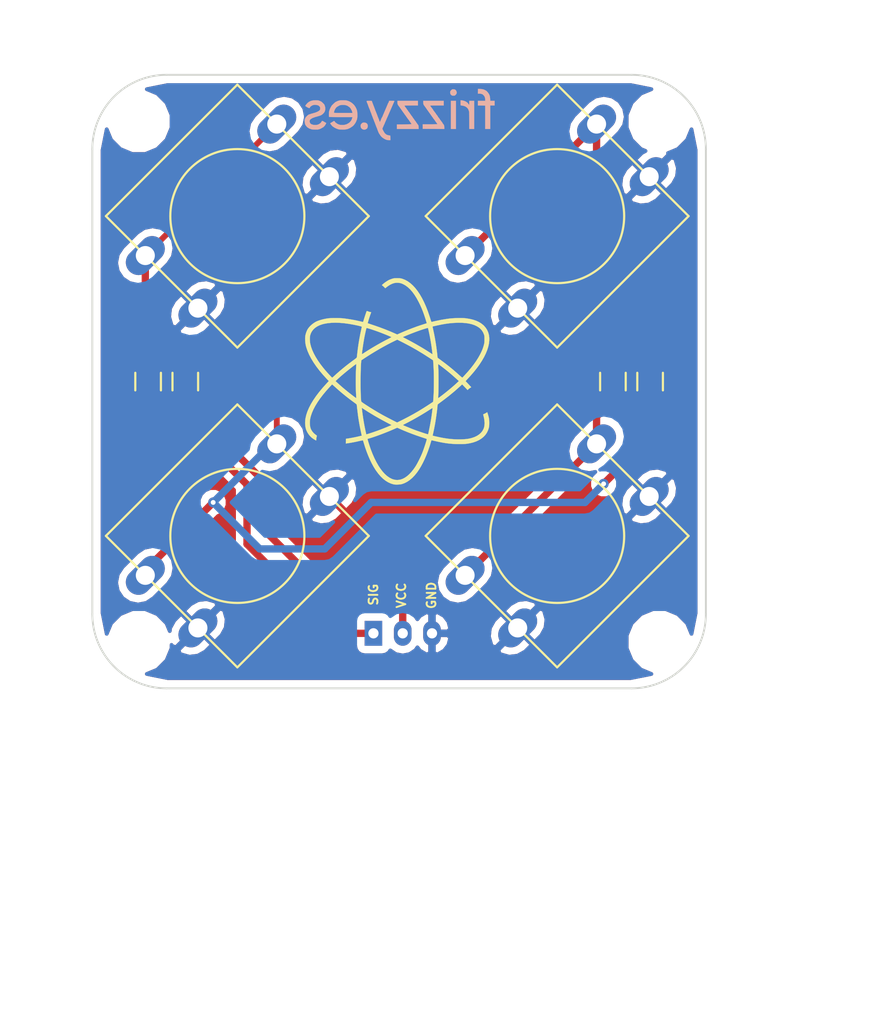
<source format=kicad_pcb>
(kicad_pcb (version 4) (host pcbnew 4.0.7-e2-6376~58~ubuntu16.04.1)

  (general
    (links 21)
    (no_connects 0)
    (area 133.286499 81.216499 175.323501 123.253501)
    (thickness 1.6)
    (drawings 18)
    (tracks 51)
    (zones 0)
    (modules 15)
    (nets 7)
  )

  (page A4)
  (title_block
    (title "KeyPad Module")
    (date 2018-01-10)
    (rev v1.0)
    (company "Frizzy Electronics")
    (comment 1 "David Matias")
  )

  (layers
    (0 F.Cu signal)
    (31 B.Cu signal)
    (32 B.Adhes user)
    (33 F.Adhes user)
    (34 B.Paste user)
    (35 F.Paste user)
    (36 B.SilkS user)
    (37 F.SilkS user)
    (38 B.Mask user)
    (39 F.Mask user)
    (40 Dwgs.User user)
    (41 Cmts.User user)
    (42 Eco1.User user)
    (43 Eco2.User user)
    (44 Edge.Cuts user)
    (45 Margin user)
    (46 B.CrtYd user)
    (47 F.CrtYd user)
    (48 B.Fab user)
    (49 F.Fab user)
  )

  (setup
    (last_trace_width 0.254)
    (user_trace_width 0.1524)
    (user_trace_width 0.2)
    (user_trace_width 0.25)
    (user_trace_width 0.3)
    (user_trace_width 0.4)
    (user_trace_width 0.5)
    (user_trace_width 0.6)
    (user_trace_width 0.8)
    (trace_clearance 0.254)
    (zone_clearance 0.508)
    (zone_45_only no)
    (trace_min 0.1524)
    (segment_width 0.127)
    (edge_width 0.127)
    (via_size 0.6858)
    (via_drill 0.3302)
    (via_min_size 0.6858)
    (via_min_drill 0.3302)
    (uvia_size 0.508)
    (uvia_drill 0.127)
    (uvias_allowed no)
    (uvia_min_size 0.508)
    (uvia_min_drill 0.127)
    (pcb_text_width 0.127)
    (pcb_text_size 0.6 0.6)
    (mod_edge_width 0.127)
    (mod_text_size 0.6 0.6)
    (mod_text_width 0.127)
    (pad_size 1.2 1.7)
    (pad_drill 0.7)
    (pad_to_mask_clearance 0.05)
    (pad_to_paste_clearance -0.04)
    (aux_axis_origin 0 0)
    (visible_elements FFFEFF7F)
    (pcbplotparams
      (layerselection 0x3ffff_80000001)
      (usegerberextensions true)
      (usegerberattributes true)
      (excludeedgelayer true)
      (linewidth 0.127000)
      (plotframeref false)
      (viasonmask false)
      (mode 1)
      (useauxorigin false)
      (hpglpennumber 1)
      (hpglpenspeed 20)
      (hpglpendiameter 15)
      (hpglpenoverlay 2)
      (psnegative false)
      (psa4output false)
      (plotreference true)
      (plotvalue true)
      (plotinvisibletext false)
      (padsonsilk false)
      (subtractmaskfromsilk false)
      (outputformat 1)
      (mirror false)
      (drillshape 0)
      (scaleselection 1)
      (outputdirectory CAM/))
  )

  (net 0 "")
  (net 1 GND)
  (net 2 VCC)
  (net 3 "Net-(R2-Pad2)")
  (net 4 "Net-(R3-Pad2)")
  (net 5 "Net-(R4-Pad2)")
  (net 6 "Net-(P1-Pad1)")

  (net_class Default "Dit is de standaard class."
    (clearance 0.254)
    (trace_width 0.254)
    (via_dia 0.6858)
    (via_drill 0.3302)
    (uvia_dia 0.508)
    (uvia_drill 0.127)
    (add_net GND)
    (add_net "Net-(P1-Pad1)")
    (add_net "Net-(R2-Pad2)")
    (add_net "Net-(R3-Pad2)")
    (add_net "Net-(R4-Pad2)")
    (add_net VCC)
  )

  (net_class 0.2mm ""
    (clearance 0.2)
    (trace_width 0.2)
    (via_dia 0.6858)
    (via_drill 0.3302)
    (uvia_dia 0.508)
    (uvia_drill 0.127)
  )

  (net_class Minimal ""
    (clearance 0.1524)
    (trace_width 0.1524)
    (via_dia 0.6858)
    (via_drill 0.3302)
    (uvia_dia 0.508)
    (uvia_drill 0.127)
  )

  (module lib_fp:SW_PUSH-12mm (layer F.Cu) (tedit 591829F7) (tstamp 5A7F0B1D)
    (at 165.1 90.932 45)
    (path /58F1012A)
    (fp_text reference SW3 (at 0 -0.762 45) (layer F.SilkS) hide
      (effects (font (size 1 1) (thickness 0.15)))
    )
    (fp_text value SW_Push_Dual (at 0 1.016 45) (layer F.Fab)
      (effects (font (size 1 1) (thickness 0.15)))
    )
    (fp_circle (center 0 0) (end 3.81 2.54) (layer F.SilkS) (width 0.15))
    (fp_line (start -6.35 -6.35) (end 6.35 -6.35) (layer F.SilkS) (width 0.15))
    (fp_line (start 6.35 -6.35) (end 6.35 6.35) (layer F.SilkS) (width 0.15))
    (fp_line (start 6.35 6.35) (end -6.35 6.35) (layer F.SilkS) (width 0.15))
    (fp_line (start -6.35 6.35) (end -6.35 -6.35) (layer F.SilkS) (width 0.15))
    (pad 1 thru_hole oval (at 6.35 -2.54 45) (size 3.048 1.7272) (drill 1.3) (layers *.Cu *.Mask)
      (net 4 "Net-(R3-Pad2)"))
    (pad 2 thru_hole oval (at 6.35 2.54 45) (size 3.048 1.7272) (drill 1.3) (layers *.Cu *.Mask)
      (net 1 GND))
    (pad 1 thru_hole oval (at -6.35 -2.54 45) (size 3.048 1.7272) (drill 1.3) (layers *.Cu *.Mask)
      (net 4 "Net-(R3-Pad2)"))
    (pad 2 thru_hole oval (at -6.35 2.54 45) (size 3.048 1.7272) (drill 1.3) (layers *.Cu *.Mask)
      (net 1 GND))
    (model ${KIPRJMOD}/3d_models/b3f-4055.wrl
      (at (xyz 0 0 0.1))
      (scale (xyz 2.54 2.54 2.54))
      (rotate (xyz 270 0 0))
    )
  )

  (module lib_fp:SW_PUSH-12mm (layer F.Cu) (tedit 591829F7) (tstamp 5A7F0B05)
    (at 143.256 90.932 45)
    (path /58F100A6)
    (fp_text reference SW1 (at 0 -0.762 45) (layer F.SilkS) hide
      (effects (font (size 1 1) (thickness 0.15)))
    )
    (fp_text value SW_Push_Dual (at 0 1.016 45) (layer F.Fab)
      (effects (font (size 1 1) (thickness 0.15)))
    )
    (fp_circle (center 0 0) (end 3.81 2.54) (layer F.SilkS) (width 0.15))
    (fp_line (start -6.35 -6.35) (end 6.35 -6.35) (layer F.SilkS) (width 0.15))
    (fp_line (start 6.35 -6.35) (end 6.35 6.35) (layer F.SilkS) (width 0.15))
    (fp_line (start 6.35 6.35) (end -6.35 6.35) (layer F.SilkS) (width 0.15))
    (fp_line (start -6.35 6.35) (end -6.35 -6.35) (layer F.SilkS) (width 0.15))
    (pad 1 thru_hole oval (at 6.35 -2.54 45) (size 3.048 1.7272) (drill 1.3) (layers *.Cu *.Mask)
      (net 6 "Net-(P1-Pad1)"))
    (pad 2 thru_hole oval (at 6.35 2.54 45) (size 3.048 1.7272) (drill 1.3) (layers *.Cu *.Mask)
      (net 1 GND))
    (pad 1 thru_hole oval (at -6.35 -2.54 45) (size 3.048 1.7272) (drill 1.3) (layers *.Cu *.Mask)
      (net 6 "Net-(P1-Pad1)"))
    (pad 2 thru_hole oval (at -6.35 2.54 45) (size 3.048 1.7272) (drill 1.3) (layers *.Cu *.Mask)
      (net 1 GND))
    (model ${KIPRJMOD}/3d_models/b3f-4055.wrl
      (at (xyz 0 0 0.1))
      (scale (xyz 2.54 2.54 2.54))
      (rotate (xyz 270 0 0))
    )
  )

  (module logos_frizzy:web (layer B.Cu) (tedit 0) (tstamp 58F5B29B)
    (at 154.305 83.82 180)
    (fp_text reference G*** (at 0 0 180) (layer B.SilkS) hide
      (effects (font (thickness 0.3)) (justify mirror))
    )
    (fp_text value LOGO (at 0.75 0 180) (layer B.SilkS) hide
      (effects (font (thickness 0.3)) (justify mirror))
    )
    (fp_poly (pts (xy 0.694737 0.718344) (xy 0.706966 0.681243) (xy 0.713296 0.658813) (xy 0.725927 0.634644)
      (xy 0.738187 0.619125) (xy 0.755911 0.596115) (xy 0.759752 0.587375) (xy 0.766221 0.564442)
      (xy 0.784187 0.51816) (xy 0.811545 0.453873) (xy 0.819184 0.436563) (xy 0.836796 0.396152)
      (xy 0.847793 0.369498) (xy 0.849312 0.365125) (xy 0.856387 0.346999) (xy 0.871907 0.310779)
      (xy 0.87944 0.293688) (xy 0.913115 0.217285) (xy 0.934928 0.166489) (xy 0.944184 0.142919)
      (xy 0.944196 0.142875) (xy 0.951498 0.124742) (xy 0.967153 0.088509) (xy 0.97469 0.071438)
      (xy 1.009446 -0.007441) (xy 1.030973 -0.057756) (xy 1.039281 -0.079375) (xy 1.046571 -0.097253)
      (xy 1.062776 -0.133963) (xy 1.07399 -0.15875) (xy 1.103999 -0.227051) (xy 1.120071 -0.270171)
      (xy 1.123235 -0.290931) (xy 1.122721 -0.292187) (xy 1.129503 -0.306894) (xy 1.149429 -0.331708)
      (xy 1.16701 -0.355309) (xy 1.166812 -0.365125) (xy 1.165797 -0.374723) (xy 1.179095 -0.392906)
      (xy 1.199426 -0.419195) (xy 1.205803 -0.432427) (xy 1.216033 -0.468343) (xy 1.240778 -0.529282)
      (xy 1.259634 -0.5715) (xy 1.27869 -0.614934) (xy 1.290826 -0.645747) (xy 1.293013 -0.65352)
      (xy 1.300581 -0.673734) (xy 1.315346 -0.669338) (xy 1.333145 -0.645373) (xy 1.349813 -0.606876)
      (xy 1.358529 -0.574229) (xy 1.368585 -0.541422) (xy 1.374562 -0.526604) (xy 1.385935 -0.500039)
      (xy 1.389021 -0.492125) (xy 1.397036 -0.471122) (xy 1.41177 -0.433938) (xy 1.427945 -0.393787)
      (xy 1.439756 -0.365125) (xy 1.450178 -0.339679) (xy 1.452562 -0.333375) (xy 1.460607 -0.313717)
      (xy 1.467062 -0.298895) (xy 1.47914 -0.264252) (xy 1.482012 -0.25127) (xy 1.492999 -0.219558)
      (xy 1.500174 -0.206375) (xy 1.515728 -0.169754) (xy 1.519887 -0.152058) (xy 1.530596 -0.117411)
      (xy 1.538122 -0.104433) (xy 1.551194 -0.079197) (xy 1.567169 -0.037387) (xy 1.571625 -0.023812)
      (xy 1.587067 0.019847) (xy 1.601006 0.050768) (xy 1.604093 0.055563) (xy 1.616076 0.075891)
      (xy 1.616875 0.079375) (xy 1.618319 0.087818) (xy 1.623524 0.104606) (xy 1.634562 0.135663)
      (xy 1.653506 0.186912) (xy 1.66967 0.230188) (xy 1.688366 0.280549) (xy 1.701978 0.317954)
      (xy 1.707265 0.333375) (xy 1.714147 0.35266) (xy 1.728437 0.389456) (xy 1.745469 0.431908)
      (xy 1.757256 0.460375) (xy 1.767193 0.485789) (xy 1.769187 0.492125) (xy 1.775461 0.50963)
      (xy 1.790468 0.549079) (xy 1.811309 0.602874) (xy 1.817659 0.619125) (xy 1.839005 0.676066)
      (xy 1.854271 0.72146) (xy 1.860862 0.747435) (xy 1.860819 0.750094) (xy 1.874235 0.754773)
      (xy 1.913288 0.758587) (xy 1.971868 0.761131) (xy 2.039937 0.762) (xy 2.113681 0.760789)
      (xy 2.172551 0.757473) (xy 2.210703 0.752526) (xy 2.2225 0.747159) (xy 2.217284 0.721899)
      (xy 2.208526 0.695565) (xy 2.197122 0.662646) (xy 2.192973 0.64674) (xy 2.185188 0.625502)
      (xy 2.168417 0.590253) (xy 2.166937 0.587375) (xy 2.149729 0.551628) (xy 2.141041 0.528825)
      (xy 2.140901 0.528011) (xy 2.134738 0.505252) (xy 2.124877 0.47625) (xy 2.109165 0.432545)
      (xy 2.101319 0.408653) (xy 2.098124 0.394638) (xy 2.097842 0.39274) (xy 2.089975 0.371509)
      (xy 2.073152 0.336226) (xy 2.071601 0.333209) (xy 2.058015 0.301589) (xy 2.056773 0.286073)
      (xy 2.057865 0.28575) (xy 2.056772 0.275927) (xy 2.039937 0.254) (xy 2.022547 0.231091)
      (xy 2.022009 0.22225) (xy 2.022929 0.210107) (xy 2.011059 0.18032) (xy 2.008273 0.174792)
      (xy 1.992081 0.141653) (xy 1.98514 0.123772) (xy 1.985169 0.123198) (xy 1.98116 0.106998)
      (xy 1.969489 0.072567) (xy 1.954151 0.031209) (xy 1.941618 0) (xy 1.93182 -0.025404)
      (xy 1.92994 -0.03175) (xy 1.92133 -0.051133) (xy 1.918776 -0.055562) (xy 1.908961 -0.078546)
      (xy 1.893639 -0.121223) (xy 1.881187 -0.15875) (xy 1.864291 -0.209091) (xy 1.850069 -0.247516)
      (xy 1.843598 -0.261937) (xy 1.833221 -0.283117) (xy 1.832475 -0.28575) (xy 1.826067 -0.304588)
      (xy 1.812705 -0.339333) (xy 1.811917 -0.341312) (xy 1.793857 -0.387569) (xy 1.785287 -0.413131)
      (xy 1.7835 -0.426618) (xy 1.783989 -0.430153) (xy 1.777055 -0.449061) (xy 1.768194 -0.461903)
      (xy 1.753715 -0.488806) (xy 1.735205 -0.534508) (xy 1.722437 -0.5715) (xy 1.705188 -0.62188)
      (xy 1.690057 -0.660314) (xy 1.682718 -0.674687) (xy 1.670815 -0.699028) (xy 1.655496 -0.740238)
      (xy 1.650984 -0.754062) (xy 1.63625 -0.797659) (xy 1.624045 -0.828579) (xy 1.62158 -0.833437)
      (xy 1.609979 -0.861884) (xy 1.609247 -0.865187) (xy 1.601511 -0.888962) (xy 1.585936 -0.928431)
      (xy 1.580838 -0.940517) (xy 1.564956 -0.97971) (xy 1.556396 -1.004928) (xy 1.55589 -1.008153)
      (xy 1.54965 -1.02645) (xy 1.533777 -1.060041) (xy 1.531937 -1.063625) (xy 1.514729 -1.099372)
      (xy 1.506041 -1.122175) (xy 1.505901 -1.122989) (xy 1.499127 -1.147407) (xy 1.484935 -1.188285)
      (xy 1.467858 -1.232671) (xy 1.465568 -1.23825) (xy 1.454247 -1.269074) (xy 1.451622 -1.277937)
      (xy 1.443039 -1.301349) (xy 1.426396 -1.341088) (xy 1.419265 -1.357312) (xy 1.401707 -1.397704)
      (xy 1.390912 -1.42436) (xy 1.389499 -1.42875) (xy 1.380496 -1.445314) (xy 1.358996 -1.479274)
      (xy 1.34091 -1.506531) (xy 1.310874 -1.551285) (xy 1.286411 -1.588103) (xy 1.277937 -1.601072)
      (xy 1.249951 -1.638404) (xy 1.212744 -1.680333) (xy 1.173494 -1.719694) (xy 1.139379 -1.749322)
      (xy 1.117575 -1.762051) (xy 1.116604 -1.762125) (xy 1.097174 -1.770201) (xy 1.095375 -1.775624)
      (xy 1.082316 -1.78841) (xy 1.048715 -1.809883) (xy 1.002936 -1.835595) (xy 0.95334 -1.861095)
      (xy 0.908292 -1.881934) (xy 0.876152 -1.893663) (xy 0.871845 -1.89455) (xy 0.840099 -1.90391)
      (xy 0.833437 -1.907231) (xy 0.810522 -1.912282) (xy 0.76547 -1.916713) (xy 0.707891 -1.919587)
      (xy 0.706025 -1.91964) (xy 0.594487 -1.922774) (xy 0.595085 -1.772149) (xy 0.596109 -1.706304)
      (xy 0.598369 -1.653347) (xy 0.601475 -1.620649) (xy 0.603435 -1.613939) (xy 0.622266 -1.607937)
      (xy 0.662585 -1.600493) (xy 0.6985 -1.595437) (xy 0.750746 -1.58652) (xy 0.791208 -1.575339)
      (xy 0.805656 -1.568191) (xy 0.82259 -1.559936) (xy 0.8255 -1.563687) (xy 0.83536 -1.564826)
      (xy 0.851005 -1.554344) (xy 0.886853 -1.529472) (xy 0.909859 -1.516551) (xy 0.93887 -1.493741)
      (xy 0.973396 -1.455456) (xy 0.987536 -1.436556) (xy 1.020286 -1.386328) (xy 1.055015 -1.327577)
      (xy 1.088308 -1.266871) (xy 1.116755 -1.210775) (xy 1.136941 -1.165858) (xy 1.145454 -1.138686)
      (xy 1.144702 -1.134118) (xy 1.134309 -1.114036) (xy 1.134298 -1.113895) (xy 1.127623 -1.095109)
      (xy 1.110906 -1.056263) (xy 1.088832 -1.008062) (xy 1.065468 -0.956541) (xy 1.048273 -0.915365)
      (xy 1.041275 -0.89457) (xy 1.02927 -0.867027) (xy 1.020622 -0.854882) (xy 1.004208 -0.83021)
      (xy 1.00104 -0.821697) (xy 0.989972 -0.784045) (xy 0.964106 -0.720863) (xy 0.94699 -0.682625)
      (xy 0.927943 -0.639811) (xy 0.915687 -0.610261) (xy 0.913368 -0.60325) (xy 0.90498 -0.584669)
      (xy 0.89714 -0.5715) (xy 0.88254 -0.542322) (xy 0.879508 -0.531812) (xy 0.871908 -0.508976)
      (xy 0.855336 -0.468785) (xy 0.844547 -0.4445) (xy 0.796854 -0.339162) (xy 0.756157 -0.248177)
      (xy 0.724001 -0.175063) (xy 0.701933 -0.123338) (xy 0.691497 -0.096519) (xy 0.691128 -0.09525)
      (xy 0.683801 -0.077868) (xy 0.666661 -0.040096) (xy 0.644332 0.007938) (xy 0.621054 0.059005)
      (xy 0.603964 0.099257) (xy 0.597024 0.119063) (xy 0.586809 0.145429) (xy 0.579234 0.15875)
      (xy 0.565557 0.18318) (xy 0.562841 0.1905) (xy 0.556211 0.208613) (xy 0.540959 0.244806)
      (xy 0.533434 0.261938) (xy 0.501299 0.334796) (xy 0.480947 0.38221) (xy 0.470926 0.407594)
      (xy 0.469399 0.41275) (xy 0.460536 0.431363) (xy 0.45264 0.4445) (xy 0.437953 0.473689)
      (xy 0.43485 0.484188) (xy 0.427157 0.50587) (xy 0.409602 0.546999) (xy 0.387542 0.595313)
      (xy 0.364649 0.645352) (xy 0.348265 0.683558) (xy 0.342076 0.701146) (xy 0.331691 0.72117)
      (xy 0.329406 0.723636) (xy 0.319008 0.739376) (xy 0.326804 0.750327) (xy 0.356122 0.757244)
      (xy 0.41029 0.760883) (xy 0.492635 0.761997) (xy 0.498509 0.762001) (xy 0.679519 0.762001)
      (xy 0.694737 0.718344)) (layer B.SilkS) (width 0.01))
    (fp_poly (pts (xy 0.92075 -1.500187) (xy 0.912812 -1.508125) (xy 0.904875 -1.500187) (xy 0.912812 -1.49225)
      (xy 0.92075 -1.500187)) (layer B.SilkS) (width 0.01))
    (fp_poly (pts (xy 2.449124 -0.723868) (xy 2.486201 -0.731325) (xy 2.517046 -0.749938) (xy 2.55441 -0.784821)
      (xy 2.55832 -0.788724) (xy 2.596869 -0.83046) (xy 2.617372 -0.865358) (xy 2.626125 -0.906961)
      (xy 2.628288 -0.939238) (xy 2.624328 -1.016931) (xy 2.601054 -1.079221) (xy 2.553566 -1.138131)
      (xy 2.54309 -1.148336) (xy 2.487348 -1.182778) (xy 2.416581 -1.201433) (xy 2.343732 -1.202505)
      (xy 2.282258 -1.184482) (xy 2.237163 -1.15831) (xy 2.20126 -1.134324) (xy 2.180896 -1.117124)
      (xy 2.181224 -1.11125) (xy 2.183667 -1.101459) (xy 2.17359 -1.085889) (xy 2.14964 -1.038409)
      (xy 2.138297 -0.976772) (xy 2.139883 -0.913217) (xy 2.154726 -0.859983) (xy 2.167084 -0.841212)
      (xy 2.183329 -0.818476) (xy 2.181587 -0.809625) (xy 2.184928 -0.801769) (xy 2.208913 -0.781684)
      (xy 2.230721 -0.765968) (xy 2.27459 -0.739992) (xy 2.318254 -0.726786) (xy 2.375871 -0.722555)
      (xy 2.393063 -0.722452) (xy 2.449124 -0.723868)) (layer B.SilkS) (width 0.01))
    (fp_poly (pts (xy 3.939939 0.801452) (xy 4.040892 0.79285) (xy 4.130897 0.77327) (xy 4.220056 0.740298)
      (xy 4.318468 0.691517) (xy 4.34975 0.67431) (xy 4.376334 0.654899) (xy 4.416169 0.62055)
      (xy 4.463604 0.576781) (xy 4.512987 0.529108) (xy 4.55867 0.483046) (xy 4.595002 0.444112)
      (xy 4.616333 0.417822) (xy 4.619625 0.410835) (xy 4.627843 0.391041) (xy 4.648496 0.356172)
      (xy 4.658617 0.340827) (xy 4.689232 0.286935) (xy 4.721472 0.216649) (xy 4.749612 0.143736)
      (xy 4.767927 0.081966) (xy 4.769579 0.073951) (xy 4.775728 0.046905) (xy 4.77877 0.039688)
      (xy 4.784299 0.025078) (xy 4.788923 -0.013712) (xy 4.792468 -0.069118) (xy 4.794759 -0.133577)
      (xy 4.79562 -0.199528) (xy 4.794877 -0.259407) (xy 4.792355 -0.305652) (xy 4.787878 -0.330701)
      (xy 4.787359 -0.33168) (xy 4.773317 -0.336071) (xy 4.736209 -0.339781) (xy 4.674775 -0.342835)
      (xy 4.587755 -0.345262) (xy 4.473887 -0.347089) (xy 4.331911 -0.348343) (xy 4.160564 -0.349053)
      (xy 3.983461 -0.34925) (xy 3.190422 -0.34925) (xy 3.199397 -0.400194) (xy 3.210785 -0.442341)
      (xy 3.22538 -0.471632) (xy 3.235587 -0.489022) (xy 3.233447 -0.492125) (xy 3.231056 -0.503353)
      (xy 3.244498 -0.532763) (xy 3.269531 -0.573935) (xy 3.301912 -0.620455) (xy 3.337399 -0.665906)
      (xy 3.371748 -0.70387) (xy 3.376519 -0.708502) (xy 3.414603 -0.738342) (xy 3.468708 -0.773322)
      (xy 3.528618 -0.807622) (xy 3.584116 -0.835421) (xy 3.624985 -0.850897) (xy 3.627437 -0.851454)
      (xy 3.655472 -0.856855) (xy 3.675062 -0.86043) (xy 3.709597 -0.870041) (xy 3.723285 -0.876406)
      (xy 3.746365 -0.881033) (xy 3.792043 -0.883999) (xy 3.851215 -0.885333) (xy 3.914773 -0.885069)
      (xy 3.973613 -0.883235) (xy 4.018627 -0.879864) (xy 4.040187 -0.875326) (xy 4.068681 -0.865077)
      (xy 4.086063 -0.861438) (xy 4.136276 -0.846523) (xy 4.196561 -0.819212) (xy 4.252142 -0.78687)
      (xy 4.281617 -0.763969) (xy 4.309217 -0.740168) (xy 4.326396 -0.73025) (xy 4.326407 -0.73025)
      (xy 4.344203 -0.720344) (xy 4.359955 -0.706437) (xy 4.375239 -0.687707) (xy 4.374801 -0.682625)
      (xy 4.377577 -0.6724) (xy 4.396388 -0.647512) (xy 4.398738 -0.644782) (xy 4.42411 -0.619894)
      (xy 4.446849 -0.616791) (xy 4.477693 -0.629912) (xy 4.512301 -0.649917) (xy 4.532089 -0.666403)
      (xy 4.532305 -0.666738) (xy 4.550229 -0.680649) (xy 4.588027 -0.702647) (xy 4.627523 -0.722988)
      (xy 4.675579 -0.748269) (xy 4.698701 -0.769526) (xy 4.697771 -0.794146) (xy 4.673669 -0.829518)
      (xy 4.644314 -0.863687) (xy 4.618162 -0.896604) (xy 4.604379 -0.92015) (xy 4.60375 -0.923219)
      (xy 4.590692 -0.934765) (xy 4.577291 -0.936625) (xy 4.559564 -0.941155) (xy 4.56066 -0.946452)
      (xy 4.559286 -0.963134) (xy 4.54165 -0.984574) (xy 4.518566 -0.998947) (xy 4.511577 -1.000125)
      (xy 4.48976 -1.011021) (xy 4.477334 -1.023233) (xy 4.453001 -1.042146) (xy 4.408768 -1.068426)
      (xy 4.353556 -1.097621) (xy 4.296287 -1.125283) (xy 4.245882 -1.146959) (xy 4.211262 -1.158201)
      (xy 4.205411 -1.158875) (xy 4.176579 -1.165163) (xy 4.169373 -1.169917) (xy 4.156513 -1.178595)
      (xy 4.134546 -1.185024) (xy 4.098443 -1.18975) (xy 4.043173 -1.193317) (xy 3.963706 -1.19627)
      (xy 3.913187 -1.197692) (xy 3.830619 -1.198593) (xy 3.752361 -1.197192) (xy 3.688013 -1.19379)
      (xy 3.65125 -1.189517) (xy 3.577994 -1.175551) (xy 3.527662 -1.16438) (xy 3.491863 -1.153576)
      (xy 3.462203 -1.140711) (xy 3.438354 -1.127921) (xy 3.40241 -1.110312) (xy 3.379737 -1.103995)
      (xy 3.37722 -1.104821) (xy 3.3629 -1.100486) (xy 3.349943 -1.087821) (xy 3.324176 -1.067501)
      (xy 3.310454 -1.063625) (xy 3.286104 -1.052809) (xy 3.262312 -1.031875) (xy 3.234429 -1.008075)
      (xy 3.21491 -1.000125) (xy 3.195641 -0.989328) (xy 3.161793 -0.96079) (xy 3.120115 -0.92029)
      (xy 3.11291 -0.912812) (xy 3.075039 -0.871612) (xy 3.049559 -0.840885) (xy 3.040909 -0.82608)
      (xy 3.041759 -0.8255) (xy 3.039662 -0.81556) (xy 3.020017 -0.790552) (xy 3.008312 -0.777875)
      (xy 2.98331 -0.748874) (xy 2.974144 -0.731997) (xy 2.976052 -0.73025) (xy 2.977812 -0.720464)
      (xy 2.96556 -0.702468) (xy 2.940316 -0.664912) (xy 2.926443 -0.628924) (xy 2.925703 -0.619125)
      (xy 2.919522 -0.600702) (xy 2.906697 -0.574438) (xy 2.889277 -0.535685) (xy 2.881528 -0.510938)
      (xy 2.874552 -0.478808) (xy 2.864041 -0.432157) (xy 2.861018 -0.418965) (xy 2.854475 -0.371424)
      (xy 2.85069 -0.303555) (xy 2.849498 -0.22349) (xy 2.850736 -0.139365) (xy 2.854054 -0.0635)
      (xy 3.188968 -0.0635) (xy 3.825991 -0.0635) (xy 3.984766 -0.063465) (xy 4.114637 -0.063267)
      (xy 4.218452 -0.062761) (xy 4.299056 -0.061803) (xy 4.359296 -0.060251) (xy 4.402019 -0.057961)
      (xy 4.430072 -0.054788) (xy 4.446301 -0.050591) (xy 4.453552 -0.045224) (xy 4.454672 -0.038545)
      (xy 4.45298 -0.031886) (xy 4.442313 0.008572) (xy 4.435095 0.043027) (xy 4.423253 0.082934)
      (xy 4.410365 0.106664) (xy 4.400262 0.123961) (xy 4.402427 0.127) (xy 4.402851 0.138409)
      (xy 4.388738 0.167834) (xy 4.36484 0.208069) (xy 4.33591 0.251911) (xy 4.306698 0.292156)
      (xy 4.281957 0.3216) (xy 4.266526 0.333037) (xy 4.247442 0.342736) (xy 4.217555 0.365713)
      (xy 4.21635 0.366756) (xy 4.187846 0.388158) (xy 4.170765 0.3948) (xy 4.170271 0.394537)
      (xy 4.154033 0.399285) (xy 4.133135 0.414471) (xy 4.104934 0.432991) (xy 4.067584 0.450845)
      (xy 4.031242 0.46412) (xy 4.006066 0.468907) (xy 4.0005 0.465543) (xy 3.990822 0.465888)
      (xy 3.980037 0.47347) (xy 3.955885 0.48022) (xy 3.909185 0.48415) (xy 3.84901 0.485314)
      (xy 3.784432 0.483766) (xy 3.724522 0.479561) (xy 3.678353 0.472753) (xy 3.673656 0.471634)
      (xy 3.584231 0.446189) (xy 3.52292 0.422246) (xy 3.486222 0.39839) (xy 3.482357 0.394439)
      (xy 3.457198 0.371939) (xy 3.442535 0.365125) (xy 3.417417 0.35311) (xy 3.382134 0.32238)
      (xy 3.343549 0.280905) (xy 3.308528 0.23666) (xy 3.283935 0.197616) (xy 3.276524 0.172323)
      (xy 3.268217 0.15437) (xy 3.247945 0.128667) (xy 3.229772 0.105009) (xy 3.22866 0.09525)
      (xy 3.230669 0.083594) (xy 3.221453 0.061312) (xy 3.205007 0.019127) (xy 3.196129 -0.018063)
      (xy 3.188968 -0.0635) (xy 2.854054 -0.0635) (xy 2.854238 -0.059312) (xy 2.859839 0.008536)
      (xy 2.867374 0.056044) (xy 2.870869 0.067469) (xy 2.880919 0.098121) (xy 2.880609 0.111122)
      (xy 2.880511 0.111125) (xy 2.881523 0.123338) (xy 2.894412 0.153283) (xy 2.897187 0.15875)
      (xy 2.910817 0.190438) (xy 2.912121 0.206038) (xy 2.911009 0.206375) (xy 2.912102 0.216199)
      (xy 2.928937 0.238125) (xy 2.945662 0.260973) (xy 2.944812 0.269875) (xy 2.944 0.27953)
      (xy 2.958261 0.298945) (xy 2.975356 0.323742) (xy 2.976499 0.336084) (xy 2.980741 0.351141)
      (xy 3.000277 0.372975) (xy 3.023998 0.399313) (xy 3.032125 0.416357) (xy 3.043475 0.43845)
      (xy 3.073567 0.474662) (xy 3.116459 0.519138) (xy 3.166209 0.566025) (xy 3.216877 0.60947)
      (xy 3.262522 0.643619) (xy 3.263341 0.644165) (xy 3.339878 0.690509) (xy 3.418262 0.730167)
      (xy 3.488416 0.75837) (xy 3.525998 0.768519) (xy 3.55488 0.774692) (xy 3.563937 0.77791)
      (xy 3.57945 0.785246) (xy 3.624557 0.791651) (xy 3.697112 0.796924) (xy 3.794967 0.800867)
      (xy 3.817937 0.801493) (xy 3.939939 0.801452)) (layer B.SilkS) (width 0.01))
    (fp_poly (pts (xy 5.858421 0.795148) (xy 6.007403 0.762927) (xy 6.138754 0.70461) (xy 6.253095 0.619916)
      (xy 6.351046 0.508562) (xy 6.357937 0.49886) (xy 6.392418 0.443759) (xy 6.404186 0.409647)
      (xy 6.393102 0.396953) (xy 6.391119 0.396875) (xy 6.363775 0.385697) (xy 6.349954 0.373008)
      (xy 6.325931 0.354103) (xy 6.282605 0.328127) (xy 6.233257 0.302639) (xy 6.167201 0.275807)
      (xy 6.123473 0.269972) (xy 6.100526 0.285198) (xy 6.096 0.308393) (xy 6.083063 0.335782)
      (xy 6.049641 0.370886) (xy 6.003816 0.407564) (xy 5.95367 0.439675) (xy 5.907285 0.461078)
      (xy 5.888946 0.465712) (xy 5.857075 0.474812) (xy 5.849937 0.478245) (xy 5.81533 0.487137)
      (xy 5.760743 0.490265) (xy 5.697348 0.487993) (xy 5.636319 0.480683) (xy 5.591968 0.469857)
      (xy 5.551899 0.457292) (xy 5.527725 0.452912) (xy 5.5245 0.454336) (xy 5.514199 0.44901)
      (xy 5.487462 0.426625) (xy 5.457472 0.398986) (xy 5.419242 0.360253) (xy 5.399226 0.329058)
      (xy 5.391581 0.292217) (xy 5.390444 0.247789) (xy 5.393556 0.19008) (xy 5.405462 0.151006)
      (xy 5.42969 0.118188) (xy 5.465365 0.085268) (xy 5.498777 0.062525) (xy 5.500687 0.061619)
      (xy 5.535805 0.043627) (xy 5.579307 0.018841) (xy 5.584031 0.016) (xy 5.6168 -0.001645)
      (xy 5.634571 -0.006953) (xy 5.635625 -0.005671) (xy 5.645321 -0.005684) (xy 5.656714 -0.013615)
      (xy 5.689697 -0.030575) (xy 5.711868 -0.036316) (xy 5.744234 -0.045179) (xy 5.756924 -0.052507)
      (xy 5.780208 -0.061429) (xy 5.802312 -0.0635) (xy 5.835281 -0.068498) (xy 5.848614 -0.075406)
      (xy 5.868827 -0.087394) (xy 5.871104 -0.087694) (xy 5.899211 -0.092731) (xy 5.945227 -0.104428)
      (xy 5.996975 -0.119298) (xy 6.042281 -0.133854) (xy 6.068003 -0.144077) (xy 6.103732 -0.156719)
      (xy 6.119812 -0.15875) (xy 6.160023 -0.170671) (xy 6.212077 -0.202543) (xy 6.269298 -0.248531)
      (xy 6.325008 -0.302798) (xy 6.372528 -0.359508) (xy 6.401162 -0.404632) (xy 6.437082 -0.505348)
      (xy 6.450873 -0.619369) (xy 6.442512 -0.737211) (xy 6.411977 -0.849392) (xy 6.402262 -0.872411)
      (xy 6.380444 -0.909553) (xy 6.347317 -0.954251) (xy 6.309344 -0.999121) (xy 6.27299 -1.036779)
      (xy 6.244716 -1.059839) (xy 6.234905 -1.063625) (xy 6.214666 -1.073433) (xy 6.189017 -1.094047)
      (xy 6.150299 -1.120869) (xy 6.118943 -1.133861) (xy 6.075404 -1.147225) (xy 6.037168 -1.161441)
      (xy 5.996929 -1.176906) (xy 5.969 -1.186185) (xy 5.941572 -1.189598) (xy 5.890484 -1.19262)
      (xy 5.823825 -1.195084) (xy 5.749683 -1.196825) (xy 5.676148 -1.197675) (xy 5.611308 -1.197469)
      (xy 5.563253 -1.196039) (xy 5.548312 -1.194845) (xy 5.505662 -1.187629) (xy 5.476875 -1.179607)
      (xy 5.442051 -1.168084) (xy 5.43188 -1.165623) (xy 5.397829 -1.153808) (xy 5.349728 -1.13165)
      (xy 5.297952 -1.104614) (xy 5.252877 -1.078168) (xy 5.224878 -1.057781) (xy 5.222572 -1.055322)
      (xy 5.196921 -1.035421) (xy 5.183794 -1.031875) (xy 5.162467 -1.020559) (xy 5.130676 -0.991457)
      (xy 5.094468 -0.951834) (xy 5.05989 -0.908958) (xy 5.032986 -0.870095) (xy 5.019803 -0.842511)
      (xy 5.020212 -0.835271) (xy 5.014084 -0.820253) (xy 4.996527 -0.797993) (xy 4.978162 -0.773823)
      (xy 4.982526 -0.756003) (xy 5.000496 -0.738303) (xy 5.023393 -0.72161) (xy 5.032375 -0.722619)
      (xy 5.042373 -0.722937) (xy 5.066586 -0.705681) (xy 5.068093 -0.704367) (xy 5.107561 -0.675469)
      (xy 5.156475 -0.647414) (xy 5.205795 -0.62443) (xy 5.246483 -0.610746) (xy 5.269123 -0.610336)
      (xy 5.285485 -0.633485) (xy 5.286375 -0.640067) (xy 5.296395 -0.663637) (xy 5.320937 -0.696299)
      (xy 5.325122 -0.700924) (xy 5.348129 -0.730665) (xy 5.355226 -0.750473) (xy 5.354227 -0.752356)
      (xy 5.357982 -0.760651) (xy 5.369097 -0.762) (xy 5.399238 -0.773312) (xy 5.413618 -0.786105)
      (xy 5.443329 -0.810153) (xy 5.488725 -0.836165) (xy 5.535242 -0.856449) (xy 5.558985 -0.862888)
      (xy 5.590452 -0.872406) (xy 5.595937 -0.875166) (xy 5.621079 -0.880818) (xy 5.666599 -0.884184)
      (xy 5.723426 -0.885363) (xy 5.78249 -0.884453) (xy 5.834718 -0.881553) (xy 5.871041 -0.876762)
      (xy 5.882353 -0.872047) (xy 5.90393 -0.859659) (xy 5.92628 -0.856089) (xy 5.980793 -0.841365)
      (xy 6.035843 -0.80609) (xy 6.078798 -0.758601) (xy 6.082102 -0.753231) (xy 6.09865 -0.711405)
      (xy 6.10834 -0.660423) (xy 6.110389 -0.611213) (xy 6.10401 -0.574706) (xy 6.095741 -0.563402)
      (xy 6.086187 -0.544997) (xy 6.08813 -0.53964) (xy 6.080609 -0.524371) (xy 6.05184 -0.499203)
      (xy 6.008894 -0.468597) (xy 5.958841 -0.437014) (xy 5.908751 -0.408913) (xy 5.865695 -0.388754)
      (xy 5.836742 -0.381) (xy 5.836665 -0.381) (xy 5.81743 -0.375518) (xy 5.783502 -0.362486)
      (xy 5.749474 -0.348856) (xy 5.730875 -0.34226) (xy 5.700321 -0.334721) (xy 5.653815 -0.322326)
      (xy 5.603408 -0.3084) (xy 5.561154 -0.296264) (xy 5.540375 -0.289738) (xy 5.50535 -0.278956)
      (xy 5.495479 -0.276637) (xy 5.4626 -0.266631) (xy 5.447854 -0.260775) (xy 5.410348 -0.247682)
      (xy 5.396374 -0.244211) (xy 5.334945 -0.220934) (xy 5.2671 -0.177983) (xy 5.19986 -0.121936)
      (xy 5.140248 -0.059373) (xy 5.095285 0.003128) (xy 5.071995 0.058988) (xy 5.071825 0.05985)
      (xy 5.066197 0.083174) (xy 5.064125 0.087313) (xy 5.058215 0.10145) (xy 5.051315 0.137144)
      (xy 5.045144 0.184315) (xy 5.042478 0.214313) (xy 5.048025 0.317374) (xy 5.076456 0.423835)
      (xy 5.082266 0.438519) (xy 5.096022 0.474437) (xy 5.102482 0.496396) (xy 5.114397 0.515521)
      (xy 5.143561 0.548946) (xy 5.183301 0.590098) (xy 5.226945 0.632402) (xy 5.267819 0.669283)
      (xy 5.29925 0.694167) (xy 5.309072 0.69994) (xy 5.347125 0.719041) (xy 5.36575 0.730222)
      (xy 5.401179 0.748843) (xy 5.4516 0.769985) (xy 5.501534 0.787251) (xy 5.508625 0.789276)
      (xy 5.534013 0.792609) (xy 5.583011 0.796286) (xy 5.647492 0.799761) (xy 5.691187 0.801556)
      (xy 5.858421 0.795148)) (layer B.SilkS) (width 0.01))
    (fp_poly (pts (xy -5.380515 1.254125) (xy -5.47632 1.252141) (xy -5.53978 1.250182) (xy -5.579508 1.246989)
      (xy -5.60352 1.24174) (xy -5.611813 1.23825) (xy -5.633016 1.23099) (xy -5.635625 1.230313)
      (xy -5.657984 1.223053) (xy -5.659438 1.222375) (xy -5.680886 1.216795) (xy -5.683612 1.216422)
      (xy -5.702829 1.20494) (xy -5.736174 1.177163) (xy -5.768454 1.14683) (xy -5.825497 1.07679)
      (xy -5.861249 0.996883) (xy -5.878671 0.899395) (xy -5.881184 0.853282) (xy -5.883685 0.762)
      (xy -5.381625 0.762) (xy -5.381625 0.445307) (xy -5.631657 0.440935) (xy -5.881688 0.436563)
      (xy -5.88153 -1.158875) (xy -6.223 -1.158875) (xy -6.223 0.4445) (xy -6.524625 0.4445)
      (xy -6.524625 0.762) (xy -6.227476 0.762) (xy -6.218154 0.892969) (xy -6.210961 0.981003)
      (xy -6.202537 1.046771) (xy -6.190768 1.099749) (xy -6.173536 1.149408) (xy -6.148725 1.205223)
      (xy -6.148121 1.2065) (xy -6.121039 1.253736) (xy -6.083051 1.307491) (xy -6.03966 1.361387)
      (xy -5.996367 1.409044) (xy -5.958676 1.444082) (xy -5.932087 1.460122) (xy -5.929062 1.4605)
      (xy -5.903867 1.470678) (xy -5.892007 1.480344) (xy -5.86925 1.498196) (xy -5.86105 1.501518)
      (xy -5.840061 1.508292) (xy -5.804414 1.52288) (xy -5.802313 1.523801) (xy -5.761573 1.54005)
      (xy -5.730875 1.549559) (xy -5.656315 1.561657) (xy -5.5689 1.571632) (xy -5.487526 1.577431)
      (xy -5.468938 1.578016) (xy -5.389563 1.579563) (xy -5.380515 1.254125)) (layer B.SilkS) (width 0.01))
    (fp_poly (pts (xy -4.198734 0.629203) (xy -4.199682 0.559746) (xy -4.201819 0.502858) (xy -4.204799 0.465531)
      (xy -4.207354 0.454605) (xy -4.226554 0.448341) (xy -4.266577 0.441315) (xy -4.294497 0.437777)
      (xy -4.355552 0.430342) (xy -4.397616 0.422693) (xy -4.433339 0.411991) (xy -4.465878 0.399315)
      (xy -4.49935 0.386374) (xy -4.517007 0.381) (xy -4.532433 0.372614) (xy -4.565461 0.350983)
      (xy -4.595751 0.330036) (xy -4.638013 0.294443) (xy -4.679339 0.250312) (xy -4.712947 0.206036)
      (xy -4.732058 0.17001) (xy -4.734122 0.15875) (xy -4.740534 0.139928) (xy -4.749495 0.121639)
      (xy -4.764711 0.08307) (xy -4.773253 0.050202) (xy -4.781385 0.009173) (xy -4.78661 -0.015875)
      (xy -4.787857 -0.036841) (xy -4.789066 -0.085772) (xy -4.790194 -0.158882) (xy -4.791201 -0.252385)
      (xy -4.792044 -0.362496) (xy -4.792682 -0.485428) (xy -4.793036 -0.599281) (xy -4.79425 -1.158875)
      (xy -5.127625 -1.158875) (xy -5.127625 0.762) (xy -4.79425 0.762) (xy -4.79425 0.610251)
      (xy -4.792682 0.533461) (xy -4.788064 0.485647) (xy -4.780531 0.467985) (xy -4.778117 0.468473)
      (xy -4.767795 0.48567) (xy -4.76933 0.490332) (xy -4.764478 0.508506) (xy -4.743124 0.538174)
      (xy -4.737196 0.544798) (xy -4.714091 0.572186) (xy -4.706328 0.586684) (xy -4.707429 0.587376)
      (xy -4.707147 0.594885) (xy -4.683179 0.618064) (xy -4.634466 0.65789) (xy -4.611296 0.676003)
      (xy -4.536024 0.72144) (xy -4.442377 0.75902) (xy -4.343563 0.784151) (xy -4.277939 0.7919)
      (xy -4.198191 0.795723) (xy -4.198734 0.629203)) (layer B.SilkS) (width 0.01))
    (fp_poly (pts (xy -3.540125 -1.158875) (xy -3.881504 -1.158875) (xy -3.881504 0.762) (xy -3.540125 0.762)
      (xy -3.540125 -1.158875)) (layer B.SilkS) (width 0.01))
    (fp_poly (pts (xy -1.651 0.65066) (xy -1.654513 0.573868) (xy -1.667433 0.516721) (xy -1.693338 0.467657)
      (xy -1.717204 0.436563) (xy -1.740609 0.406305) (xy -1.776679 0.357134) (xy -1.820194 0.29637)
      (xy -1.865937 0.231335) (xy -1.90869 0.169351) (xy -1.927547 0.141442) (xy -1.958058 0.098885)
      (xy -1.986338 0.06415) (xy -1.992046 0.058098) (xy -2.008268 0.038133) (xy -2.007677 0.03175)
      (xy -2.010669 0.021259) (xy -2.030261 -0.005458) (xy -2.046231 -0.024364) (xy -2.075402 -0.059838)
      (xy -2.093074 -0.08567) (xy -2.0955 -0.091995) (xy -2.105335 -0.110117) (xy -2.129613 -0.140163)
      (xy -2.13583 -0.147005) (xy -2.158845 -0.174694) (xy -2.166095 -0.189646) (xy -2.16461 -0.1905)
      (xy -2.167101 -0.200453) (xy -2.187 -0.225492) (xy -2.198688 -0.238125) (xy -2.22407 -0.267172)
      (xy -2.23407 -0.284035) (xy -2.232603 -0.28575) (xy -2.23514 -0.295865) (xy -2.254962 -0.321495)
      (xy -2.269247 -0.337343) (xy -2.298743 -0.372533) (xy -2.315907 -0.400205) (xy -2.317677 -0.406837)
      (xy -2.328794 -0.430769) (xy -2.343129 -0.445799) (xy -2.363931 -0.468696) (xy -2.395749 -0.509996)
      (xy -2.432302 -0.561477) (xy -2.438618 -0.570774) (xy -2.481452 -0.633021) (xy -2.526208 -0.696112)
      (xy -2.562999 -0.746125) (xy -2.592878 -0.787184) (xy -2.613036 -0.818176) (xy -2.618322 -0.829468)
      (xy -2.603339 -0.832369) (xy -2.560366 -0.835014) (xy -2.493164 -0.837315) (xy -2.405491 -0.839183)
      (xy -2.301108 -0.840529) (xy -2.183775 -0.841263) (xy -2.114936 -0.841375) (xy -1.610496 -0.841375)
      (xy -1.611108 -0.996156) (xy -1.611719 -1.150937) (xy -2.35022 -1.155061) (xy -3.088721 -1.159184)
      (xy -3.087668 -1.043936) (xy -3.08304 -0.965502) (xy -3.067541 -0.904828) (xy -3.036243 -0.849523)
      (xy -2.986576 -0.789781) (xy -2.964467 -0.762004) (xy -2.958729 -0.746989) (xy -2.960688 -0.746125)
      (xy -2.9604 -0.736065) (xy -2.942482 -0.711052) (xy -2.934967 -0.702468) (xy -2.899866 -0.659744)
      (xy -2.863374 -0.60956) (xy -2.856591 -0.599389) (xy -2.83076 -0.563506) (xy -2.810831 -0.542299)
      (xy -2.805907 -0.539858) (xy -2.7945 -0.527378) (xy -2.794 -0.522417) (xy -2.786859 -0.502136)
      (xy -2.764038 -0.466845) (xy -2.723439 -0.413563) (xy -2.677262 -0.356603) (xy -2.652645 -0.324067)
      (xy -2.641949 -0.304343) (xy -2.643188 -0.301625) (xy -2.640988 -0.290892) (xy -2.622599 -0.263685)
      (xy -2.609114 -0.246646) (xy -2.55294 -0.176995) (xy -2.516206 -0.127694) (xy -2.496813 -0.095765)
      (xy -2.492375 -0.080832) (xy -2.483874 -0.064149) (xy -2.480469 -0.063391) (xy -2.465374 -0.051204)
      (xy -2.441181 -0.020587) (xy -2.429785 -0.00386) (xy -2.395019 0.045303) (xy -2.358314 0.091388)
      (xy -2.351409 0.099219) (xy -2.329392 0.127018) (xy -2.323733 0.142022) (xy -2.325688 0.142875)
      (xy -2.3254 0.152935) (xy -2.307482 0.177948) (xy -2.299967 0.186532) (xy -2.264866 0.229256)
      (xy -2.228374 0.27944) (xy -2.221591 0.289611) (xy -2.19576 0.325494) (xy -2.175831 0.346701)
      (xy -2.170907 0.349142) (xy -2.15966 0.361751) (xy -2.159 0.367844) (xy -2.149181 0.393164)
      (xy -2.132728 0.415469) (xy -2.126352 0.423757) (xy -2.12604 0.430297) (xy -2.134955 0.435296)
      (xy -2.156258 0.438961) (xy -2.193115 0.441498) (xy -2.248686 0.443113) (xy -2.326135 0.444015)
      (xy -2.428625 0.444408) (xy -2.559318 0.4445) (xy -3.048 0.4445) (xy -3.048 0.762)
      (xy -1.651 0.762) (xy -1.651 0.65066)) (layer B.SilkS) (width 0.01))
    (fp_poly (pts (xy 0.111125 0.64855) (xy 0.109542 0.585029) (xy 0.102338 0.539993) (xy 0.08583 0.500237)
      (xy 0.056545 0.452872) (xy 0.023407 0.405579) (xy -0.006474 0.367376) (xy -0.02283 0.350067)
      (xy -0.043471 0.324987) (xy -0.047699 0.311588) (xy -0.057836 0.289907) (xy -0.083255 0.256474)
      (xy -0.096129 0.242094) (xy -0.122504 0.211503) (xy -0.134022 0.193006) (xy -0.132773 0.1905)
      (xy -0.135161 0.180551) (xy -0.154996 0.15552) (xy -0.166688 0.142875) (xy -0.192108 0.113824)
      (xy -0.20219 0.096962) (xy -0.200766 0.09525) (xy -0.202701 0.085233) (xy -0.221827 0.060325)
      (xy -0.229546 0.051756) (xy -0.255865 0.020563) (xy -0.269394 -0.000959) (xy -0.269875 -0.003254)
      (xy -0.279503 -0.021037) (xy -0.303907 -0.052962) (xy -0.319145 -0.070885) (xy -0.345997 -0.10349)
      (xy -0.359248 -0.123731) (xy -0.358938 -0.127) (xy -0.361106 -0.137188) (xy -0.379448 -0.161794)
      (xy -0.380242 -0.162718) (xy -0.398833 -0.185163) (xy -0.420578 -0.213515) (xy -0.448832 -0.252432)
      (xy -0.486952 -0.306571) (xy -0.538294 -0.380587) (xy -0.561502 -0.414218) (xy -0.598803 -0.466476)
      (xy -0.632132 -0.509942) (xy -0.655291 -0.536597) (xy -0.658143 -0.539193) (xy -0.678614 -0.56423)
      (xy -0.682699 -0.577412) (xy -0.692836 -0.599093) (xy -0.718255 -0.632526) (xy -0.731129 -0.646906)
      (xy -0.757504 -0.677497) (xy -0.769022 -0.695994) (xy -0.767773 -0.6985) (xy -0.770161 -0.708449)
      (xy -0.789996 -0.73348) (xy -0.801688 -0.746125) (xy -0.826808 -0.77514) (xy -0.836234 -0.792013)
      (xy -0.834464 -0.79375) (xy -0.832148 -0.803461) (xy -0.841188 -0.817337) (xy -0.843647 -0.823934)
      (xy -0.836936 -0.829272) (xy -0.818067 -0.83352) (xy -0.78405 -0.836849) (xy -0.731895 -0.839432)
      (xy -0.658611 -0.841437) (xy -0.56121 -0.843037) (xy -0.4367 -0.844402) (xy -0.355177 -0.845118)
      (xy 0.15041 -0.849312) (xy 0.15102 -1.004093) (xy 0.151629 -1.158875) (xy -1.336862 -1.158875)
      (xy -1.331213 -1.034521) (xy -1.327131 -0.969467) (xy -1.319953 -0.925928) (xy -1.306478 -0.89367)
      (xy -1.283508 -0.862458) (xy -1.273969 -0.851406) (xy -1.244026 -0.815151) (xy -1.22541 -0.788467)
      (xy -1.222375 -0.781129) (xy -1.212541 -0.763007) (xy -1.188263 -0.732961) (xy -1.182046 -0.726119)
      (xy -1.159031 -0.69843) (xy -1.151781 -0.683478) (xy -1.153266 -0.682625) (xy -1.151475 -0.672501)
      (xy -1.132664 -0.647349) (xy -1.125291 -0.638968) (xy -1.092731 -0.598925) (xy -1.055626 -0.547614)
      (xy -1.039813 -0.523875) (xy -1.004698 -0.472795) (xy -0.968501 -0.425407) (xy -0.954335 -0.408781)
      (xy -0.931587 -0.380884) (xy -0.924279 -0.365926) (xy -0.925613 -0.365125) (xy -0.92439 -0.354975)
      (xy -0.906529 -0.330449) (xy -0.905634 -0.329406) (xy -0.873723 -0.290022) (xy -0.833589 -0.235939)
      (xy -0.782203 -0.162962) (xy -0.724501 -0.078649) (xy -0.687615 -0.026286) (xy -0.654417 0.017333)
      (xy -0.631198 0.04401) (xy -0.628629 0.046326) (xy -0.607676 0.071488) (xy -0.603177 0.085288)
      (xy -0.59304 0.106969) (xy -0.567621 0.140402) (xy -0.554747 0.154782) (xy -0.528372 0.185373)
      (xy -0.516854 0.20387) (xy -0.518103 0.206375) (xy -0.516419 0.216495) (xy -0.497671 0.241639)
      (xy -0.490291 0.250032) (xy -0.459336 0.287439) (xy -0.425613 0.332957) (xy -0.394856 0.378181)
      (xy -0.372801 0.414708) (xy -0.365125 0.433448) (xy -0.380343 0.436262) (xy -0.423362 0.438812)
      (xy -0.490239 0.441003) (xy -0.577025 0.442741) (xy -0.679774 0.44393) (xy -0.794539 0.444476)
      (xy -0.8255 0.4445) (xy -1.285875 0.4445) (xy -1.285875 0.762) (xy 0.111125 0.762)
      (xy 0.111125 0.64855)) (layer B.SilkS) (width 0.01))
    (fp_poly (pts (xy 5.207 -1.055687) (xy 5.199062 -1.063625) (xy 5.191125 -1.055687) (xy 5.199062 -1.04775)
      (xy 5.207 -1.055687)) (layer B.SilkS) (width 0.01))
    (fp_poly (pts (xy 4.572 -0.674687) (xy 4.564062 -0.682625) (xy 4.556125 -0.674687) (xy 4.564062 -0.66675)
      (xy 4.572 -0.674687)) (layer B.SilkS) (width 0.01))
    (fp_poly (pts (xy 5.334 0.722313) (xy 5.326062 0.714375) (xy 5.318125 0.722313) (xy 5.326062 0.73025)
      (xy 5.334 0.722313)) (layer B.SilkS) (width 0.01))
    (fp_poly (pts (xy -3.654419 1.549697) (xy -3.619254 1.539331) (xy -3.585302 1.514659) (xy -3.557333 1.487995)
      (xy -3.517875 1.446166) (xy -3.497072 1.412636) (xy -3.489474 1.375041) (xy -3.489247 1.3335)
      (xy -3.494025 1.270565) (xy -3.507409 1.226608) (xy -3.534237 1.189081) (xy -3.551905 1.171027)
      (xy -3.590552 1.1389) (xy -3.629362 1.123115) (xy -3.683572 1.117657) (xy -3.68742 1.117534)
      (xy -3.739526 1.117567) (xy -3.780645 1.120411) (xy -3.794125 1.123034) (xy -3.836711 1.148912)
      (xy -3.880513 1.192852) (xy -3.915537 1.243209) (xy -3.930952 1.282423) (xy -3.933167 1.327527)
      (xy -3.926759 1.377695) (xy -3.914235 1.422967) (xy -3.898106 1.453383) (xy -3.886092 1.4605)
      (xy -3.875678 1.4667) (xy -3.878036 1.470328) (xy -3.876857 1.487516) (xy -3.868162 1.498109)
      (xy -3.818687 1.531746) (xy -3.758141 1.548256) (xy -3.704177 1.551546) (xy -3.654419 1.549697)) (layer B.SilkS) (width 0.01))
  )

  (module Mounting_Holes:MountingHole_3.2mm_M3 (layer F.Cu) (tedit 58F36C6C) (tstamp 58F5B726)
    (at 136.525 120.015)
    (descr "Mounting Hole 3.2mm, no annular, M3")
    (tags "mounting hole 3.2mm no annular m3")
    (fp_text reference REF** (at 0 -4.2) (layer F.SilkS) hide
      (effects (font (size 1 1) (thickness 0.15)))
    )
    (fp_text value MountingHole_3.2mm_M3 (at 0 4.2) (layer F.Fab)
      (effects (font (size 1 1) (thickness 0.15)))
    )
    (fp_circle (center 0 0) (end 3.2 0) (layer Cmts.User) (width 0.15))
    (fp_circle (center 0 0) (end 3.45 0) (layer F.CrtYd) (width 0.05))
    (pad 1 np_thru_hole circle (at 0 0) (size 3.2 3.2) (drill 3.2) (layers *.Cu *.Mask))
  )

  (module Mounting_Holes:MountingHole_3.2mm_M3 (layer F.Cu) (tedit 58F36C65) (tstamp 58F5B73D)
    (at 136.525 84.455)
    (descr "Mounting Hole 3.2mm, no annular, M3")
    (tags "mounting hole 3.2mm no annular m3")
    (fp_text reference REF** (at 0 -4.2) (layer F.SilkS) hide
      (effects (font (size 1 1) (thickness 0.15)))
    )
    (fp_text value MountingHole_3.2mm_M3 (at 0 4.2) (layer F.Fab)
      (effects (font (size 1 1) (thickness 0.15)))
    )
    (fp_circle (center 0 0) (end 3.2 0) (layer Cmts.User) (width 0.15))
    (fp_circle (center 0 0) (end 3.45 0) (layer F.CrtYd) (width 0.05))
    (pad 1 np_thru_hole circle (at 0 0) (size 3.2 3.2) (drill 3.2) (layers *.Cu *.Mask))
  )

  (module Mounting_Holes:MountingHole_3.2mm_M3 (layer F.Cu) (tedit 58F36C5C) (tstamp 58F5B74B)
    (at 172.085 84.455)
    (descr "Mounting Hole 3.2mm, no annular, M3")
    (tags "mounting hole 3.2mm no annular m3")
    (fp_text reference REF** (at 0 -4.2) (layer F.SilkS) hide
      (effects (font (size 1 1) (thickness 0.15)))
    )
    (fp_text value MountingHole_3.2mm_M3 (at 0 4.2) (layer F.Fab)
      (effects (font (size 1 1) (thickness 0.15)))
    )
    (fp_circle (center 0 0) (end 3.2 0) (layer Cmts.User) (width 0.15))
    (fp_circle (center 0 0) (end 3.45 0) (layer F.CrtYd) (width 0.05))
    (pad 1 np_thru_hole circle (at 0 0) (size 3.2 3.2) (drill 3.2) (layers *.Cu *.Mask))
  )

  (module Mounting_Holes:MountingHole_3.2mm_M3 (layer F.Cu) (tedit 58F36C56) (tstamp 58F5B758)
    (at 172.085 120.015)
    (descr "Mounting Hole 3.2mm, no annular, M3")
    (tags "mounting hole 3.2mm no annular m3")
    (fp_text reference REF** (at 0 -4.2) (layer F.SilkS) hide
      (effects (font (size 1 1) (thickness 0.15)))
    )
    (fp_text value MountingHole_3.2mm_M3 (at 0 4.2) (layer F.Fab)
      (effects (font (size 1 1) (thickness 0.15)))
    )
    (fp_circle (center 0 0) (end 3.2 0) (layer Cmts.User) (width 0.15))
    (fp_circle (center 0 0) (end 3.45 0) (layer F.CrtYd) (width 0.05))
    (pad 1 np_thru_hole circle (at 0 0) (size 3.2 3.2) (drill 3.2) (layers *.Cu *.Mask))
  )

  (module lib_fp:JST_PH_S3B-PH-K_03x2.00mm_Angled (layer F.Cu) (tedit 58F36AEC) (tstamp 5A7F0AA2)
    (at 152.5524 119.4308)
    (descr http://www.jst-mfg.com/product/pdf/eng/ePH.pdf)
    (tags "connector jst ph")
    (path /58F10258)
    (fp_text reference P1 (at 0 -2.5) (layer F.SilkS) hide
      (effects (font (size 1 1) (thickness 0.15)))
    )
    (fp_text value CONN_01X03 (at 2 7.5) (layer F.Fab)
      (effects (font (size 1 1) (thickness 0.15)))
    )
    (fp_line (start 0.5 6.25) (end 0.5 2) (layer Dwgs.User) (width 0.15))
    (fp_line (start 0.5 2) (end 3.5 2) (layer Dwgs.User) (width 0.15))
    (fp_line (start 3.5 2) (end 3.5 6.25) (layer Dwgs.User) (width 0.15))
    (fp_line (start -0.9 0.25) (end -1.25 0.25) (layer Dwgs.User) (width 0.15))
    (fp_line (start -1.25 0.25) (end -1.25 -1.35) (layer Dwgs.User) (width 0.15))
    (fp_line (start -1.25 -1.35) (end -1.95 -1.35) (layer Dwgs.User) (width 0.15))
    (fp_line (start -1.95 -1.35) (end -1.95 6.25) (layer Dwgs.User) (width 0.15))
    (fp_line (start -1.95 6.25) (end 5.95 6.25) (layer Dwgs.User) (width 0.15))
    (fp_line (start 5.95 6.25) (end 5.95 -1.35) (layer Dwgs.User) (width 0.15))
    (fp_line (start 5.95 -1.35) (end 5.25 -1.35) (layer Dwgs.User) (width 0.15))
    (fp_line (start 5.25 -1.35) (end 5.25 0.25) (layer Dwgs.User) (width 0.15))
    (fp_line (start 5.25 0.25) (end 4.9 0.25) (layer Dwgs.User) (width 0.15))
    (fp_line (start 0 -1.2) (end -0.4 -1.6) (layer Dwgs.User) (width 0.15))
    (fp_line (start -0.4 -1.6) (end 0.4 -1.6) (layer Dwgs.User) (width 0.15))
    (fp_line (start 0.4 -1.6) (end 0 -1.2) (layer Dwgs.User) (width 0.15))
    (fp_line (start -1.95 0.25) (end -1.25 0.25) (layer Dwgs.User) (width 0.15))
    (fp_line (start 5.95 0.25) (end 5.25 0.25) (layer Dwgs.User) (width 0.15))
    (fp_line (start -1.3 2.5) (end -1.3 4.1) (layer Dwgs.User) (width 0.15))
    (fp_line (start -1.3 4.1) (end -0.3 4.1) (layer Dwgs.User) (width 0.15))
    (fp_line (start -0.3 4.1) (end -0.3 2.5) (layer Dwgs.User) (width 0.15))
    (fp_line (start -0.3 2.5) (end -1.3 2.5) (layer Dwgs.User) (width 0.15))
    (fp_line (start 5.3 2.5) (end 5.3 4.1) (layer Dwgs.User) (width 0.15))
    (fp_line (start 5.3 4.1) (end 4.3 4.1) (layer Dwgs.User) (width 0.15))
    (fp_line (start 4.3 4.1) (end 4.3 2.5) (layer Dwgs.User) (width 0.15))
    (fp_line (start 4.3 2.5) (end 5.3 2.5) (layer Dwgs.User) (width 0.15))
    (fp_line (start -0.3 4.1) (end -0.3 6.25) (layer Dwgs.User) (width 0.15))
    (fp_line (start -0.8 4.1) (end -0.8 6.25) (layer Dwgs.User) (width 0.15))
    (fp_line (start 0.9 0.25) (end 1.1 0.25) (layer Dwgs.User) (width 0.15))
    (fp_line (start 2.9 0.25) (end 3.1 0.25) (layer Dwgs.User) (width 0.15))
    (fp_line (start -2.45 6.75) (end -2.45 -1.85) (layer Dwgs.User) (width 0.05))
    (fp_line (start -2.45 -1.85) (end 6.45 -1.85) (layer Dwgs.User) (width 0.05))
    (fp_line (start 6.45 -1.85) (end 6.45 6.75) (layer Dwgs.User) (width 0.05))
    (fp_line (start 6.45 6.75) (end -2.45 6.75) (layer Dwgs.User) (width 0.05))
    (pad 1 thru_hole rect (at 0 0) (size 1.2 1.7) (drill 0.7) (layers *.Cu *.Mask)
      (net 6 "Net-(P1-Pad1)"))
    (pad 2 thru_hole oval (at 2 0) (size 1.2 1.7) (drill 0.7) (layers *.Cu *.Mask)
      (net 2 VCC))
    (pad 3 thru_hole oval (at 4 0) (size 1.2 1.7) (drill 0.7) (layers *.Cu *.Mask)
      (net 1 GND))
    (model ${KIPRJMOD}/3d_models/s3b-ph-kl.wrl
      (at (xyz 0.08 0 0))
      (scale (xyz 1 1 1))
      (rotate (xyz 0 0 0))
    )
  )

  (module lib_fp:R_0805 (layer F.Cu) (tedit 58F346AA) (tstamp 5A7F0AC9)
    (at 139.7 102.235 270)
    (descr "Resistor SMD 0805, reflow soldering, Vishay (see dcrcw.pdf)")
    (tags "resistor 0805")
    (path /58F10793)
    (attr smd)
    (fp_text reference R1 (at 0 -2.1 270) (layer F.SilkS) hide
      (effects (font (size 1 1) (thickness 0.15)))
    )
    (fp_text value 2K (at 0 2.1 270) (layer F.Fab) hide
      (effects (font (size 1 1) (thickness 0.15)))
    )
    (fp_line (start -1 0.625) (end -1 -0.625) (layer F.Fab) (width 0.1))
    (fp_line (start 1 0.625) (end -1 0.625) (layer F.Fab) (width 0.1))
    (fp_line (start 1 -0.625) (end 1 0.625) (layer F.Fab) (width 0.1))
    (fp_line (start -1 -0.625) (end 1 -0.625) (layer F.Fab) (width 0.1))
    (fp_line (start -1.6 -1) (end 1.6 -1) (layer F.CrtYd) (width 0.05))
    (fp_line (start -1.6 1) (end 1.6 1) (layer F.CrtYd) (width 0.05))
    (fp_line (start -1.6 -1) (end -1.6 1) (layer F.CrtYd) (width 0.05))
    (fp_line (start 1.6 -1) (end 1.6 1) (layer F.CrtYd) (width 0.05))
    (fp_line (start 0.6 0.875) (end -0.6 0.875) (layer F.SilkS) (width 0.15))
    (fp_line (start -0.6 -0.875) (end 0.6 -0.875) (layer F.SilkS) (width 0.15))
    (pad 1 smd rect (at -0.95 0 270) (size 0.7 1.3) (layers F.Cu F.Paste F.Mask)
      (net 2 VCC))
    (pad 2 smd rect (at 0.95 0 270) (size 0.7 1.3) (layers F.Cu F.Paste F.Mask)
      (net 6 "Net-(P1-Pad1)"))
    (model ${KIPRJMOD}/3d_models/R_0805.wrl
      (at (xyz 0 0 0))
      (scale (xyz 1 1 1))
      (rotate (xyz 0 0 0))
    )
  )

  (module lib_fp:R_0805 (layer F.Cu) (tedit 58F346AA) (tstamp 5A7F0AD8)
    (at 137.16 102.235 90)
    (descr "Resistor SMD 0805, reflow soldering, Vishay (see dcrcw.pdf)")
    (tags "resistor 0805")
    (path /58F101B7)
    (attr smd)
    (fp_text reference R2 (at 0 -2.1 90) (layer F.SilkS) hide
      (effects (font (size 1 1) (thickness 0.15)))
    )
    (fp_text value 330R (at 0 2.1 90) (layer F.Fab) hide
      (effects (font (size 1 1) (thickness 0.15)))
    )
    (fp_line (start -1 0.625) (end -1 -0.625) (layer F.Fab) (width 0.1))
    (fp_line (start 1 0.625) (end -1 0.625) (layer F.Fab) (width 0.1))
    (fp_line (start 1 -0.625) (end 1 0.625) (layer F.Fab) (width 0.1))
    (fp_line (start -1 -0.625) (end 1 -0.625) (layer F.Fab) (width 0.1))
    (fp_line (start -1.6 -1) (end 1.6 -1) (layer F.CrtYd) (width 0.05))
    (fp_line (start -1.6 1) (end 1.6 1) (layer F.CrtYd) (width 0.05))
    (fp_line (start -1.6 -1) (end -1.6 1) (layer F.CrtYd) (width 0.05))
    (fp_line (start 1.6 -1) (end 1.6 1) (layer F.CrtYd) (width 0.05))
    (fp_line (start 0.6 0.875) (end -0.6 0.875) (layer F.SilkS) (width 0.15))
    (fp_line (start -0.6 -0.875) (end 0.6 -0.875) (layer F.SilkS) (width 0.15))
    (pad 1 smd rect (at -0.95 0 90) (size 0.7 1.3) (layers F.Cu F.Paste F.Mask)
      (net 6 "Net-(P1-Pad1)"))
    (pad 2 smd rect (at 0.95 0 90) (size 0.7 1.3) (layers F.Cu F.Paste F.Mask)
      (net 3 "Net-(R2-Pad2)"))
    (model ${KIPRJMOD}/3d_models/R_0805.wrl
      (at (xyz 0 0 0))
      (scale (xyz 1 1 1))
      (rotate (xyz 0 0 0))
    )
  )

  (module lib_fp:R_0805 (layer F.Cu) (tedit 58F346AA) (tstamp 5A7F0AE7)
    (at 171.45 102.235 90)
    (descr "Resistor SMD 0805, reflow soldering, Vishay (see dcrcw.pdf)")
    (tags "resistor 0805")
    (path /58F106D8)
    (attr smd)
    (fp_text reference R3 (at 0 -2.1 90) (layer F.SilkS) hide
      (effects (font (size 1 1) (thickness 0.15)))
    )
    (fp_text value 620R (at 0 2.1 90) (layer F.Fab) hide
      (effects (font (size 1 1) (thickness 0.15)))
    )
    (fp_line (start -1 0.625) (end -1 -0.625) (layer F.Fab) (width 0.1))
    (fp_line (start 1 0.625) (end -1 0.625) (layer F.Fab) (width 0.1))
    (fp_line (start 1 -0.625) (end 1 0.625) (layer F.Fab) (width 0.1))
    (fp_line (start -1 -0.625) (end 1 -0.625) (layer F.Fab) (width 0.1))
    (fp_line (start -1.6 -1) (end 1.6 -1) (layer F.CrtYd) (width 0.05))
    (fp_line (start -1.6 1) (end 1.6 1) (layer F.CrtYd) (width 0.05))
    (fp_line (start -1.6 -1) (end -1.6 1) (layer F.CrtYd) (width 0.05))
    (fp_line (start 1.6 -1) (end 1.6 1) (layer F.CrtYd) (width 0.05))
    (fp_line (start 0.6 0.875) (end -0.6 0.875) (layer F.SilkS) (width 0.15))
    (fp_line (start -0.6 -0.875) (end 0.6 -0.875) (layer F.SilkS) (width 0.15))
    (pad 1 smd rect (at -0.95 0 90) (size 0.7 1.3) (layers F.Cu F.Paste F.Mask)
      (net 3 "Net-(R2-Pad2)"))
    (pad 2 smd rect (at 0.95 0 90) (size 0.7 1.3) (layers F.Cu F.Paste F.Mask)
      (net 4 "Net-(R3-Pad2)"))
    (model ${KIPRJMOD}/3d_models/R_0805.wrl
      (at (xyz 0 0 0))
      (scale (xyz 1 1 1))
      (rotate (xyz 0 0 0))
    )
  )

  (module lib_fp:R_0805 (layer F.Cu) (tedit 58F346AA) (tstamp 5A7F0AF6)
    (at 168.91 102.235 270)
    (descr "Resistor SMD 0805, reflow soldering, Vishay (see dcrcw.pdf)")
    (tags "resistor 0805")
    (path /58F10719)
    (attr smd)
    (fp_text reference R4 (at 0 -2.1 270) (layer F.SilkS) hide
      (effects (font (size 1 1) (thickness 0.15)))
    )
    (fp_text value 1K (at 0 2.1 270) (layer F.Fab) hide
      (effects (font (size 1 1) (thickness 0.15)))
    )
    (fp_line (start -1 0.625) (end -1 -0.625) (layer F.Fab) (width 0.1))
    (fp_line (start 1 0.625) (end -1 0.625) (layer F.Fab) (width 0.1))
    (fp_line (start 1 -0.625) (end 1 0.625) (layer F.Fab) (width 0.1))
    (fp_line (start -1 -0.625) (end 1 -0.625) (layer F.Fab) (width 0.1))
    (fp_line (start -1.6 -1) (end 1.6 -1) (layer F.CrtYd) (width 0.05))
    (fp_line (start -1.6 1) (end 1.6 1) (layer F.CrtYd) (width 0.05))
    (fp_line (start -1.6 -1) (end -1.6 1) (layer F.CrtYd) (width 0.05))
    (fp_line (start 1.6 -1) (end 1.6 1) (layer F.CrtYd) (width 0.05))
    (fp_line (start 0.6 0.875) (end -0.6 0.875) (layer F.SilkS) (width 0.15))
    (fp_line (start -0.6 -0.875) (end 0.6 -0.875) (layer F.SilkS) (width 0.15))
    (pad 1 smd rect (at -0.95 0 270) (size 0.7 1.3) (layers F.Cu F.Paste F.Mask)
      (net 4 "Net-(R3-Pad2)"))
    (pad 2 smd rect (at 0.95 0 270) (size 0.7 1.3) (layers F.Cu F.Paste F.Mask)
      (net 5 "Net-(R4-Pad2)"))
    (model ${KIPRJMOD}/3d_models/R_0805.wrl
      (at (xyz 0 0 0))
      (scale (xyz 1 1 1))
      (rotate (xyz 0 0 0))
    )
  )

  (module lib_fp:SW_PUSH-12mm (layer F.Cu) (tedit 591829F7) (tstamp 5A7F0B11)
    (at 143.256 112.776 45)
    (path /58F100F8)
    (fp_text reference SW2 (at 0 -0.762 45) (layer F.SilkS) hide
      (effects (font (size 1 1) (thickness 0.15)))
    )
    (fp_text value SW_Push_Dual (at 0 1.016 45) (layer F.Fab)
      (effects (font (size 1 1) (thickness 0.15)))
    )
    (fp_circle (center 0 0) (end 3.81 2.54) (layer F.SilkS) (width 0.15))
    (fp_line (start -6.35 -6.35) (end 6.35 -6.35) (layer F.SilkS) (width 0.15))
    (fp_line (start 6.35 -6.35) (end 6.35 6.35) (layer F.SilkS) (width 0.15))
    (fp_line (start 6.35 6.35) (end -6.35 6.35) (layer F.SilkS) (width 0.15))
    (fp_line (start -6.35 6.35) (end -6.35 -6.35) (layer F.SilkS) (width 0.15))
    (pad 1 thru_hole oval (at 6.35 -2.54 45) (size 3.048 1.7272) (drill 1.3) (layers *.Cu *.Mask)
      (net 3 "Net-(R2-Pad2)"))
    (pad 2 thru_hole oval (at 6.35 2.54 45) (size 3.048 1.7272) (drill 1.3) (layers *.Cu *.Mask)
      (net 1 GND))
    (pad 1 thru_hole oval (at -6.35 -2.54 45) (size 3.048 1.7272) (drill 1.3) (layers *.Cu *.Mask)
      (net 3 "Net-(R2-Pad2)"))
    (pad 2 thru_hole oval (at -6.35 2.54 45) (size 3.048 1.7272) (drill 1.3) (layers *.Cu *.Mask)
      (net 1 GND))
    (model ${KIPRJMOD}/3d_models/b3f-4055.wrl
      (at (xyz 0 0 0.1))
      (scale (xyz 2.54 2.54 2.54))
      (rotate (xyz 270 0 0))
    )
  )

  (module lib_fp:SW_PUSH-12mm (layer F.Cu) (tedit 591829F7) (tstamp 5A7F0B29)
    (at 165.1 112.776 45)
    (path /58F10161)
    (fp_text reference SW4 (at 0 -0.762 45) (layer F.SilkS) hide
      (effects (font (size 1 1) (thickness 0.15)))
    )
    (fp_text value SW_Push_Dual (at 0 1.016 45) (layer F.Fab)
      (effects (font (size 1 1) (thickness 0.15)))
    )
    (fp_circle (center 0 0) (end 3.81 2.54) (layer F.SilkS) (width 0.15))
    (fp_line (start -6.35 -6.35) (end 6.35 -6.35) (layer F.SilkS) (width 0.15))
    (fp_line (start 6.35 -6.35) (end 6.35 6.35) (layer F.SilkS) (width 0.15))
    (fp_line (start 6.35 6.35) (end -6.35 6.35) (layer F.SilkS) (width 0.15))
    (fp_line (start -6.35 6.35) (end -6.35 -6.35) (layer F.SilkS) (width 0.15))
    (pad 1 thru_hole oval (at 6.35 -2.54 45) (size 3.048 1.7272) (drill 1.3) (layers *.Cu *.Mask)
      (net 5 "Net-(R4-Pad2)"))
    (pad 2 thru_hole oval (at 6.35 2.54 45) (size 3.048 1.7272) (drill 1.3) (layers *.Cu *.Mask)
      (net 1 GND))
    (pad 1 thru_hole oval (at -6.35 -2.54 45) (size 3.048 1.7272) (drill 1.3) (layers *.Cu *.Mask)
      (net 5 "Net-(R4-Pad2)"))
    (pad 2 thru_hole oval (at -6.35 2.54 45) (size 3.048 1.7272) (drill 1.3) (layers *.Cu *.Mask)
      (net 1 GND))
    (model ${KIPRJMOD}/3d_models/b3f-4055.wrl
      (at (xyz 0 0 0.1))
      (scale (xyz 2.54 2.54 2.54))
      (rotate (xyz 270 0 0))
    )
  )

  (module logos_frizzy:atom_XL (layer F.Cu) (tedit 0) (tstamp 5A91E83A)
    (at 154.178 102.235)
    (fp_text reference G*** (at 0 0) (layer F.SilkS) hide
      (effects (font (thickness 0.3)))
    )
    (fp_text value LOGO (at 0.75 0) (layer F.SilkS) hide
      (effects (font (thickness 0.3)))
    )
    (fp_poly (pts (xy 0.081281 -7.060691) (xy 0.148253 -7.058938) (xy 0.20071 -7.055141) (xy 0.245506 -7.048543)
      (xy 0.289492 -7.038388) (xy 0.33952 -7.023918) (xy 0.344853 -7.022287) (xy 0.531024 -6.950608)
      (xy 0.712626 -6.851447) (xy 0.889368 -6.725216) (xy 1.060959 -6.572328) (xy 1.22711 -6.393196)
      (xy 1.387531 -6.188233) (xy 1.54193 -5.957853) (xy 1.690017 -5.702467) (xy 1.831503 -5.422491)
      (xy 1.966097 -5.118335) (xy 2.093508 -4.790414) (xy 2.213446 -4.43914) (xy 2.255702 -4.303888)
      (xy 2.279484 -4.228081) (xy 2.301214 -4.162845) (xy 2.319351 -4.112498) (xy 2.33235 -4.081359)
      (xy 2.338107 -4.073188) (xy 2.35491 -4.076909) (xy 2.394618 -4.085939) (xy 2.452641 -4.099228)
      (xy 2.524391 -4.115725) (xy 2.59874 -4.132869) (xy 3.008592 -4.218597) (xy 3.407313 -4.284125)
      (xy 3.573627 -4.305814) (xy 3.685415 -4.316938) (xy 3.81359 -4.325885) (xy 3.952646 -4.332582)
      (xy 4.097079 -4.336958) (xy 4.241384 -4.338941) (xy 4.380056 -4.338458) (xy 4.50759 -4.335438)
      (xy 4.61848 -4.329809) (xy 4.707222 -4.321498) (xy 4.713112 -4.320726) (xy 4.963254 -4.278891)
      (xy 5.189521 -4.223583) (xy 5.393099 -4.154309) (xy 5.575175 -4.070575) (xy 5.736934 -3.971889)
      (xy 5.879562 -3.857756) (xy 5.921168 -3.818078) (xy 6.043575 -3.677467) (xy 6.141153 -3.524342)
      (xy 6.214076 -3.359282) (xy 6.262516 -3.182862) (xy 6.286648 -2.99566) (xy 6.286646 -2.798252)
      (xy 6.262683 -2.591215) (xy 6.214934 -2.375125) (xy 6.143571 -2.15056) (xy 6.048769 -1.918096)
      (xy 5.930701 -1.678309) (xy 5.789542 -1.431777) (xy 5.625464 -1.179076) (xy 5.438643 -0.920783)
      (xy 5.22925 -0.657475) (xy 4.997461 -0.389728) (xy 4.835296 -0.214036) (xy 4.781088 -0.156126)
      (xy 4.734401 -0.10516) (xy 4.698419 -0.064703) (xy 4.676324 -0.038318) (xy 4.670778 -0.029833)
      (xy 4.680159 -0.015003) (xy 4.704086 0.011523) (xy 4.721711 0.028982) (xy 4.749992 0.05724)
      (xy 4.792185 0.100967) (xy 4.843169 0.15479) (xy 4.897825 0.213335) (xy 4.913269 0.230036)
      (xy 5.053895 0.382461) (xy 4.971697 0.436259) (xy 4.922144 0.47129) (xy 4.876008 0.508242)
      (xy 4.84776 0.534614) (xy 4.806019 0.579172) (xy 4.62063 0.384895) (xy 4.43524 0.190619)
      (xy 4.274315 0.339768) (xy 3.918878 0.656305) (xy 3.537058 0.971453) (xy 3.127961 1.285949)
      (xy 3.104117 1.303637) (xy 3.005492 1.37662) (xy 2.927134 1.434714) (xy 2.866724 1.479954)
      (xy 2.821942 1.514375) (xy 2.790469 1.540009) (xy 2.769987 1.558892) (xy 2.758177 1.573057)
      (xy 2.752718 1.584539) (xy 2.751293 1.595372) (xy 2.751581 1.60759) (xy 2.751658 1.612796)
      (xy 2.749425 1.664104) (xy 2.743078 1.739477) (xy 2.733123 1.835141) (xy 2.720067 1.947319)
      (xy 2.704417 2.072237) (xy 2.686679 2.206119) (xy 2.667359 2.345188) (xy 2.646966 2.485671)
      (xy 2.626004 2.623791) (xy 2.60498 2.755773) (xy 2.584402 2.877841) (xy 2.574233 2.935112)
      (xy 2.55781 3.023223) (xy 2.538819 3.120965) (xy 2.518261 3.223571) (xy 2.49714 3.326274)
      (xy 2.476461 3.424306) (xy 2.457226 3.512901) (xy 2.440439 3.587291) (xy 2.427103 3.642709)
      (xy 2.419335 3.671008) (xy 2.420323 3.681611) (xy 2.432999 3.691732) (xy 2.461214 3.702835)
      (xy 2.508819 3.716384) (xy 2.579663 3.733846) (xy 2.592413 3.736865) (xy 2.890241 3.803117)
      (xy 3.168093 3.856247) (xy 3.430674 3.896821) (xy 3.682688 3.92541) (xy 3.928838 3.942582)
      (xy 4.173829 3.948905) (xy 4.334841 3.947463) (xy 4.498961 3.942054) (xy 4.641139 3.933082)
      (xy 4.767515 3.919749) (xy 4.884235 3.901257) (xy 4.99744 3.876806) (xy 5.109231 3.846778)
      (xy 5.29356 3.781968) (xy 5.457856 3.701047) (xy 5.601074 3.604937) (xy 5.722168 3.494561)
      (xy 5.820093 3.370841) (xy 5.893805 3.2347) (xy 5.934343 3.118556) (xy 5.958887 2.985849)
      (xy 5.966294 2.835682) (xy 5.956759 2.672868) (xy 5.930478 2.50222) (xy 5.904844 2.390678)
      (xy 5.890041 2.332677) (xy 5.878408 2.285146) (xy 5.871503 2.254552) (xy 5.870276 2.247018)
      (xy 5.882166 2.23605) (xy 5.912327 2.219909) (xy 5.932573 2.211016) (xy 5.980192 2.188941)
      (xy 6.036389 2.159418) (xy 6.071914 2.138997) (xy 6.14901 2.092572) (xy 6.192764 2.235147)
      (xy 6.228733 2.359181) (xy 6.254512 2.466689) (xy 6.271533 2.566866) (xy 6.281226 2.668904)
      (xy 6.285021 2.781997) (xy 6.285216 2.829278) (xy 6.283209 2.94256) (xy 6.276658 3.036517)
      (xy 6.264026 3.119885) (xy 6.243775 3.201401) (xy 6.214368 3.289802) (xy 6.195243 3.340627)
      (xy 6.119552 3.497676) (xy 6.019197 3.642801) (xy 5.895522 3.775035) (xy 5.749872 3.893408)
      (xy 5.583591 3.996952) (xy 5.398024 4.084699) (xy 5.194515 4.155681) (xy 4.995334 4.204793)
      (xy 4.898808 4.223551) (xy 4.812457 4.238309) (xy 4.730717 4.249517) (xy 4.648024 4.257624)
      (xy 4.558812 4.263081) (xy 4.457518 4.266337) (xy 4.338577 4.267841) (xy 4.212167 4.26807)
      (xy 3.985546 4.264453) (xy 3.768343 4.253752) (xy 3.55457 4.235232) (xy 3.338238 4.208155)
      (xy 3.113357 4.171786) (xy 2.873939 4.125388) (xy 2.645834 4.075533) (xy 2.563176 4.056688)
      (xy 2.488547 4.039723) (xy 2.426906 4.025761) (xy 2.38321 4.015926) (xy 2.363028 4.011468)
      (xy 2.348152 4.011554) (xy 2.335994 4.022308) (xy 2.323835 4.04862) (xy 2.308954 4.095381)
      (xy 2.30107 4.12289) (xy 2.209618 4.425097) (xy 2.107831 4.721385) (xy 1.997153 5.00857)
      (xy 1.879027 5.283472) (xy 1.754896 5.542908) (xy 1.626203 5.783696) (xy 1.494392 6.002654)
      (xy 1.360907 6.1966) (xy 1.359766 6.198137) (xy 1.196366 6.400891) (xy 1.027621 6.576592)
      (xy 0.853757 6.725067) (xy 0.674997 6.846142) (xy 0.491565 6.939644) (xy 0.324556 6.999532)
      (xy 0.247944 7.016146) (xy 0.1536 7.028199) (xy 0.050109 7.03537) (xy -0.053943 7.03734)
      (xy -0.149971 7.033788) (xy -0.22939 7.024397) (xy -0.246944 7.020802) (xy -0.43471 6.964294)
      (xy -0.616142 6.882661) (xy -0.79183 6.775429) (xy -0.962363 6.642124) (xy -1.128327 6.482271)
      (xy -1.290313 6.295396) (xy -1.448909 6.081026) (xy -1.491231 6.018361) (xy -1.619447 5.810784)
      (xy -1.745627 5.57878) (xy -1.868119 5.326143) (xy -1.985273 5.056666) (xy -2.095439 4.774142)
      (xy -2.196964 4.482365) (xy -2.286515 4.191) (xy -2.305519 4.126745) (xy -2.322633 4.072382)
      (xy -2.335957 4.033715) (xy -2.343513 4.016641) (xy -2.360149 4.015567) (xy -2.399144 4.020587)
      (xy -2.455505 4.030841) (xy -2.524239 4.045467) (xy -2.56337 4.054552) (xy -2.765691 4.100431)
      (xy -2.969891 4.142238) (xy -3.165375 4.177879) (xy -3.287888 4.197523) (xy -3.353523 4.207409)
      (xy -3.412242 4.21635) (xy -3.456201 4.223147) (xy -3.473618 4.225925) (xy -3.511182 4.232131)
      (xy -3.508896 4.070521) (xy -3.506786 3.92124) (xy -2.032 3.92124) (xy -2.027768 3.941874)
      (xy -2.015996 3.9849) (xy -1.998063 4.045938) (xy -1.975353 4.120606) (xy -1.949247 4.204523)
      (xy -1.921125 4.293306) (xy -1.892372 4.382576) (xy -1.864367 4.46795) (xy -1.838492 4.545046)
      (xy -1.81613 4.609484) (xy -1.806903 4.63503) (xy -1.684801 4.94745) (xy -1.557206 5.236322)
      (xy -1.424474 5.501164) (xy -1.286962 5.741494) (xy -1.145028 5.95683) (xy -0.999028 6.14669)
      (xy -0.849321 6.310591) (xy -0.696262 6.448052) (xy -0.54021 6.55859) (xy -0.381521 6.641724)
      (xy -0.295514 6.674832) (xy -0.14503 6.712423) (xy 0.00561 6.723076) (xy 0.160347 6.70694)
      (xy 0.218723 6.694382) (xy 0.368149 6.644243) (xy 0.518247 6.566664) (xy 0.66816 6.462387)
      (xy 0.817029 6.332153) (xy 0.963994 6.176703) (xy 1.108197 5.996779) (xy 1.23079 5.820834)
      (xy 1.289637 5.72564) (xy 1.355509 5.609912) (xy 1.425455 5.479518) (xy 1.496524 5.340322)
      (xy 1.565764 5.198192) (xy 1.630222 5.058994) (xy 1.686949 4.928593) (xy 1.717143 4.854223)
      (xy 1.751375 4.764593) (xy 1.787506 4.665771) (xy 1.824446 4.561158) (xy 1.861105 4.454157)
      (xy 1.896392 4.34817) (xy 1.929217 4.246599) (xy 1.958488 4.152845) (xy 1.983116 4.070312)
      (xy 2.00201 4.0024) (xy 2.014079 3.952512) (xy 2.018232 3.924051) (xy 2.016965 3.918891)
      (xy 2.002566 3.913543) (xy 1.964557 3.900456) (xy 1.906139 3.880706) (xy 1.830512 3.855364)
      (xy 1.740877 3.825507) (xy 1.640435 3.792207) (xy 1.573389 3.770056) (xy 1.294396 3.674592)
      (xy 1.009273 3.570603) (xy 0.726674 3.461425) (xy 0.455249 3.350393) (xy 0.221093 3.248689)
      (xy -0.002315 3.148475) (xy -0.209296 3.240651) (xy -0.366962 3.309378) (xy -0.535899 3.38033)
      (xy -0.712443 3.452139) (xy -0.892931 3.523443) (xy -1.073699 3.592875) (xy -1.251084 3.659071)
      (xy -1.421422 3.720665) (xy -1.58105 3.776293) (xy -1.726304 3.82459) (xy -1.853522 3.864191)
      (xy -1.959039 3.89373) (xy -1.968568 3.896156) (xy -2.00606 3.907371) (xy -2.028826 3.917601)
      (xy -2.032 3.92124) (xy -3.506786 3.92124) (xy -3.506611 3.90891) (xy -3.464277 3.901755)
      (xy -3.428491 3.89602) (xy -3.376444 3.888041) (xy -3.323166 3.880102) (xy -3.208496 3.861658)
      (xy -3.075501 3.8376) (xy -2.933098 3.809687) (xy -2.790203 3.779677) (xy -2.655735 3.74933)
      (xy -2.633792 3.744129) (xy -2.424195 3.694052) (xy -2.432029 3.656776) (xy -2.437426 3.631538)
      (xy -2.44772 3.583771) (xy -2.461822 3.518523) (xy -2.47864 3.440844) (xy -2.497082 3.355785)
      (xy -2.497168 3.355389) (xy -2.544921 3.123111) (xy -2.591458 2.873287) (xy -2.634868 2.616583)
      (xy -2.666182 2.412601) (xy -2.673932 2.356864) (xy -2.683514 2.283761) (xy -2.694404 2.197722)
      (xy -2.706077 2.103174) (xy -2.718009 2.004545) (xy -2.729675 1.906263) (xy -2.740551 1.812757)
      (xy -2.742908 1.791975) (xy -2.422366 1.791975) (xy -2.403677 1.950793) (xy -2.365275 2.250787)
      (xy -2.320677 2.55283) (xy -2.271164 2.849235) (xy -2.218014 3.13232) (xy -2.1661 3.378423)
      (xy -2.14938 3.453391) (xy -2.135078 3.518141) (xy -2.124234 3.567916) (xy -2.117887 3.597957)
      (xy -2.116666 3.604628) (xy -2.103731 3.603686) (xy -2.066523 3.594244) (xy -2.00744 3.577034)
      (xy -1.928876 3.552791) (xy -1.833231 3.522246) (xy -1.722899 3.486132) (xy -1.65173 3.462458)
      (xy -1.318126 3.345682) (xy -0.978278 3.216899) (xy -0.654701 3.084948) (xy -0.397963 2.976261)
      (xy 0.394276 2.976261) (xy 0.395993 2.977658) (xy 0.420217 2.989192) (xy 0.466461 3.009422)
      (xy 0.53052 3.036622) (xy 0.608188 3.069065) (xy 0.695257 3.105023) (xy 0.787521 3.142771)
      (xy 0.880776 3.180581) (xy 0.970813 3.216725) (xy 1.053428 3.249478) (xy 1.124413 3.277113)
      (xy 1.138709 3.282584) (xy 1.214454 3.310816) (xy 1.30315 3.342817) (xy 1.401081 3.377347)
      (xy 1.504531 3.413165) (xy 1.609786 3.449032) (xy 1.713129 3.483706) (xy 1.810845 3.515949)
      (xy 1.899217 3.544518) (xy 1.974531 3.568175) (xy 2.033071 3.585678) (xy 2.071121 3.595788)
      (xy 2.083047 3.597806) (xy 2.10269 3.592942) (xy 2.1159 3.57312) (xy 2.127026 3.531784)
      (xy 2.127127 3.531306) (xy 2.17234 3.315474) (xy 2.211611 3.122333) (xy 2.245768 2.947174)
      (xy 2.275641 2.785291) (xy 2.302058 2.631975) (xy 2.325849 2.482518) (xy 2.347842 2.332214)
      (xy 2.368866 2.176354) (xy 2.377374 2.109942) (xy 2.388238 2.023147) (xy 2.397765 1.945427)
      (xy 2.405418 1.881308) (xy 2.410657 1.83532) (xy 2.412944 1.81199) (xy 2.413 1.810556)
      (xy 2.401955 1.811718) (xy 2.371485 1.826408) (xy 2.325592 1.852413) (xy 2.268276 1.887519)
      (xy 2.233084 1.910067) (xy 1.949962 2.089921) (xy 1.653135 2.270514) (xy 1.349907 2.44764)
      (xy 1.047585 2.617092) (xy 0.753474 2.774667) (xy 0.551168 2.87827) (xy 0.47621 2.916954)
      (xy 0.425963 2.945611) (xy 0.399096 2.965096) (xy 0.394276 2.976261) (xy -0.397963 2.976261)
      (xy -0.383716 2.97023) (xy -0.668108 2.822143) (xy -1.122348 2.578697) (xy -1.558401 2.330455)
      (xy -1.986279 2.07155) (xy -2.385933 1.815871) (xy -2.422366 1.791975) (xy -2.742908 1.791975)
      (xy -2.750113 1.728455) (xy -2.757835 1.657784) (xy -2.763195 1.605173) (xy -2.765667 1.57505)
      (xy -2.765773 1.571609) (xy -2.776698 1.558577) (xy -2.807003 1.532265) (xy -2.852986 1.495638)
      (xy -2.910945 1.451655) (xy -2.966861 1.410702) (xy -3.227736 1.217695) (xy -3.489664 1.014596)
      (xy -3.745342 0.807283) (xy -3.987467 0.601635) (xy -4.139167 0.467081) (xy -4.204201 0.408395)
      (xy -4.267127 0.351846) (xy -4.322781 0.302055) (xy -4.366 0.263648) (xy -4.384745 0.24718)
      (xy -4.449322 0.19097) (xy -4.574877 0.324791) (xy -4.828697 0.605082) (xy -5.057857 0.878528)
      (xy -5.262122 1.144753) (xy -5.441257 1.403379) (xy -5.595027 1.654032) (xy -5.723198 1.896333)
      (xy -5.825536 2.129907) (xy -5.901804 2.354377) (xy -5.941801 2.516749) (xy -5.964153 2.666061)
      (xy -5.971622 2.816465) (xy -5.964652 2.962232) (xy -5.943683 3.097634) (xy -5.909157 3.216944)
      (xy -5.883271 3.276164) (xy -5.800031 3.410808) (xy -5.695985 3.530277) (xy -5.575632 3.629483)
      (xy -5.563947 3.637382) (xy -5.525248 3.664739) (xy -5.498245 3.687005) (xy -5.489222 3.698421)
      (xy -5.492546 3.717309) (xy -5.501156 3.754514) (xy -5.510388 3.79111) (xy -5.522655 3.85211)
      (xy -5.530295 3.916867) (xy -5.531555 3.947021) (xy -5.533399 3.988596) (xy -5.538139 4.015696)
      (xy -5.542362 4.021667) (xy -5.563812 4.013982) (xy -5.602449 3.993314) (xy -5.652608 3.963243)
      (xy -5.708624 3.92735) (xy -5.764835 3.889213) (xy -5.815576 3.852414) (xy -5.838703 3.834362)
      (xy -5.952203 3.727322) (xy -6.055859 3.599898) (xy -6.14454 3.459531) (xy -6.213115 3.313665)
      (xy -6.230081 3.266723) (xy -6.264447 3.133351) (xy -6.285814 2.982654) (xy -6.293744 2.822577)
      (xy -6.287801 2.661066) (xy -6.270883 2.524848) (xy -6.217998 2.289615) (xy -6.138201 2.046622)
      (xy -6.031473 1.795839) (xy -5.897795 1.537233) (xy -5.737148 1.270772) (xy -5.549514 0.996427)
      (xy -5.334873 0.714164) (xy -5.093206 0.423952) (xy -4.846136 0.148993) (xy -4.677761 -0.032256)
      (xy -4.217761 -0.032256) (xy -4.038575 0.130396) (xy -3.909723 0.246371) (xy -3.790875 0.351017)
      (xy -3.674028 0.451186) (xy -3.551179 0.55373) (xy -3.414324 0.665502) (xy -3.400777 0.676466)
      (xy -3.319163 0.7419) (xy -3.234321 0.808895) (xy -3.149295 0.875148) (xy -3.06713 0.938353)
      (xy -2.990871 0.996208) (xy -2.923562 1.046406) (xy -2.868248 1.086644) (xy -2.827974 1.114618)
      (xy -2.805783 1.128023) (xy -2.803053 1.12886) (xy -2.796523 1.117415) (xy -2.798612 1.097139)
      (xy -2.801028 1.075556) (xy -2.804237 1.029459) (xy -2.808047 0.962538) (xy -2.812268 0.878484)
      (xy -2.816708 0.780989) (xy -2.821178 0.673741) (xy -2.823239 0.620889) (xy -2.828191 0.456625)
      (xy -2.831353 0.275077) (xy -2.83278 0.081986) (xy -2.832708 0.026084) (xy -2.505075 0.026084)
      (xy -2.504761 0.213633) (xy -2.50339 0.396974) (xy -2.500964 0.573253) (xy -2.497481 0.739619)
      (xy -2.492942 0.893218) (xy -2.487348 1.031197) (xy -2.480697 1.150702) (xy -2.472991 1.248881)
      (xy -2.464228 1.322881) (xy -2.460329 1.345576) (xy -2.454785 1.360149) (xy -2.441908 1.377094)
      (xy -2.419068 1.398441) (xy -2.383635 1.426219) (xy -2.332978 1.462455) (xy -2.264466 1.509178)
      (xy -2.17547 1.568417) (xy -2.146967 1.587229) (xy -1.865308 1.768584) (xy -1.567595 1.952283)
      (xy -1.26457 2.131801) (xy -1.030111 2.265468) (xy -0.971565 2.297708) (xy -0.898039 2.337365)
      (xy -0.812721 2.382793) (xy -0.7188 2.432346) (xy -0.619463 2.484378) (xy -0.517899 2.53724)
      (xy -0.417294 2.589287) (xy -0.320839 2.638872) (xy -0.231719 2.684348) (xy -0.153124 2.72407)
      (xy -0.088242 2.756389) (xy -0.04026 2.779659) (xy -0.012366 2.792235) (xy -0.006846 2.794)
      (xy 0.00729 2.787895) (xy 0.043445 2.770619) (xy 0.098448 2.743734) (xy 0.16913 2.708801)
      (xy 0.252322 2.667383) (xy 0.344855 2.621041) (xy 0.378029 2.604366) (xy 0.749147 2.412926)
      (xy 1.100958 2.221337) (xy 1.441971 2.024689) (xy 1.780696 1.81807) (xy 2.125644 1.596572)
      (xy 2.132518 1.592053) (xy 2.451758 1.382099) (xy 2.46053 1.273133) (xy 2.473257 1.098253)
      (xy 2.474227 1.081223) (xy 2.796282 1.081223) (xy 2.796465 1.11537) (xy 2.799847 1.128878)
      (xy 2.799988 1.128889) (xy 2.813908 1.120827) (xy 2.846161 1.0986) (xy 2.892631 1.065149)
      (xy 2.949202 1.023413) (xy 2.981548 0.999184) (xy 3.15269 0.868073) (xy 3.328716 0.72901)
      (xy 3.504714 0.58608) (xy 3.675772 0.443369) (xy 3.836977 0.304964) (xy 3.983418 0.174948)
      (xy 4.083751 0.082443) (xy 4.209334 -0.035724) (xy 4.00614 -0.219621) (xy 3.821479 -0.384678)
      (xy 3.647976 -0.535107) (xy 3.477935 -0.677283) (xy 3.303657 -0.817576) (xy 3.117445 -0.962361)
      (xy 3.014178 -1.04091) (xy 2.947818 -1.090519) (xy 2.889407 -1.133155) (xy 2.842539 -1.166277)
      (xy 2.810806 -1.187348) (xy 2.797801 -1.19383) (xy 2.797757 -1.193793) (xy 2.796751 -1.178616)
      (xy 2.79711 -1.139111) (xy 2.798715 -1.079134) (xy 2.801447 -1.002542) (xy 2.805187 -0.913189)
      (xy 2.80885 -0.83459) (xy 2.811891 -0.753983) (xy 2.814337 -0.652024) (xy 2.816204 -0.532209)
      (xy 2.817512 -0.398036) (xy 2.818278 -0.253) (xy 2.81852 -0.100599) (xy 2.818255 0.055672)
      (xy 2.817501 0.212315) (xy 2.816277 0.365833) (xy 2.814599 0.512732) (xy 2.812486 0.649513)
      (xy 2.809955 0.772681) (xy 2.807025 0.878739) (xy 2.803712 0.96419) (xy 2.800036 1.025537)
      (xy 2.799347 1.033639) (xy 2.796282 1.081223) (xy 2.474227 1.081223) (xy 2.48344 0.919557)
      (xy 2.491226 0.732493) (xy 2.49676 0.532508) (xy 2.500188 0.315051) (xy 2.501656 0.075569)
      (xy 2.501734 -0.014111) (xy 2.501315 -0.202841) (xy 2.50006 -0.369671) (xy 2.49777 -0.520913)
      (xy 2.494243 -0.662883) (xy 2.48928 -0.801893) (xy 2.482681 -0.944258) (xy 2.474244 -1.096293)
      (xy 2.463769 -1.264309) (xy 2.460448 -1.315024) (xy 2.451415 -1.45177) (xy 2.17468 -1.633734)
      (xy 1.748387 -1.90637) (xy 1.325464 -2.160939) (xy 0.896505 -2.40286) (xy 0.452107 -2.63755)
      (xy 0.286825 -2.721165) (xy 0.002149 -2.863614) (xy -0.164731 -2.784386) (xy -0.409295 -2.664315)
      (xy -0.670482 -2.528744) (xy -0.943415 -2.380457) (xy -1.223219 -2.222237) (xy -1.505017 -2.056869)
      (xy -1.783934 -1.887137) (xy -2.055093 -1.715824) (xy -2.188986 -1.628637) (xy -2.451807 -1.45564)
      (xy -2.46037 -1.380459) (xy -2.469563 -1.283426) (xy -2.477699 -1.164924) (xy -2.484779 -1.027805)
      (xy -2.490803 -0.874922) (xy -2.49577 -0.70913) (xy -2.49968 -0.53328) (xy -2.502535 -0.350225)
      (xy -2.504333 -0.16282) (xy -2.505075 0.026084) (xy -2.832708 0.026084) (xy -2.832523 -0.116907)
      (xy -2.830636 -0.315862) (xy -2.82717 -0.509137) (xy -2.822179 -0.690993) (xy -2.815714 -0.855687)
      (xy -2.808503 -0.98724) (xy -2.804208 -1.060015) (xy -2.801336 -1.122186) (xy -2.800065 -1.168608)
      (xy -2.800568 -1.194134) (xy -2.801328 -1.197365) (xy -2.815172 -1.192067) (xy -2.848372 -1.170719)
      (xy -2.898486 -1.135203) (xy -2.963076 -1.087399) (xy -3.039704 -1.029189) (xy -3.125929 -0.962455)
      (xy -3.219313 -0.889078) (xy -3.317417 -0.810939) (xy -3.417801 -0.729921) (xy -3.518027 -0.647903)
      (xy -3.577166 -0.598917) (xy -3.685246 -0.508529) (xy -3.777533 -0.430259) (xy -3.86029 -0.35862)
      (xy -3.939781 -0.288124) (xy -4.022267 -0.213281) (xy -4.114014 -0.128605) (xy -4.116186 -0.126588)
      (xy -4.217761 -0.032256) (xy -4.677761 -0.032256) (xy -4.674898 -0.035337) (xy -4.815428 -0.183474)
      (xy -5.078396 -0.471635) (xy -5.316829 -0.755727) (xy -5.530394 -1.035216) (xy -5.718756 -1.309568)
      (xy -5.881583 -1.578251) (xy -6.01854 -1.840732) (xy -6.129293 -2.096477) (xy -6.213509 -2.344953)
      (xy -6.246309 -2.469444) (xy -6.266677 -2.576605) (xy -6.281459 -2.698003) (xy -6.290209 -2.824885)
      (xy -6.2923 -2.938513) (xy -5.97081 -2.938513) (xy -5.96877 -2.813288) (xy -5.958044 -2.688383)
      (xy -5.941733 -2.587023) (xy -5.887217 -2.376622) (xy -5.807674 -2.15607) (xy -5.703859 -1.926701)
      (xy -5.576526 -1.689848) (xy -5.426428 -1.446845) (xy -5.254318 -1.199026) (xy -5.060952 -0.947724)
      (xy -4.918203 -0.776111) (xy -4.851311 -0.698979) (xy -4.781686 -0.620326) (xy -4.712011 -0.543021)
      (xy -4.644966 -0.469932) (xy -4.583233 -0.403929) (xy -4.529494 -0.34788) (xy -4.48643 -0.304654)
      (xy -4.456723 -0.277121) (xy -4.443369 -0.268111) (xy -4.428307 -0.277265) (xy -4.397585 -0.302119)
      (xy -4.355838 -0.338757) (xy -4.312826 -0.378421) (xy -4.132688 -0.543387) (xy -3.933046 -0.717728)
      (xy -3.719108 -0.897185) (xy -3.496079 -1.0775) (xy -3.269167 -1.254414) (xy -3.043578 -1.423667)
      (xy -2.964366 -1.481415) (xy -2.891105 -1.534936) (xy -2.837863 -1.575487) (xy -2.801383 -1.606059)
      (xy -2.778408 -1.629643) (xy -2.765682 -1.64923) (xy -2.759948 -1.667812) (xy -2.759684 -1.669404)
      (xy -2.755702 -1.699285) (xy -2.749546 -1.750925) (xy -2.741941 -1.818011) (xy -2.734199 -1.888861)
      (xy -2.413 -1.888861) (xy -2.407438 -1.882898) (xy -2.389144 -1.887854) (xy -2.355708 -1.905006)
      (xy -2.304716 -1.93563) (xy -2.233756 -1.981003) (xy -2.211916 -1.995257) (xy -2.13554 -2.044556)
      (xy -2.042602 -2.10345) (xy -1.940803 -2.16712) (xy -1.837848 -2.230752) (xy -1.741439 -2.289529)
      (xy -1.735726 -2.29298) (xy -1.543884 -2.406974) (xy -1.343412 -2.522744) (xy -1.141093 -2.636512)
      (xy -0.943712 -2.744498) (xy -0.758051 -2.842924) (xy -0.638579 -2.904168) (xy -0.563259 -2.942565)
      (xy -0.497412 -2.976962) (xy -0.444894 -3.005275) (xy -0.409566 -3.02542) (xy -0.395284 -3.035312)
      (xy -0.395162 -3.035651) (xy -0.397688 -3.037371) (xy 0.378676 -3.037371) (xy 0.644422 -2.899516)
      (xy 0.956871 -2.73375) (xy 1.268575 -2.561249) (xy 1.57333 -2.385606) (xy 1.864931 -2.210414)
      (xy 2.137171 -2.039264) (xy 2.194014 -2.002403) (xy 2.261923 -1.958353) (xy 2.321099 -1.920445)
      (xy 2.367748 -1.891072) (xy 2.398073 -1.872627) (xy 2.408284 -1.867358) (xy 2.407475 -1.881557)
      (xy 2.403538 -1.91946) (xy 2.396967 -1.976779) (xy 2.388254 -2.049228) (xy 2.377894 -2.132522)
      (xy 2.376298 -2.14514) (xy 2.336792 -2.436185) (xy 2.293613 -2.712641) (xy 2.244575 -2.988101)
      (xy 2.22121 -3.109285) (xy 2.200986 -3.210039) (xy 2.180271 -3.309763) (xy 2.159952 -3.404524)
      (xy 2.140911 -3.490389) (xy 2.124035 -3.563425) (xy 2.110209 -3.6197) (xy 2.100317 -3.65528)
      (xy 2.095915 -3.666122) (xy 2.080706 -3.664369) (xy 2.042955 -3.654903) (xy 1.986866 -3.639021)
      (xy 1.916641 -3.618022) (xy 1.836484 -3.593205) (xy 1.750597 -3.565869) (xy 1.663183 -3.537312)
      (xy 1.578446 -3.508834) (xy 1.509889 -3.485033) (xy 1.324187 -3.418081) (xy 1.135624 -3.347716)
      (xy 0.949922 -3.276187) (xy 0.772804 -3.205738) (xy 0.609991 -3.138618) (xy 0.467205 -3.077074)
      (xy 0.439811 -3.064848) (xy 0.378676 -3.037371) (xy -0.397688 -3.037371) (xy -0.407738 -3.044212)
      (xy -0.443278 -3.061593) (xy -0.498431 -3.086406) (xy -0.569849 -3.117266) (xy -0.654182 -3.152785)
      (xy -0.748082 -3.191577) (xy -0.8482 -3.232255) (xy -0.951185 -3.273433) (xy -1.05369 -3.313723)
      (xy -1.152364 -3.351739) (xy -1.221546 -3.377814) (xy -1.335463 -3.419587) (xy -1.451892 -3.461047)
      (xy -1.567711 -3.50119) (xy -1.679797 -3.539015) (xy -1.785028 -3.573519) (xy -1.880281 -3.6037)
      (xy -1.962435 -3.628557) (xy -2.028366 -3.647086) (xy -2.074953 -3.658286) (xy -2.099073 -3.661154)
      (xy -2.101462 -3.660239) (xy -2.107581 -3.64327) (xy -2.118387 -3.602905) (xy -2.132923 -3.543402)
      (xy -2.150237 -3.469018) (xy -2.169374 -3.384009) (xy -2.189381 -3.292634) (xy -2.209302 -3.199149)
      (xy -2.228184 -3.107812) (xy -2.245074 -3.02288) (xy -2.249738 -2.998611) (xy -2.265486 -2.912409)
      (xy -2.282786 -2.811749) (xy -2.301054 -2.700598) (xy -2.319707 -2.582923) (xy -2.33816 -2.462693)
      (xy -2.35583 -2.343873) (xy -2.372134 -2.230431) (xy -2.386487 -2.126335) (xy -2.398307 -2.035551)
      (xy -2.407009 -1.962046) (xy -2.41201 -1.909789) (xy -2.413 -1.888861) (xy -2.734199 -1.888861)
      (xy -2.733612 -1.894231) (xy -2.730208 -1.926166) (xy -2.692386 -2.243602) (xy -2.645154 -2.57366)
      (xy -2.590279 -2.90548) (xy -2.529526 -3.228201) (xy -2.481281 -3.457222) (xy -2.463025 -3.540276)
      (xy -2.446955 -3.614568) (xy -2.434062 -3.675422) (xy -2.425336 -3.718161) (xy -2.421769 -3.73811)
      (xy -2.421759 -3.738217) (xy -2.429944 -3.749514) (xy -2.457224 -3.762959) (xy -2.50503 -3.778935)
      (xy -2.574796 -3.797828) (xy -2.667954 -3.82002) (xy -2.785937 -3.845897) (xy -2.930178 -3.875844)
      (xy -2.949222 -3.879709) (xy -3.290918 -3.941557) (xy -3.618227 -3.985912) (xy -3.929975 -4.012756)
      (xy -4.224988 -4.02207) (xy -4.502094 -4.013835) (xy -4.760119 -3.988032) (xy -4.997889 -3.944643)
      (xy -5.115277 -3.914515) (xy -5.297647 -3.851208) (xy -5.460798 -3.771278) (xy -5.603549 -3.6758)
      (xy -5.724721 -3.565854) (xy -5.823133 -3.442515) (xy -5.897606 -3.306862) (xy -5.94696 -3.159972)
      (xy -5.948405 -3.153833) (xy -5.964057 -3.055035) (xy -5.97081 -2.938513) (xy -6.2923 -2.938513)
      (xy -6.292484 -2.948499) (xy -6.287837 -3.060091) (xy -6.279833 -3.128842) (xy -6.251663 -3.254888)
      (xy -6.208593 -3.386617) (xy -6.155254 -3.511015) (xy -6.120589 -3.576139) (xy -6.047168 -3.682349)
      (xy -5.951857 -3.789707) (xy -5.840302 -3.89317) (xy -5.718148 -3.987699) (xy -5.59104 -4.06825)
      (xy -5.537867 -4.096535) (xy -5.432419 -4.142813) (xy -5.305064 -4.188034) (xy -5.162105 -4.230455)
      (xy -5.009851 -4.268337) (xy -4.854606 -4.29994) (xy -4.727222 -4.320262) (xy -4.661901 -4.326708)
      (xy -4.573788 -4.331714) (xy -4.468275 -4.335278) (xy -4.350755 -4.337404) (xy -4.226621 -4.33809)
      (xy -4.101265 -4.337337) (xy -3.98008 -4.335147) (xy -3.868459 -4.33152) (xy -3.771795 -4.326457)
      (xy -3.697111 -4.320139) (xy -3.554498 -4.302702) (xy -3.395075 -4.280368) (xy -3.229158 -4.254755)
      (xy -3.067064 -4.227479) (xy -2.919112 -4.20016) (xy -2.8717 -4.190709) (xy -2.781861 -4.171959)
      (xy -2.689241 -4.151903) (xy -2.59878 -4.131684) (xy -2.515418 -4.112447) (xy -2.444096 -4.095333)
      (xy -2.389754 -4.081486) (xy -2.357333 -4.072049) (xy -2.354565 -4.071046) (xy -2.341663 -4.072641)
      (xy -2.328877 -4.090659) (xy -2.314032 -4.129198) (xy -2.300627 -4.172714) (xy -2.281559 -4.236129)
      (xy -2.258031 -4.311722) (xy -2.231539 -4.39496) (xy -2.203582 -4.481311) (xy -2.175657 -4.566243)
      (xy -2.149261 -4.645225) (xy -2.125892 -4.713723) (xy -2.107047 -4.767205) (xy -2.094224 -4.801141)
      (xy -2.08992 -4.810429) (xy -2.078833 -4.819268) (xy -2.058615 -4.818782) (xy -2.023257 -4.807981)
      (xy -1.984474 -4.793028) (xy -1.928089 -4.772429) (xy -1.873175 -4.75559) (xy -1.835805 -4.746969)
      (xy -1.779829 -4.738019) (xy -1.840456 -4.566815) (xy -1.864741 -4.496368) (xy -1.890942 -4.4172)
      (xy -1.917729 -4.3337) (xy -1.943771 -4.250258) (xy -1.967739 -4.171265) (xy -1.988302 -4.10111)
      (xy -2.004129 -4.044185) (xy -2.013892 -4.00488) (xy -2.016258 -3.987584) (xy -2.016061 -3.987255)
      (xy -2.001905 -3.981782) (xy -1.964126 -3.968492) (xy -1.905885 -3.948463) (xy -1.830343 -3.922771)
      (xy -1.740661 -3.892492) (xy -1.64 -3.858703) (xy -1.566333 -3.834084) (xy -1.199984 -3.706564)
      (xy -0.834586 -3.569105) (xy -0.480092 -3.425552) (xy -0.230823 -3.317745) (xy -0.003035 -3.216275)
      (xy 0.206622 -3.310212) (xy 0.460018 -3.420288) (xy 0.728756 -3.530685) (xy 1.004697 -3.638297)
      (xy 1.279699 -3.740017) (xy 1.304758 -3.748755) (xy 2.413 -3.748755) (xy 2.415978 -3.730596)
      (xy 2.424243 -3.689634) (xy 2.436798 -3.630579) (xy 2.452642 -3.558141) (xy 2.468768 -3.485935)
      (xy 2.525354 -3.218587) (xy 2.579353 -2.931808) (xy 2.629346 -2.634363) (xy 2.673914 -2.335018)
      (xy 2.711638 -2.042541) (xy 2.731681 -1.861594) (xy 2.755739 -1.627689) (xy 2.990064 -1.456112)
      (xy 3.283671 -1.236702) (xy 3.557245 -1.022776) (xy 3.816955 -0.809329) (xy 4.068968 -0.591352)
      (xy 4.198056 -0.475429) (xy 4.280709 -0.401027) (xy 4.345007 -0.344931) (xy 4.392764 -0.305704)
      (xy 4.425795 -0.281914) (xy 4.445917 -0.272125) (xy 4.453844 -0.273314) (xy 4.468638 -0.288747)
      (xy 4.498988 -0.32082) (xy 4.54116 -0.365572) (xy 4.591421 -0.419044) (xy 4.620966 -0.45053)
      (xy 4.837908 -0.69052) (xy 5.03982 -0.931417) (xy 5.224716 -1.170529) (xy 5.390612 -1.405165)
      (xy 5.535523 -1.63263) (xy 5.657464 -1.850234) (xy 5.6679 -1.870529) (xy 5.742826 -2.023105)
      (xy 5.803702 -2.160559) (xy 5.85347 -2.290303) (xy 5.895073 -2.419746) (xy 5.916169 -2.495887)
      (xy 5.932944 -2.562105) (xy 5.944751 -2.617218) (xy 5.952467 -2.669051) (xy 5.956968 -2.725427)
      (xy 5.95913 -2.79417) (xy 5.959831 -2.883106) (xy 5.959837 -2.885722) (xy 5.959693 -2.973204)
      (xy 5.958299 -3.038977) (xy 5.954942 -3.089546) (xy 5.948906 -3.13142) (xy 5.939475 -3.171105)
      (xy 5.925936 -3.215109) (xy 5.922508 -3.225495) (xy 5.859025 -3.373262) (xy 5.772285 -3.506858)
      (xy 5.664523 -3.623236) (xy 5.581664 -3.690066) (xy 5.434254 -3.782059) (xy 5.270956 -3.858534)
      (xy 5.090369 -3.919796) (xy 4.891094 -3.96615) (xy 4.671729 -3.997901) (xy 4.430874 -4.015354)
      (xy 4.167128 -4.018813) (xy 4.078973 -4.017051) (xy 3.825462 -4.004962) (xy 3.572213 -3.982117)
      (xy 3.313276 -3.947705) (xy 3.042698 -3.900918) (xy 2.754527 -3.840945) (xy 2.709334 -3.830743)
      (xy 2.631458 -3.813025) (xy 2.560642 -3.796966) (xy 2.502664 -3.783872) (xy 2.463299 -3.77505)
      (xy 2.451806 -3.772519) (xy 2.423696 -3.761643) (xy 2.413 -3.748755) (xy 1.304758 -3.748755)
      (xy 1.545624 -3.832741) (xy 1.756733 -3.901625) (xy 1.836372 -3.92679) (xy 1.906137 -3.949056)
      (xy 1.961802 -3.967056) (xy 1.999141 -3.979423) (xy 2.013926 -3.98479) (xy 2.013986 -3.984837)
      (xy 2.011741 -3.999556) (xy 2.001833 -4.036986) (xy 1.985523 -4.093066) (xy 1.964077 -4.163735)
      (xy 1.938759 -4.24493) (xy 1.910833 -4.332592) (xy 1.881562 -4.422657) (xy 1.852213 -4.511066)
      (xy 1.828107 -4.581994) (xy 1.746483 -4.807207) (xy 1.660091 -5.020724) (xy 1.564121 -5.233859)
      (xy 1.465498 -5.434871) (xy 1.325491 -5.692922) (xy 1.181479 -5.923049) (xy 1.033465 -6.125249)
      (xy 0.881451 -6.299518) (xy 0.725438 -6.445856) (xy 0.56543 -6.564259) (xy 0.462044 -6.624788)
      (xy 0.366701 -6.672042) (xy 0.283845 -6.705418) (xy 0.203577 -6.728226) (xy 0.115998 -6.743777)
      (xy 0.099891 -6.745909) (xy -0.04648 -6.751927) (xy -0.192655 -6.732313) (xy -0.339906 -6.686614)
      (xy -0.489501 -6.614379) (xy -0.642711 -6.515157) (xy -0.723912 -6.453001) (xy -0.81988 -6.375845)
      (xy -0.879134 -6.437694) (xy -0.923383 -6.48137) (xy -0.971048 -6.524713) (xy -0.994833 -6.544666)
      (xy -1.051277 -6.58979) (xy -0.973666 -6.660709) (xy -0.914011 -6.710939) (xy -0.840028 -6.766847)
      (xy -0.758968 -6.823528) (xy -0.67808 -6.876077) (xy -0.604616 -6.919591) (xy -0.549765 -6.947451)
      (xy -0.498701 -6.96845) (xy -0.433232 -6.99321) (xy -0.365876 -7.017028) (xy -0.3527 -7.021458)
      (xy -0.305078 -7.036668) (xy -0.264166 -7.047431) (xy -0.223373 -7.054504) (xy -0.176108 -7.058645)
      (xy -0.11578 -7.06061) (xy -0.035797 -7.061157) (xy -0.007055 -7.061158) (xy 0.081281 -7.060691)) (layer F.SilkS) (width 0.01))
    (fp_poly (pts (xy -4.345114 3.301344) (xy -4.338465 3.302906) (xy -4.206684 3.348769) (xy -4.086588 3.418388)
      (xy -3.98129 3.508634) (xy -3.893903 3.616372) (xy -3.827541 3.738472) (xy -3.788912 3.855717)
      (xy -3.768688 3.998708) (xy -3.776113 4.137008) (xy -3.810825 4.269371) (xy -3.872462 4.394554)
      (xy -3.960662 4.511311) (xy -3.988008 4.540243) (xy -4.086003 4.626482) (xy -4.188919 4.689159)
      (xy -4.30493 4.732746) (xy -4.368624 4.748402) (xy -4.458971 4.763663) (xy -4.537575 4.766743)
      (xy -4.618148 4.757646) (xy -4.663722 4.748473) (xy -4.803163 4.703664) (xy -4.927946 4.635506)
      (xy -5.036073 4.545874) (xy -5.125549 4.43664) (xy -5.194378 4.309678) (xy -5.22661 4.220189)
      (xy -5.246948 4.110487) (xy -5.2487 3.989513) (xy -5.232846 3.866334) (xy -5.200364 3.75002)
      (xy -5.167971 3.677001) (xy -5.130823 3.620291) (xy -5.077878 3.556175) (xy -5.015896 3.491436)
      (xy -4.951632 3.432859) (xy -4.891845 3.38723) (xy -4.861277 3.369064) (xy -4.737946 3.320282)
      (xy -4.605454 3.292057) (xy -4.471832 3.285406) (xy -4.345114 3.301344)) (layer F.Mask) (width 0.01))
    (fp_poly (pts (xy 0.038548 -1.964905) (xy 0.090347 -1.957675) (xy 0.145158 -1.940794) (xy 0.158716 -1.934799)
      (xy 0.183465 -1.9177) (xy 0.22588 -1.881807) (xy 0.286228 -1.826867) (xy 0.364774 -1.752625)
      (xy 0.461786 -1.658828) (xy 0.577528 -1.545223) (xy 0.712269 -1.411555) (xy 0.804271 -1.319689)
      (xy 1.38982 -0.733774) (xy 0.776591 -0.120423) (xy 0.650049 0.006048) (xy 0.541848 0.113913)
      (xy 0.450449 0.2046) (xy 0.374316 0.279538) (xy 0.311912 0.340155) (xy 0.2617 0.387881)
      (xy 0.222143 0.424143) (xy 0.191704 0.450371) (xy 0.168846 0.467993) (xy 0.152033 0.478439)
      (xy 0.139726 0.483135) (xy 0.130389 0.483512) (xy 0.127542 0.482889) (xy 0.051147 0.47286)
      (xy -0.033643 0.479854) (xy -0.11389 0.502418) (xy -0.136155 0.512517) (xy -0.216213 0.567764)
      (xy -0.277162 0.639907) (xy -0.31738 0.724061) (xy -0.335245 0.81534) (xy -0.329136 0.90886)
      (xy -0.297702 0.999206) (xy -0.256686 1.058666) (xy -0.19945 1.114918) (xy -0.135244 1.160127)
      (xy -0.077991 1.185227) (xy 0.021017 1.19995) (xy 0.115149 1.189722) (xy 0.200815 1.157155)
      (xy 0.274426 1.104863) (xy 0.332393 1.035457) (xy 0.371126 0.951549) (xy 0.387037 0.855751)
      (xy 0.387227 0.846667) (xy 0.38609 0.794217) (xy 0.382302 0.749908) (xy 0.377586 0.726548)
      (xy 0.377932 0.718068) (xy 0.384588 0.704461) (xy 0.398903 0.684291) (xy 0.422227 0.65612)
      (xy 0.45591 0.618513) (xy 0.501303 0.570031) (xy 0.559756 0.509239) (xy 0.632618 0.434699)
      (xy 0.72124 0.344975) (xy 0.826972 0.23863) (xy 0.951165 0.114226) (xy 0.980751 0.084638)
      (xy 1.594386 -0.528875) (xy 1.757723 -0.366743) (xy 1.836122 -0.287329) (xy 1.895597 -0.222621)
      (xy 1.938575 -0.168872) (xy 1.967488 -0.122337) (xy 1.984763 -0.079267) (xy 1.992829 -0.035917)
      (xy 1.994298 -0.001802) (xy 1.98855 0.063116) (xy 1.973349 0.118405) (xy 1.969424 0.127)
      (xy 1.955362 0.145166) (xy 1.922968 0.181338) (xy 1.874027 0.233725) (xy 1.810323 0.300538)
      (xy 1.73364 0.379989) (xy 1.645762 0.470286) (xy 1.548474 0.569641) (xy 1.44356 0.676264)
      (xy 1.332803 0.788366) (xy 1.21799 0.904156) (xy 1.100903 1.021846) (xy 0.983327 1.139645)
      (xy 0.867045 1.255764) (xy 0.753844 1.368414) (xy 0.645506 1.475804) (xy 0.543816 1.576146)
      (xy 0.450558 1.66765) (xy 0.367516 1.748525) (xy 0.296475 1.816983) (xy 0.239219 1.871234)
      (xy 0.197532 1.909489) (xy 0.173199 1.929957) (xy 0.169334 1.932476) (xy 0.098696 1.958219)
      (xy 0.023025 1.96823) (xy -0.037278 1.962398) (xy -0.079985 1.947106) (xy -0.124926 1.924336)
      (xy -0.129001 1.921841) (xy -0.147516 1.906562) (xy -0.183967 1.873132) (xy -0.236415 1.823438)
      (xy -0.30292 1.759367) (xy -0.381542 1.682805) (xy -0.470343 1.595638) (xy -0.567384 1.499754)
      (xy -0.670725 1.397039) (xy -0.754902 1.312947) (xy -1.333415 0.733734) (xy -0.719624 0.120683)
      (xy -0.105833 -0.492367) (xy -0.039097 -0.476706) (xy 0.051228 -0.469393) (xy 0.140728 -0.48785)
      (xy 0.224703 -0.529889) (xy 0.298453 -0.593326) (xy 0.34542 -0.655547) (xy 0.368063 -0.695613)
      (xy 0.380906 -0.731173) (xy 0.386583 -0.773171) (xy 0.387729 -0.831449) (xy 0.380574 -0.921595)
      (xy 0.357477 -0.994774) (xy 0.315057 -1.059292) (xy 0.279931 -1.09634) (xy 0.200541 -1.154521)
      (xy 0.11315 -1.188137) (xy 0.022183 -1.19796) (xy -0.067935 -1.184766) (xy -0.152781 -1.149328)
      (xy -0.227929 -1.092421) (xy -0.288956 -1.014819) (xy -0.300159 -0.994833) (xy -0.319212 -0.939518)
      (xy -0.329834 -0.869361) (xy -0.331014 -0.796748) (xy -0.32174 -0.734067) (xy -0.321508 -0.733236)
      (xy -0.32069 -0.724584) (xy -0.323677 -0.713516) (xy -0.331899 -0.698495) (xy -0.346783 -0.677984)
      (xy -0.369759 -0.650445) (xy -0.402257 -0.614341) (xy -0.445703 -0.568134) (xy -0.501529 -0.510287)
      (xy -0.571162 -0.439262) (xy -0.656031 -0.353523) (xy -0.757566 -0.251531) (xy -0.877196 -0.131749)
      (xy -0.924678 -0.084266) (xy -1.537951 0.528885) (xy -1.707726 0.359693) (xy -1.771155 0.294547)
      (xy -1.826886 0.233598) (xy -1.871135 0.181214) (xy -1.900118 0.14176) (xy -1.90699 0.129765)
      (xy -1.932274 0.04701) (xy -1.933162 -0.040702) (xy -1.909654 -0.12414) (xy -1.907006 -0.129764)
      (xy -1.893481 -0.149427) (xy -1.864831 -0.183452) (xy -1.820493 -0.232423) (xy -1.759902 -0.296921)
      (xy -1.682496 -0.377527) (xy -1.587712 -0.474824) (xy -1.474985 -0.589393) (xy -1.343752 -0.721816)
      (xy -1.19345 -0.872675) (xy -1.023515 -1.042552) (xy -1.005795 -1.060234) (xy -0.850636 -1.215042)
      (xy -0.714109 -1.351154) (xy -0.594829 -1.469769) (xy -0.491412 -1.572087) (xy -0.402471 -1.659306)
      (xy -0.326624 -1.732626) (xy -0.262485 -1.793248) (xy -0.20867 -1.84237) (xy -0.163794 -1.881191)
      (xy -0.126472 -1.910912) (xy -0.09532 -1.932731) (xy -0.068953 -1.947849) (xy -0.045986 -1.957464)
      (xy -0.025036 -1.962776) (xy -0.004716 -1.964985) (xy 0.016357 -1.96529) (xy 0.038548 -1.964905)) (layer F.Mask) (width 0.01))
    (fp_poly (pts (xy 5.634805 0.601678) (xy 5.762481 0.631725) (xy 5.883094 0.6873) (xy 5.993581 0.76787)
      (xy 6.035114 0.807871) (xy 6.121677 0.914284) (xy 6.18158 1.026858) (xy 6.216268 1.149185)
      (xy 6.227186 1.284861) (xy 6.227184 1.285458) (xy 6.21307 1.416136) (xy 6.173586 1.541319)
      (xy 6.111424 1.657101) (xy 6.029274 1.759579) (xy 5.92983 1.844847) (xy 5.815783 1.909002)
      (xy 5.790131 1.919464) (xy 5.711584 1.940974) (xy 5.61742 1.953921) (xy 5.518615 1.957776)
      (xy 5.426149 1.952009) (xy 5.363699 1.939997) (xy 5.235113 1.889731) (xy 5.120906 1.816174)
      (xy 5.023538 1.721619) (xy 4.945469 1.608358) (xy 4.899026 1.507079) (xy 4.866192 1.379567)
      (xy 4.859666 1.250606) (xy 4.877987 1.123784) (xy 4.919694 1.002688) (xy 4.983324 0.890905)
      (xy 5.067418 0.792022) (xy 5.170513 0.709625) (xy 5.240034 0.670012) (xy 5.370519 0.62029)
      (xy 5.503131 0.597689) (xy 5.634805 0.601678)) (layer F.Mask) (width 0.01))
    (fp_poly (pts (xy 0.084634 0.703419) (xy 0.134089 0.735041) (xy 0.168054 0.77986) (xy 0.176152 0.803253)
      (xy 0.175313 0.857519) (xy 0.154103 0.911697) (xy 0.117782 0.954483) (xy 0.100591 0.965674)
      (xy 0.042264 0.985527) (xy -0.01208 0.979683) (xy -0.051073 0.960832) (xy -0.094756 0.920493)
      (xy -0.116473 0.870844) (xy -0.117985 0.817859) (xy -0.101049 0.767513) (xy -0.067424 0.725783)
      (xy -0.01887 0.698642) (xy 0.028223 0.691445) (xy 0.084634 0.703419)) (layer F.Mask) (width 0.01))
    (fp_poly (pts (xy 0.062958 -0.981157) (xy 0.092992 -0.968847) (xy 0.138243 -0.933559) (xy 0.168606 -0.882926)
      (xy 0.179061 -0.826811) (xy 0.176504 -0.804854) (xy 0.151908 -0.753426) (xy 0.107777 -0.71328)
      (xy 0.052107 -0.689488) (xy -0.007107 -0.687124) (xy -0.008639 -0.687398) (xy -0.037289 -0.700851)
      (xy -0.071025 -0.727331) (xy -0.078874 -0.735096) (xy -0.111973 -0.787249) (xy -0.120718 -0.843672)
      (xy -0.10686 -0.897907) (xy -0.072151 -0.9435) (xy -0.018341 -0.973993) (xy -0.013678 -0.975463)
      (xy 0.029018 -0.984943) (xy 0.062958 -0.981157)) (layer F.Mask) (width 0.01))
    (fp_poly (pts (xy -1.539112 -6.417255) (xy -1.413106 -6.392749) (xy -1.294694 -6.34564) (xy -1.187046 -6.27778)
      (xy -1.093338 -6.19102) (xy -1.01674 -6.08721) (xy -0.960427 -5.968203) (xy -0.936914 -5.886799)
      (xy -0.921048 -5.754321) (xy -0.931053 -5.623842) (xy -0.965015 -5.498846) (xy -1.021021 -5.382817)
      (xy -1.097158 -5.27924) (xy -1.191515 -5.191596) (xy -1.302178 -5.123372) (xy -1.371922 -5.094472)
      (xy -1.466422 -5.070617) (xy -1.571544 -5.058611) (xy -1.675556 -5.059099) (xy -1.766725 -5.072723)
      (xy -1.767097 -5.072817) (xy -1.880875 -5.111969) (xy -1.982245 -5.170193) (xy -2.078475 -5.251767)
      (xy -2.088614 -5.261898) (xy -2.172279 -5.359477) (xy -2.231167 -5.459897) (xy -2.26766 -5.569023)
      (xy -2.284136 -5.692715) (xy -2.285655 -5.747195) (xy -2.275053 -5.874871) (xy -2.241281 -5.99106)
      (xy -2.182655 -6.099863) (xy -2.097891 -6.20496) (xy -2.005987 -6.288864) (xy -1.906979 -6.349988)
      (xy -1.801208 -6.391054) (xy -1.669536 -6.417307) (xy -1.539112 -6.417255)) (layer F.Mask) (width 0.01))
  )

  (gr_text SIG (at 152.5524 116.7892 90) (layer F.SilkS)
    (effects (font (size 0.6 0.6) (thickness 0.127)))
  )
  (gr_text "VCC\n\n" (at 154.94 116.84 90) (layer F.SilkS)
    (effects (font (size 0.6 0.6) (thickness 0.127)))
  )
  (gr_text "GND\n" (at 156.5148 116.84 90) (layer F.SilkS)
    (effects (font (size 0.6 0.6) (thickness 0.127)))
  )
  (dimension 5.715 (width 0.127) (layer Dwgs.User)
    (gr_text "5,715 mm" (at 185.339 120.3325 90) (layer Dwgs.User)
      (effects (font (size 0.6 0.6) (thickness 0.127)))
    )
    (feature1 (pts (xy 158.75 117.475) (xy 185.893 117.475)))
    (feature2 (pts (xy 158.75 123.19) (xy 185.893 123.19)))
    (crossbar (pts (xy 184.785 123.19) (xy 184.785 117.475)))
    (arrow1a (pts (xy 184.785 117.475) (xy 185.371421 118.601504)))
    (arrow1b (pts (xy 184.785 117.475) (xy 184.198579 118.601504)))
    (arrow2a (pts (xy 184.785 123.19) (xy 185.371421 122.063496)))
    (arrow2b (pts (xy 184.785 123.19) (xy 184.198579 122.063496)))
  )
  (dimension 20.955 (width 0.127) (layer Dwgs.User)
    (gr_text "20,955 mm" (at 176.611 91.7575 270) (layer Dwgs.User)
      (effects (font (size 0.6 0.6) (thickness 0.127)))
    )
    (feature1 (pts (xy 178.435 102.235) (xy 176.057 102.235)))
    (feature2 (pts (xy 178.435 81.28) (xy 176.057 81.28)))
    (crossbar (pts (xy 177.165 81.28) (xy 177.165 102.235)))
    (arrow1a (pts (xy 177.165 102.235) (xy 176.578579 101.108496)))
    (arrow1b (pts (xy 177.165 102.235) (xy 177.751421 101.108496)))
    (arrow2a (pts (xy 177.165 81.28) (xy 176.578579 82.406504)))
    (arrow2b (pts (xy 177.165 81.28) (xy 177.751421 82.406504)))
  )
  (gr_line (start 154.305 138.43) (end 154.305 121.92) (angle 90) (layer Dwgs.User) (width 0.127))
  (dimension 20.955 (width 0.127) (layer Dwgs.User)
    (gr_text "20,955 mm" (at 143.8275 145.969) (layer Dwgs.User)
      (effects (font (size 0.6 0.6) (thickness 0.127)))
    )
    (feature1 (pts (xy 154.305 138.43) (xy 154.305 146.523)))
    (feature2 (pts (xy 133.35 138.43) (xy 133.35 146.523)))
    (crossbar (pts (xy 133.35 145.415) (xy 154.305 145.415)))
    (arrow1a (pts (xy 154.305 145.415) (xy 153.178496 146.001421)))
    (arrow1b (pts (xy 154.305 145.415) (xy 153.178496 144.828579)))
    (arrow2a (pts (xy 133.35 145.415) (xy 134.476504 146.001421)))
    (arrow2b (pts (xy 133.35 145.415) (xy 134.476504 144.828579)))
  )
  (dimension 41.91 (width 0.127) (layer Dwgs.User)
    (gr_text "41,910 mm" (at 154.305 141.524) (layer Dwgs.User)
      (effects (font (size 0.6 0.6) (thickness 0.127)))
    )
    (feature1 (pts (xy 175.26 123.19) (xy 175.26 142.078)))
    (feature2 (pts (xy 133.35 123.19) (xy 133.35 142.078)))
    (crossbar (pts (xy 133.35 140.97) (xy 175.26 140.97)))
    (arrow1a (pts (xy 175.26 140.97) (xy 174.133496 141.556421)))
    (arrow1b (pts (xy 175.26 140.97) (xy 174.133496 140.383579)))
    (arrow2a (pts (xy 133.35 140.97) (xy 134.476504 141.556421)))
    (arrow2b (pts (xy 133.35 140.97) (xy 134.476504 140.383579)))
  )
  (dimension 41.91 (width 0.127) (layer Dwgs.User)
    (gr_text "41,910 mm" (at 154.305 76.916) (layer Dwgs.User)
      (effects (font (size 0.6 0.6) (thickness 0.127)))
    )
    (feature1 (pts (xy 133.35 86.36) (xy 133.35 76.362)))
    (feature2 (pts (xy 175.26 86.36) (xy 175.26 76.362)))
    (crossbar (pts (xy 175.26 77.47) (xy 133.35 77.47)))
    (arrow1a (pts (xy 133.35 77.47) (xy 134.476504 76.883579)))
    (arrow1b (pts (xy 133.35 77.47) (xy 134.476504 78.056421)))
    (arrow2a (pts (xy 175.26 77.47) (xy 174.133496 76.883579)))
    (arrow2b (pts (xy 175.26 77.47) (xy 174.133496 78.056421)))
  )
  (dimension 41.91 (width 0.127) (layer Dwgs.User)
    (gr_text "41,910 mm" (at 180.894 102.235 270) (layer Dwgs.User)
      (effects (font (size 0.6 0.6) (thickness 0.127)))
    )
    (feature1 (pts (xy 170.18 123.19) (xy 181.448 123.19)))
    (feature2 (pts (xy 170.18 81.28) (xy 181.448 81.28)))
    (crossbar (pts (xy 180.34 81.28) (xy 180.34 123.19)))
    (arrow1a (pts (xy 180.34 123.19) (xy 179.753579 122.063496)))
    (arrow1b (pts (xy 180.34 123.19) (xy 180.926421 122.063496)))
    (arrow2a (pts (xy 180.34 81.28) (xy 179.753579 82.406504)))
    (arrow2b (pts (xy 180.34 81.28) (xy 180.926421 82.406504)))
  )
  (gr_line (start 138.43 123.19) (end 170.18 123.19) (angle 90) (layer Edge.Cuts) (width 0.127))
  (gr_line (start 138.43 81.28) (end 170.18 81.28) (angle 90) (layer Edge.Cuts) (width 0.127))
  (gr_line (start 133.35 118.11) (end 133.35 86.36) (angle 90) (layer Edge.Cuts) (width 0.127))
  (gr_arc (start 138.43 118.11) (end 138.43 123.19) (angle 90) (layer Edge.Cuts) (width 0.127))
  (gr_arc (start 138.43 86.36) (end 133.35 86.36) (angle 90) (layer Edge.Cuts) (width 0.127))
  (gr_line (start 175.26 86.36) (end 175.26 118.11) (angle 90) (layer Edge.Cuts) (width 0.127))
  (gr_arc (start 170.18 86.36) (end 170.18 81.28) (angle 90) (layer Edge.Cuts) (width 0.127))
  (gr_arc (start 170.18 118.11) (end 175.26 118.11) (angle 90) (layer Edge.Cuts) (width 0.127))

  (segment (start 154.5524 119.4308) (end 154.5524 117.5192) (width 0.5) (layer F.Cu) (net 2))
  (segment (start 141.163 101.285) (end 139.7 101.285) (width 0.5) (layer F.Cu) (net 2) (tstamp 5A7F0BC6))
  (segment (start 141.8336 101.9556) (end 141.163 101.285) (width 0.5) (layer F.Cu) (net 2) (tstamp 5A7F0BC5))
  (segment (start 141.8336 105.8164) (end 141.8336 101.9556) (width 0.5) (layer F.Cu) (net 2) (tstamp 5A7F0BC3))
  (segment (start 145.0848 109.0676) (end 141.8336 105.8164) (width 0.5) (layer F.Cu) (net 2) (tstamp 5A7F0BC1))
  (segment (start 145.0848 112.3696) (end 145.0848 109.0676) (width 0.5) (layer F.Cu) (net 2) (tstamp 5A7F0BBF))
  (segment (start 149.3012 116.586) (end 145.0848 112.3696) (width 0.5) (layer F.Cu) (net 2) (tstamp 5A7F0BBD))
  (segment (start 153.6192 116.586) (end 149.3012 116.586) (width 0.5) (layer F.Cu) (net 2) (tstamp 5A7F0BBB))
  (segment (start 154.5524 117.5192) (end 153.6192 116.586) (width 0.5) (layer F.Cu) (net 2) (tstamp 5A7F0BBA))
  (segment (start 171.45 103.185) (end 171.45 106.045) (width 0.5) (layer F.Cu) (net 3))
  (segment (start 144.78 113.665) (end 141.605 110.49) (width 0.5) (layer B.Cu) (net 3) (tstamp 58F34C88))
  (segment (start 149.225 113.665) (end 144.78 113.665) (width 0.5) (layer B.Cu) (net 3) (tstamp 58F34C87))
  (segment (start 152.4 110.49) (end 149.225 113.665) (width 0.5) (layer B.Cu) (net 3) (tstamp 58F34C86))
  (segment (start 167.005 110.49) (end 152.4 110.49) (width 0.5) (layer B.Cu) (net 3) (tstamp 58F34C85))
  (segment (start 168.275 109.22) (end 167.005 110.49) (width 0.5) (layer B.Cu) (net 3) (tstamp 58F34C84))
  (via (at 168.275 109.22) (size 0.6858) (drill 0.3302) (layers F.Cu B.Cu) (net 3))
  (segment (start 171.45 106.045) (end 168.275 109.22) (width 0.5) (layer F.Cu) (net 3) (tstamp 58F34C80))
  (segment (start 171.45 103.185) (end 171.45 102.87) (width 0.5) (layer F.Cu) (net 3))
  (segment (start 136.969821 115.470077) (end 136.969821 115.125179) (width 0.5) (layer F.Cu) (net 3) (status 30))
  (segment (start 136.969821 115.125179) (end 141.605 110.49) (width 0.5) (layer F.Cu) (net 3) (tstamp 58F33BFE) (status 10))
  (via (at 141.605 110.49) (size 0.6858) (drill 0.3302) (layers F.Cu B.Cu) (net 3))
  (segment (start 141.605 110.49) (end 145.605179 106.489821) (width 0.5) (layer B.Cu) (net 3) (tstamp 58F33C13) (status 20))
  (segment (start 145.605179 106.489821) (end 145.950077 106.489821) (width 0.5) (layer B.Cu) (net 3) (tstamp 58F33C14) (status 30))
  (segment (start 137.16 101.285) (end 137.16 100.33) (width 0.4) (layer F.Cu) (net 3))
  (segment (start 145.950077 101.500077) (end 145.950077 102.235) (width 0.4) (layer F.Cu) (net 3) (tstamp 58F33B0B))
  (segment (start 145.950077 102.235) (end 145.950077 103.505) (width 0.4) (layer F.Cu) (net 3) (tstamp 58F33BB6))
  (segment (start 145.950077 103.505) (end 145.950077 106.489821) (width 0.4) (layer F.Cu) (net 3) (tstamp 58F33BC6) (status 20))
  (segment (start 144.145 99.695) (end 145.950077 101.500077) (width 0.4) (layer F.Cu) (net 3) (tstamp 58F33B08))
  (segment (start 137.795 99.695) (end 144.145 99.695) (width 0.4) (layer F.Cu) (net 3) (tstamp 58F33B07))
  (segment (start 137.16 100.33) (end 137.795 99.695) (width 0.4) (layer F.Cu) (net 3) (tstamp 58F33B03))
  (segment (start 158.813821 93.626077) (end 167.794077 84.645821) (width 0.5) (layer F.Cu) (net 4))
  (segment (start 171.45 101.285) (end 168.91 101.285) (width 0.5) (layer F.Cu) (net 4))
  (segment (start 167.794077 84.645821) (end 167.794077 95.404077) (width 0.5) (layer F.Cu) (net 4))
  (segment (start 171.45 99.06) (end 171.45 101.285) (width 0.5) (layer F.Cu) (net 4) (tstamp 58F33B8E))
  (segment (start 167.794077 95.404077) (end 171.45 99.06) (width 0.5) (layer F.Cu) (net 4) (tstamp 58F33B89))
  (segment (start 167.794077 106.489821) (end 167.794077 104.620923) (width 0.5) (layer F.Cu) (net 5))
  (segment (start 167.794077 104.620923) (end 168.91 103.505) (width 0.5) (layer F.Cu) (net 5) (tstamp 58F33B9A))
  (segment (start 168.91 103.505) (end 168.91 103.185) (width 0.5) (layer F.Cu) (net 5) (tstamp 58F33B9C))
  (segment (start 158.813821 115.470077) (end 167.794077 106.489821) (width 0.5) (layer F.Cu) (net 5))
  (segment (start 152.5524 119.4308) (end 150.0124 119.4308) (width 0.5) (layer F.Cu) (net 6))
  (segment (start 139.7 105.0544) (end 139.7 103.185) (width 0.5) (layer F.Cu) (net 6) (tstamp 5A7F0BB7))
  (segment (start 143.9164 109.2708) (end 139.7 105.0544) (width 0.5) (layer F.Cu) (net 6) (tstamp 5A7F0BB5))
  (segment (start 143.9164 113.3348) (end 143.9164 109.2708) (width 0.5) (layer F.Cu) (net 6) (tstamp 5A7F0BB3))
  (segment (start 150.0124 119.4308) (end 143.9164 113.3348) (width 0.5) (layer F.Cu) (net 6) (tstamp 5A7F0BB1))
  (segment (start 135.57 103.185) (end 137.16 103.185) (width 0.5) (layer F.Cu) (net 6) (tstamp 58F33BF5))
  (segment (start 135.255 102.87) (end 135.57 103.185) (width 0.5) (layer F.Cu) (net 6) (tstamp 58F33BF3))
  (segment (start 135.255 100.33) (end 135.255 102.87) (width 0.5) (layer F.Cu) (net 6) (tstamp 58F33BF1))
  (segment (start 137.16 103.185) (end 139.7 103.185) (width 0.4) (layer F.Cu) (net 6))
  (segment (start 136.969821 98.615179) (end 135.255 100.33) (width 0.5) (layer F.Cu) (net 6) (tstamp 58F33BEE))
  (segment (start 136.969821 93.626077) (end 136.969821 98.615179) (width 0.5) (layer F.Cu) (net 6))
  (segment (start 136.969821 93.626077) (end 145.950077 84.645821) (width 0.4) (layer F.Cu) (net 6))

  (zone (net 1) (net_name GND) (layer F.Cu) (tstamp 58F33B73) (hatch edge 0.508)
    (connect_pads (clearance 0.508))
    (min_thickness 0.254)
    (fill yes (arc_segments 16) (thermal_gap 0.508) (thermal_bridge_width 0.508))
    (polygon
      (pts
        (xy 175.26 123.19) (xy 133.35 123.19) (xy 133.35 81.28) (xy 175.26 81.28)
      )
    )
    (filled_polygon
      (pts
        (xy 171.53871 82.262449) (xy 170.820628 82.559155) (xy 170.191364 83.187321) (xy 169.850389 84.008481) (xy 169.849613 84.897619)
        (xy 170.189155 85.719372) (xy 170.817321 86.348636) (xy 171.137006 86.481381) (xy 170.883285 86.621477) (xy 170.416311 87.08845)
        (xy 171.386179 88.058318) (xy 172.706501 86.737996) (xy 172.672728 86.630429) (xy 173.349372 86.350845) (xy 173.978636 85.722679)
        (xy 174.277756 85.002318) (xy 174.5615 86.428794) (xy 174.5615 118.041206) (xy 174.277551 119.46871) (xy 173.980845 118.750628)
        (xy 173.352679 118.121364) (xy 172.531519 117.780389) (xy 171.642381 117.779613) (xy 170.820628 118.119155) (xy 170.191364 118.747321)
        (xy 169.850389 119.568481) (xy 169.849613 120.457619) (xy 170.189155 121.279372) (xy 170.817321 121.908636) (xy 171.537682 122.207756)
        (xy 170.111201 122.4915) (xy 138.498794 122.4915) (xy 137.07129 122.207551) (xy 137.789372 121.910845) (xy 138.418636 121.282679)
        (xy 138.717843 120.562106) (xy 139.241601 120.562106) (xy 139.320009 120.811833) (xy 139.404128 120.865078) (xy 139.96795 121.027753)
        (xy 140.551106 120.962279) (xy 141.064817 120.678625) (xy 141.531791 120.211652) (xy 140.561923 119.241784) (xy 139.241601 120.562106)
        (xy 138.717843 120.562106) (xy 138.759611 120.461519) (xy 138.759821 120.221233) (xy 138.812269 120.304093) (xy 139.061996 120.382501)
        (xy 140.382318 119.062179) (xy 140.741528 119.062179) (xy 141.711396 120.032047) (xy 142.178369 119.565073) (xy 142.462023 119.051362)
        (xy 142.527497 118.468206) (xy 142.364822 117.904384) (xy 142.311577 117.820265) (xy 142.06185 117.741857) (xy 140.741528 119.062179)
        (xy 140.382318 119.062179) (xy 139.41245 118.092311) (xy 138.945477 118.559285) (xy 138.661823 119.072996) (xy 138.638794 119.278105)
        (xy 138.420845 118.750628) (xy 137.792679 118.121364) (xy 137.290175 117.912706) (xy 139.592055 117.912706) (xy 140.561923 118.882574)
        (xy 141.882245 117.562252) (xy 141.803837 117.312525) (xy 141.719718 117.25928) (xy 141.155896 117.096605) (xy 140.57274 117.162079)
        (xy 140.059029 117.445733) (xy 139.592055 117.912706) (xy 137.290175 117.912706) (xy 136.971519 117.780389) (xy 136.082381 117.779613)
        (xy 135.260628 118.119155) (xy 134.631364 118.747321) (xy 134.332244 119.467682) (xy 134.0485 118.041201) (xy 134.0485 115.966959)
        (xy 134.974339 115.966959) (xy 135.088413 116.540449) (xy 135.413269 117.026629) (xy 135.899449 117.351485) (xy 136.472939 117.465559)
        (xy 137.046429 117.351485) (xy 137.532609 117.026629) (xy 138.526374 116.032865) (xy 138.851229 115.546684) (xy 138.965303 114.973195)
        (xy 138.867098 114.479482) (xy 141.934733 111.411846) (xy 142.158212 111.319507) (xy 142.43354 111.044659) (xy 142.58273 110.68537)
        (xy 142.583069 110.296337) (xy 142.434507 109.936788) (xy 142.159659 109.66146) (xy 141.80037 109.51227) (xy 141.411337 109.511931)
        (xy 141.051788 109.660493) (xy 140.77646 109.935341) (xy 140.682997 110.160423) (xy 137.344522 113.498898) (xy 136.893214 113.588669)
        (xy 136.407033 113.913524) (xy 135.413269 114.907289) (xy 135.088413 115.393469) (xy 134.974339 115.966959) (xy 134.0485 115.966959)
        (xy 134.0485 100.33) (xy 134.369999 100.33) (xy 134.37 100.330005) (xy 134.37 102.869995) (xy 134.369999 102.87)
        (xy 134.42619 103.152484) (xy 134.437367 103.208675) (xy 134.62921 103.49579) (xy 134.944208 103.810787) (xy 134.94421 103.81079)
        (xy 135.231325 104.002633) (xy 135.57 104.070001) (xy 135.570005 104.07) (xy 136.168203 104.07) (xy 136.25811 104.131431)
        (xy 136.51 104.18244) (xy 137.81 104.18244) (xy 138.045317 104.138162) (xy 138.228946 104.02) (xy 138.635025 104.02)
        (xy 138.79811 104.131431) (xy 138.815 104.134851) (xy 138.815 105.054395) (xy 138.814999 105.0544) (xy 138.87119 105.336884)
        (xy 138.882367 105.393075) (xy 138.938929 105.477726) (xy 139.07421 105.68019) (xy 143.0314 109.637379) (xy 143.0314 113.334795)
        (xy 143.031399 113.3348) (xy 143.059207 113.474595) (xy 143.098767 113.673475) (xy 143.259162 113.913524) (xy 143.29061 113.96059)
        (xy 149.386608 120.056587) (xy 149.38661 120.05659) (xy 149.673725 120.248433) (xy 149.729916 120.25961) (xy 150.0124 120.315801)
        (xy 150.012405 120.3158) (xy 151.311546 120.3158) (xy 151.349238 120.516117) (xy 151.48831 120.732241) (xy 151.70051 120.877231)
        (xy 151.9524 120.92824) (xy 153.1524 120.92824) (xy 153.387717 120.883962) (xy 153.603841 120.74489) (xy 153.703301 120.599325)
        (xy 154.079786 120.850884) (xy 154.5524 120.944893) (xy 155.025014 120.850884) (xy 155.425677 120.58317) (xy 155.55481 120.389909)
        (xy 155.723275 120.612733) (xy 156.143024 120.859086) (xy 156.234791 120.874262) (xy 156.4254 120.749531) (xy 156.4254 119.5578)
        (xy 156.6794 119.5578) (xy 156.6794 120.749531) (xy 156.870009 120.874262) (xy 156.961776 120.859086) (xy 157.381525 120.612733)
        (xy 157.419801 120.562106) (xy 161.085601 120.562106) (xy 161.164009 120.811833) (xy 161.248128 120.865078) (xy 161.81195 121.027753)
        (xy 162.395106 120.962279) (xy 162.908817 120.678625) (xy 163.375791 120.211652) (xy 162.405923 119.241784) (xy 161.085601 120.562106)
        (xy 157.419801 120.562106) (xy 157.675047 120.224501) (xy 157.797656 119.753496) (xy 157.716721 119.656152) (xy 160.440349 119.656152)
        (xy 160.603024 120.219974) (xy 160.656269 120.304093) (xy 160.905996 120.382501) (xy 162.226318 119.062179) (xy 162.585528 119.062179)
        (xy 163.555396 120.032047) (xy 164.022369 119.565073) (xy 164.306023 119.051362) (xy 164.371497 118.468206) (xy 164.208822 117.904384)
        (xy 164.155577 117.820265) (xy 163.90585 117.741857) (xy 162.585528 119.062179) (xy 162.226318 119.062179) (xy 161.25645 118.092311)
        (xy 160.789477 118.559285) (xy 160.505823 119.072996) (xy 160.440349 119.656152) (xy 157.716721 119.656152) (xy 157.634947 119.5578)
        (xy 156.6794 119.5578) (xy 156.4254 119.5578) (xy 156.4054 119.5578) (xy 156.4054 119.3038) (xy 156.4254 119.3038)
        (xy 156.4254 118.112069) (xy 156.6794 118.112069) (xy 156.6794 119.3038) (xy 157.634947 119.3038) (xy 157.797656 119.108104)
        (xy 157.675047 118.637099) (xy 157.381525 118.248867) (xy 156.961776 118.002514) (xy 156.870009 117.987338) (xy 156.6794 118.112069)
        (xy 156.4254 118.112069) (xy 156.234791 117.987338) (xy 156.143024 118.002514) (xy 155.723275 118.248867) (xy 155.55481 118.471691)
        (xy 155.4374 118.295975) (xy 155.4374 117.912706) (xy 161.436055 117.912706) (xy 162.405923 118.882574) (xy 163.726245 117.562252)
        (xy 163.647837 117.312525) (xy 163.563718 117.25928) (xy 162.999896 117.096605) (xy 162.41674 117.162079) (xy 161.903029 117.445733)
        (xy 161.436055 117.912706) (xy 155.4374 117.912706) (xy 155.4374 117.519205) (xy 155.437401 117.5192) (xy 155.370033 117.180525)
        (xy 155.357708 117.162079) (xy 155.17819 116.89341) (xy 155.178187 116.893408) (xy 154.24499 115.96021) (xy 154.218952 115.942812)
        (xy 153.957875 115.768367) (xy 153.87041 115.750969) (xy 153.6192 115.700999) (xy 153.619195 115.701) (xy 149.667779 115.701)
        (xy 145.9698 112.00302) (xy 145.9698 111.58185) (xy 148.221857 111.58185) (xy 148.300265 111.831577) (xy 148.384384 111.884822)
        (xy 148.948206 112.047497) (xy 149.531362 111.982023) (xy 150.045073 111.698369) (xy 150.512047 111.231396) (xy 149.542179 110.261528)
        (xy 148.221857 111.58185) (xy 145.9698 111.58185) (xy 145.9698 110.675896) (xy 147.576605 110.675896) (xy 147.73928 111.239718)
        (xy 147.792525 111.323837) (xy 148.042252 111.402245) (xy 149.362574 110.081923) (xy 149.721784 110.081923) (xy 150.691652 111.051791)
        (xy 151.158625 110.584817) (xy 151.442279 110.071106) (xy 151.507753 109.48795) (xy 151.345078 108.924128) (xy 151.291833 108.840009)
        (xy 151.042106 108.761601) (xy 149.721784 110.081923) (xy 149.362574 110.081923) (xy 148.392706 109.112055) (xy 147.925733 109.579029)
        (xy 147.642079 110.09274) (xy 147.576605 110.675896) (xy 145.9698 110.675896) (xy 145.9698 109.067605) (xy 145.969801 109.0676)
        (xy 145.942918 108.93245) (xy 148.572311 108.93245) (xy 149.542179 109.902318) (xy 150.862501 108.581996) (xy 150.784093 108.332269)
        (xy 150.699974 108.279024) (xy 150.136152 108.116349) (xy 149.552996 108.181823) (xy 149.039285 108.465477) (xy 148.572311 108.93245)
        (xy 145.942918 108.93245) (xy 145.902433 108.728925) (xy 145.71059 108.44181) (xy 145.710587 108.441808) (xy 145.704162 108.435383)
        (xy 146.026685 108.371229) (xy 146.512865 108.046373) (xy 147.50663 107.052609) (xy 147.831485 106.566428) (xy 147.945559 105.992939)
        (xy 147.831485 105.419449) (xy 147.50663 104.933268) (xy 147.020449 104.608413) (xy 146.785077 104.561595) (xy 146.785077 101.500077)
        (xy 146.721516 101.180536) (xy 146.540511 100.909643) (xy 144.735434 99.104566) (xy 144.610485 99.021078) (xy 144.464541 98.923561)
        (xy 144.145 98.86) (xy 141.018862 98.86) (xy 141.064817 98.834625) (xy 141.181336 98.718106) (xy 161.085601 98.718106)
        (xy 161.164009 98.967833) (xy 161.248128 99.021078) (xy 161.81195 99.183753) (xy 162.395106 99.118279) (xy 162.908817 98.834625)
        (xy 163.375791 98.367652) (xy 162.405923 97.397784) (xy 161.085601 98.718106) (xy 141.181336 98.718106) (xy 141.531791 98.367652)
        (xy 140.561923 97.397784) (xy 139.241601 98.718106) (xy 139.286152 98.86) (xy 137.806123 98.86) (xy 137.854822 98.615179)
        (xy 137.854821 98.615174) (xy 137.854821 97.812152) (xy 138.596349 97.812152) (xy 138.759024 98.375974) (xy 138.812269 98.460093)
        (xy 139.061996 98.538501) (xy 140.382318 97.218179) (xy 140.741528 97.218179) (xy 141.711396 98.188047) (xy 142.08729 97.812152)
        (xy 160.440349 97.812152) (xy 160.603024 98.375974) (xy 160.656269 98.460093) (xy 160.905996 98.538501) (xy 162.226318 97.218179)
        (xy 162.585528 97.218179) (xy 163.555396 98.188047) (xy 164.022369 97.721073) (xy 164.306023 97.207362) (xy 164.371497 96.624206)
        (xy 164.208822 96.060384) (xy 164.155577 95.976265) (xy 163.90585 95.897857) (xy 162.585528 97.218179) (xy 162.226318 97.218179)
        (xy 161.25645 96.248311) (xy 160.789477 96.715285) (xy 160.505823 97.228996) (xy 160.440349 97.812152) (xy 142.08729 97.812152)
        (xy 142.178369 97.721073) (xy 142.462023 97.207362) (xy 142.527497 96.624206) (xy 142.367224 96.068706) (xy 161.436055 96.068706)
        (xy 162.405923 97.038574) (xy 163.726245 95.718252) (xy 163.647837 95.468525) (xy 163.563718 95.41528) (xy 162.999896 95.252605)
        (xy 162.41674 95.318079) (xy 161.903029 95.601733) (xy 161.436055 96.068706) (xy 142.367224 96.068706) (xy 142.364822 96.060384)
        (xy 142.311577 95.976265) (xy 142.06185 95.897857) (xy 140.741528 97.218179) (xy 140.382318 97.218179) (xy 139.41245 96.248311)
        (xy 138.945477 96.715285) (xy 138.661823 97.228996) (xy 138.596349 97.812152) (xy 137.854821 97.812152) (xy 137.854821 96.068706)
        (xy 139.592055 96.068706) (xy 140.561923 97.038574) (xy 141.882245 95.718252) (xy 141.803837 95.468525) (xy 141.719718 95.41528)
        (xy 141.155896 95.252605) (xy 140.57274 95.318079) (xy 140.059029 95.601733) (xy 139.592055 96.068706) (xy 137.854821 96.068706)
        (xy 137.854821 94.860417) (xy 138.526374 94.188865) (xy 138.57041 94.122959) (xy 156.818339 94.122959) (xy 156.932413 94.696449)
        (xy 157.257269 95.182629) (xy 157.743449 95.507485) (xy 158.316939 95.621559) (xy 158.890429 95.507485) (xy 159.376609 95.182629)
        (xy 160.370374 94.188865) (xy 160.695229 93.702684) (xy 160.809303 93.129195) (xy 160.76832 92.923158) (xy 166.909077 86.7824)
        (xy 166.909077 95.404072) (xy 166.909076 95.404077) (xy 166.929646 95.507485) (xy 166.976444 95.742752) (xy 167.168287 96.029867)
        (xy 170.565 99.426579) (xy 170.565 100.331778) (xy 170.564683 100.331838) (xy 170.458756 100.4) (xy 169.901797 100.4)
        (xy 169.81189 100.338569) (xy 169.56 100.28756) (xy 168.26 100.28756) (xy 168.024683 100.331838) (xy 167.808559 100.47091)
        (xy 167.663569 100.68311) (xy 167.61256 100.935) (xy 167.61256 101.635) (xy 167.656838 101.870317) (xy 167.79591 102.086441)
        (xy 168.00811 102.231431) (xy 168.021197 102.234081) (xy 167.808559 102.37091) (xy 167.663569 102.58311) (xy 167.61256 102.835)
        (xy 167.61256 103.535) (xy 167.615072 103.548349) (xy 167.168287 103.995133) (xy 166.976444 104.282248) (xy 166.976444 104.282249)
        (xy 166.909076 104.620923) (xy 166.909077 104.620928) (xy 166.909077 105.25548) (xy 166.237525 105.927033) (xy 165.912669 106.413213)
        (xy 165.798595 106.986703) (xy 165.839578 107.192741) (xy 159.51674 113.515578) (xy 159.310703 113.474595) (xy 158.737214 113.588669)
        (xy 158.251033 113.913524) (xy 157.257269 114.907289) (xy 156.932413 115.393469) (xy 156.818339 115.966959) (xy 156.932413 116.540449)
        (xy 157.257269 117.026629) (xy 157.743449 117.351485) (xy 158.316939 117.465559) (xy 158.890429 117.351485) (xy 159.376609 117.026629)
        (xy 160.370374 116.032865) (xy 160.695229 115.546684) (xy 160.809303 114.973195) (xy 160.76832 114.767158) (xy 163.953627 111.58185)
        (xy 170.065857 111.58185) (xy 170.144265 111.831577) (xy 170.228384 111.884822) (xy 170.792206 112.047497) (xy 171.375362 111.982023)
        (xy 171.889073 111.698369) (xy 172.356047 111.231396) (xy 171.386179 110.261528) (xy 170.065857 111.58185) (xy 163.953627 111.58185)
        (xy 164.859581 110.675896) (xy 169.420605 110.675896) (xy 169.58328 111.239718) (xy 169.636525 111.323837) (xy 169.886252 111.402245)
        (xy 171.206574 110.081923) (xy 171.565784 110.081923) (xy 172.535652 111.051791) (xy 173.002625 110.584817) (xy 173.286279 110.071106)
        (xy 173.351753 109.48795) (xy 173.189078 108.924128) (xy 173.135833 108.840009) (xy 172.886106 108.761601) (xy 171.565784 110.081923)
        (xy 171.206574 110.081923) (xy 170.236706 109.112055) (xy 169.769733 109.579029) (xy 169.486079 110.09274) (xy 169.420605 110.675896)
        (xy 164.859581 110.675896) (xy 167.091157 108.44432) (xy 167.297195 108.485303) (xy 167.708836 108.403423) (xy 167.44646 108.665341)
        (xy 167.29727 109.02463) (xy 167.296931 109.413663) (xy 167.445493 109.773212) (xy 167.720341 110.04854) (xy 168.07963 110.19773)
        (xy 168.468663 110.198069) (xy 168.828212 110.049507) (xy 169.10354 109.774659) (xy 169.197002 109.549578) (xy 169.814129 108.93245)
        (xy 170.416311 108.93245) (xy 171.386179 109.902318) (xy 172.706501 108.581996) (xy 172.628093 108.332269) (xy 172.543974 108.279024)
        (xy 171.980152 108.116349) (xy 171.396996 108.181823) (xy 170.883285 108.465477) (xy 170.416311 108.93245) (xy 169.814129 108.93245)
        (xy 172.075787 106.670792) (xy 172.07579 106.67079) (xy 172.267633 106.383675) (xy 172.313105 106.155074) (xy 172.335001 106.045)
        (xy 172.335 106.044995) (xy 172.335 104.138222) (xy 172.335317 104.138162) (xy 172.551441 103.99909) (xy 172.696431 103.78689)
        (xy 172.74744 103.535) (xy 172.74744 102.835) (xy 172.703162 102.599683) (xy 172.56409 102.383559) (xy 172.35189 102.238569)
        (xy 172.338803 102.235919) (xy 172.551441 102.09909) (xy 172.696431 101.88689) (xy 172.74744 101.635) (xy 172.74744 100.935)
        (xy 172.703162 100.699683) (xy 172.56409 100.483559) (xy 172.35189 100.338569) (xy 172.335 100.335149) (xy 172.335 99.060005)
        (xy 172.335001 99.06) (xy 172.267633 98.721326) (xy 172.267633 98.721325) (xy 172.07579 98.43421) (xy 172.075787 98.434208)
        (xy 168.679077 95.037497) (xy 168.679077 89.73785) (xy 170.065857 89.73785) (xy 170.144265 89.987577) (xy 170.228384 90.040822)
        (xy 170.792206 90.203497) (xy 171.375362 90.138023) (xy 171.889073 89.854369) (xy 172.356047 89.387396) (xy 171.386179 88.417528)
        (xy 170.065857 89.73785) (xy 168.679077 89.73785) (xy 168.679077 88.831896) (xy 169.420605 88.831896) (xy 169.58328 89.395718)
        (xy 169.636525 89.479837) (xy 169.886252 89.558245) (xy 171.206574 88.237923) (xy 171.565784 88.237923) (xy 172.535652 89.207791)
        (xy 173.002625 88.740817) (xy 173.286279 88.227106) (xy 173.351753 87.64395) (xy 173.189078 87.080128) (xy 173.135833 86.996009)
        (xy 172.886106 86.917601) (xy 171.565784 88.237923) (xy 171.206574 88.237923) (xy 170.236706 87.268055) (xy 169.769733 87.735029)
        (xy 169.486079 88.24874) (xy 169.420605 88.831896) (xy 168.679077 88.831896) (xy 168.679077 85.880161) (xy 169.35063 85.208609)
        (xy 169.675485 84.722428) (xy 169.789559 84.148939) (xy 169.675485 83.575449) (xy 169.35063 83.089268) (xy 168.864449 82.764413)
        (xy 168.290959 82.650339) (xy 167.71747 82.764413) (xy 167.231289 83.089268) (xy 166.237525 84.083033) (xy 165.912669 84.569213)
        (xy 165.798595 85.142703) (xy 165.839578 85.348741) (xy 159.51674 91.671578) (xy 159.310703 91.630595) (xy 158.737214 91.744669)
        (xy 158.251033 92.069524) (xy 157.257269 93.063289) (xy 156.932413 93.549469) (xy 156.818339 94.122959) (xy 138.57041 94.122959)
        (xy 138.851229 93.702684) (xy 138.965303 93.129195) (xy 138.912588 92.864178) (xy 142.038916 89.73785) (xy 148.221857 89.73785)
        (xy 148.300265 89.987577) (xy 148.384384 90.040822) (xy 148.948206 90.203497) (xy 149.531362 90.138023) (xy 150.045073 89.854369)
        (xy 150.512047 89.387396) (xy 149.542179 88.417528) (xy 148.221857 89.73785) (xy 142.038916 89.73785) (xy 142.94487 88.831896)
        (xy 147.576605 88.831896) (xy 147.73928 89.395718) (xy 147.792525 89.479837) (xy 148.042252 89.558245) (xy 149.362574 88.237923)
        (xy 149.721784 88.237923) (xy 150.691652 89.207791) (xy 151.158625 88.740817) (xy 151.442279 88.227106) (xy 151.507753 87.64395)
        (xy 151.345078 87.080128) (xy 151.291833 86.996009) (xy 151.042106 86.917601) (xy 149.721784 88.237923) (xy 149.362574 88.237923)
        (xy 148.392706 87.268055) (xy 147.925733 87.735029) (xy 147.642079 88.24874) (xy 147.576605 88.831896) (xy 142.94487 88.831896)
        (xy 144.688316 87.08845) (xy 148.572311 87.08845) (xy 149.542179 88.058318) (xy 150.862501 86.737996) (xy 150.784093 86.488269)
        (xy 150.699974 86.435024) (xy 150.136152 86.272349) (xy 149.552996 86.337823) (xy 149.039285 86.621477) (xy 148.572311 87.08845)
        (xy 144.688316 87.08845) (xy 145.188178 86.588588) (xy 145.453195 86.641303) (xy 146.026685 86.527229) (xy 146.512865 86.202373)
        (xy 147.50663 85.208609) (xy 147.831485 84.722428) (xy 147.945559 84.148939) (xy 147.831485 83.575449) (xy 147.50663 83.089268)
        (xy 147.020449 82.764413) (xy 146.446959 82.650339) (xy 145.87347 82.764413) (xy 145.387289 83.089268) (xy 144.393525 84.083033)
        (xy 144.068669 84.569213) (xy 143.954595 85.142703) (xy 144.00731 85.40772) (xy 137.73172 91.68331) (xy 137.466703 91.630595)
        (xy 136.893214 91.744669) (xy 136.407033 92.069524) (xy 135.413269 93.063289) (xy 135.088413 93.549469) (xy 134.974339 94.122959)
        (xy 135.088413 94.696449) (xy 135.413269 95.182629) (xy 135.899449 95.507485) (xy 136.084821 95.544358) (xy 136.084821 98.2486)
        (xy 134.62921 99.70421) (xy 134.437367 99.991325) (xy 134.437367 99.991326) (xy 134.369999 100.33) (xy 134.0485 100.33)
        (xy 134.0485 86.428799) (xy 134.332449 85.00129) (xy 134.629155 85.719372) (xy 135.257321 86.348636) (xy 136.078481 86.689611)
        (xy 136.967619 86.690387) (xy 137.789372 86.350845) (xy 138.418636 85.722679) (xy 138.759611 84.901519) (xy 138.760387 84.012381)
        (xy 138.420845 83.190628) (xy 137.792679 82.561364) (xy 137.072318 82.262244) (xy 138.498794 81.9785) (xy 170.111201 81.9785)
      )
    )
  )
  (zone (net 1) (net_name GND) (layer B.Cu) (tstamp 58F33C2E) (hatch edge 0.508)
    (connect_pads (clearance 0.508))
    (min_thickness 0.254)
    (fill yes (arc_segments 16) (thermal_gap 0.508) (thermal_bridge_width 0.508))
    (polygon
      (pts
        (xy 175.26 123.19) (xy 133.35 123.19) (xy 133.35 81.28) (xy 175.26 81.28)
      )
    )
    (filled_polygon
      (pts
        (xy 171.53871 82.262449) (xy 170.820628 82.559155) (xy 170.191364 83.187321) (xy 169.850389 84.008481) (xy 169.849613 84.897619)
        (xy 170.189155 85.719372) (xy 170.817321 86.348636) (xy 171.137006 86.481381) (xy 170.883285 86.621477) (xy 170.416311 87.08845)
        (xy 171.386179 88.058318) (xy 172.706501 86.737996) (xy 172.672728 86.630429) (xy 173.349372 86.350845) (xy 173.978636 85.722679)
        (xy 174.277756 85.002318) (xy 174.5615 86.428794) (xy 174.5615 118.041206) (xy 174.277551 119.46871) (xy 173.980845 118.750628)
        (xy 173.352679 118.121364) (xy 172.531519 117.780389) (xy 171.642381 117.779613) (xy 170.820628 118.119155) (xy 170.191364 118.747321)
        (xy 169.850389 119.568481) (xy 169.849613 120.457619) (xy 170.189155 121.279372) (xy 170.817321 121.908636) (xy 171.537682 122.207756)
        (xy 170.111201 122.4915) (xy 138.498794 122.4915) (xy 137.07129 122.207551) (xy 137.789372 121.910845) (xy 138.418636 121.282679)
        (xy 138.717843 120.562106) (xy 139.241601 120.562106) (xy 139.320009 120.811833) (xy 139.404128 120.865078) (xy 139.96795 121.027753)
        (xy 140.551106 120.962279) (xy 141.064817 120.678625) (xy 141.531791 120.211652) (xy 140.561923 119.241784) (xy 139.241601 120.562106)
        (xy 138.717843 120.562106) (xy 138.759611 120.461519) (xy 138.759821 120.221233) (xy 138.812269 120.304093) (xy 139.061996 120.382501)
        (xy 140.382318 119.062179) (xy 140.741528 119.062179) (xy 141.711396 120.032047) (xy 142.178369 119.565073) (xy 142.462023 119.051362)
        (xy 142.514855 118.5808) (xy 151.30496 118.5808) (xy 151.30496 120.2808) (xy 151.349238 120.516117) (xy 151.48831 120.732241)
        (xy 151.70051 120.877231) (xy 151.9524 120.92824) (xy 153.1524 120.92824) (xy 153.387717 120.883962) (xy 153.603841 120.74489)
        (xy 153.703301 120.599325) (xy 154.079786 120.850884) (xy 154.5524 120.944893) (xy 155.025014 120.850884) (xy 155.425677 120.58317)
        (xy 155.55481 120.389909) (xy 155.723275 120.612733) (xy 156.143024 120.859086) (xy 156.234791 120.874262) (xy 156.4254 120.749531)
        (xy 156.4254 119.5578) (xy 156.6794 119.5578) (xy 156.6794 120.749531) (xy 156.870009 120.874262) (xy 156.961776 120.859086)
        (xy 157.381525 120.612733) (xy 157.419801 120.562106) (xy 161.085601 120.562106) (xy 161.164009 120.811833) (xy 161.248128 120.865078)
        (xy 161.81195 121.027753) (xy 162.395106 120.962279) (xy 162.908817 120.678625) (xy 163.375791 120.211652) (xy 162.405923 119.241784)
        (xy 161.085601 120.562106) (xy 157.419801 120.562106) (xy 157.675047 120.224501) (xy 157.797656 119.753496) (xy 157.716721 119.656152)
        (xy 160.440349 119.656152) (xy 160.603024 120.219974) (xy 160.656269 120.304093) (xy 160.905996 120.382501) (xy 162.226318 119.062179)
        (xy 162.585528 119.062179) (xy 163.555396 120.032047) (xy 164.022369 119.565073) (xy 164.306023 119.051362) (xy 164.371497 118.468206)
        (xy 164.208822 117.904384) (xy 164.155577 117.820265) (xy 163.90585 117.741857) (xy 162.585528 119.062179) (xy 162.226318 119.062179)
        (xy 161.25645 118.092311) (xy 160.789477 118.559285) (xy 160.505823 119.072996) (xy 160.440349 119.656152) (xy 157.716721 119.656152)
        (xy 157.634947 119.5578) (xy 156.6794 119.5578) (xy 156.4254 119.5578) (xy 156.4054 119.5578) (xy 156.4054 119.3038)
        (xy 156.4254 119.3038) (xy 156.4254 118.112069) (xy 156.6794 118.112069) (xy 156.6794 119.3038) (xy 157.634947 119.3038)
        (xy 157.797656 119.108104) (xy 157.675047 118.637099) (xy 157.381525 118.248867) (xy 156.961776 118.002514) (xy 156.870009 117.987338)
        (xy 156.6794 118.112069) (xy 156.4254 118.112069) (xy 156.234791 117.987338) (xy 156.143024 118.002514) (xy 155.723275 118.248867)
        (xy 155.55481 118.471691) (xy 155.425677 118.27843) (xy 155.025014 118.010716) (xy 154.5524 117.916707) (xy 154.079786 118.010716)
        (xy 153.702404 118.262874) (xy 153.61649 118.129359) (xy 153.40429 117.984369) (xy 153.1524 117.93336) (xy 151.9524 117.93336)
        (xy 151.717083 117.977638) (xy 151.500959 118.11671) (xy 151.355969 118.32891) (xy 151.30496 118.5808) (xy 142.514855 118.5808)
        (xy 142.527497 118.468206) (xy 142.367224 117.912706) (xy 161.436055 117.912706) (xy 162.405923 118.882574) (xy 163.726245 117.562252)
        (xy 163.647837 117.312525) (xy 163.563718 117.25928) (xy 162.999896 117.096605) (xy 162.41674 117.162079) (xy 161.903029 117.445733)
        (xy 161.436055 117.912706) (xy 142.367224 117.912706) (xy 142.364822 117.904384) (xy 142.311577 117.820265) (xy 142.06185 117.741857)
        (xy 140.741528 119.062179) (xy 140.382318 119.062179) (xy 139.41245 118.092311) (xy 138.945477 118.559285) (xy 138.661823 119.072996)
        (xy 138.638794 119.278105) (xy 138.420845 118.750628) (xy 137.792679 118.121364) (xy 137.290175 117.912706) (xy 139.592055 117.912706)
        (xy 140.561923 118.882574) (xy 141.882245 117.562252) (xy 141.803837 117.312525) (xy 141.719718 117.25928) (xy 141.155896 117.096605)
        (xy 140.57274 117.162079) (xy 140.059029 117.445733) (xy 139.592055 117.912706) (xy 137.290175 117.912706) (xy 136.971519 117.780389)
        (xy 136.082381 117.779613) (xy 135.260628 118.119155) (xy 134.631364 118.747321) (xy 134.332244 119.467682) (xy 134.0485 118.041201)
        (xy 134.0485 115.966959) (xy 134.974339 115.966959) (xy 135.088413 116.540449) (xy 135.413269 117.026629) (xy 135.899449 117.351485)
        (xy 136.472939 117.465559) (xy 137.046429 117.351485) (xy 137.532609 117.026629) (xy 138.526374 116.032865) (xy 138.57041 115.966959)
        (xy 156.818339 115.966959) (xy 156.932413 116.540449) (xy 157.257269 117.026629) (xy 157.743449 117.351485) (xy 158.316939 117.465559)
        (xy 158.890429 117.351485) (xy 159.376609 117.026629) (xy 160.370374 116.032865) (xy 160.695229 115.546684) (xy 160.809303 114.973195)
        (xy 160.695229 114.399705) (xy 160.370374 113.913524) (xy 159.884193 113.588669) (xy 159.310703 113.474595) (xy 158.737214 113.588669)
        (xy 158.251033 113.913524) (xy 157.257269 114.907289) (xy 156.932413 115.393469) (xy 156.818339 115.966959) (xy 138.57041 115.966959)
        (xy 138.851229 115.546684) (xy 138.965303 114.973195) (xy 138.851229 114.399705) (xy 138.526374 113.913524) (xy 138.040193 113.588669)
        (xy 137.466703 113.474595) (xy 136.893214 113.588669) (xy 136.407033 113.913524) (xy 135.413269 114.907289) (xy 135.088413 115.393469)
        (xy 134.974339 115.966959) (xy 134.0485 115.966959) (xy 134.0485 110.683663) (xy 140.626931 110.683663) (xy 140.775493 111.043212)
        (xy 141.050341 111.31854) (xy 141.275422 111.412002) (xy 144.154208 114.290787) (xy 144.15421 114.29079) (xy 144.441325 114.482633)
        (xy 144.497516 114.49381) (xy 144.78 114.550001) (xy 144.780005 114.55) (xy 149.224995 114.55) (xy 149.225 114.550001)
        (xy 149.507484 114.49381) (xy 149.563675 114.482633) (xy 149.85079 114.29079) (xy 149.850791 114.290789) (xy 152.559729 111.58185)
        (xy 170.065857 111.58185) (xy 170.144265 111.831577) (xy 170.228384 111.884822) (xy 170.792206 112.047497) (xy 171.375362 111.982023)
        (xy 171.889073 111.698369) (xy 172.356047 111.231396) (xy 171.386179 110.261528) (xy 170.065857 111.58185) (xy 152.559729 111.58185)
        (xy 152.766579 111.375) (xy 167.004995 111.375) (xy 167.005 111.375001) (xy 167.288842 111.31854) (xy 167.343675 111.307633)
        (xy 167.63079 111.11579) (xy 168.070683 110.675896) (xy 169.420605 110.675896) (xy 169.58328 111.239718) (xy 169.636525 111.323837)
        (xy 169.886252 111.402245) (xy 171.206574 110.081923) (xy 171.565784 110.081923) (xy 172.535652 111.051791) (xy 173.002625 110.584817)
        (xy 173.286279 110.071106) (xy 173.351753 109.48795) (xy 173.189078 108.924128) (xy 173.135833 108.840009) (xy 172.886106 108.761601)
        (xy 171.565784 110.081923) (xy 171.206574 110.081923) (xy 170.236706 109.112055) (xy 169.769733 109.579029) (xy 169.486079 110.09274)
        (xy 169.420605 110.675896) (xy 168.070683 110.675896) (xy 168.604733 110.141846) (xy 168.828212 110.049507) (xy 169.10354 109.774659)
        (xy 169.25273 109.41537) (xy 169.253069 109.026337) (xy 169.214276 108.93245) (xy 170.416311 108.93245) (xy 171.386179 109.902318)
        (xy 172.706501 108.581996) (xy 172.628093 108.332269) (xy 172.543974 108.279024) (xy 171.980152 108.116349) (xy 171.396996 108.181823)
        (xy 170.883285 108.465477) (xy 170.416311 108.93245) (xy 169.214276 108.93245) (xy 169.104507 108.666788) (xy 168.829659 108.39146)
        (xy 168.47037 108.24227) (xy 168.081337 108.241931) (xy 168.036412 108.260494) (xy 168.356865 108.046373) (xy 169.35063 107.052609)
        (xy 169.675485 106.566428) (xy 169.789559 105.992939) (xy 169.675485 105.419449) (xy 169.35063 104.933268) (xy 168.864449 104.608413)
        (xy 168.290959 104.494339) (xy 167.71747 104.608413) (xy 167.231289 104.933268) (xy 166.237525 105.927033) (xy 165.912669 106.413213)
        (xy 165.798595 106.986703) (xy 165.912669 107.560193) (xy 166.237525 108.046373) (xy 166.723705 108.371229) (xy 167.297195 108.485303)
        (xy 167.708836 108.403423) (xy 167.44646 108.665341) (xy 167.352998 108.890423) (xy 166.63842 109.605) (xy 152.400005 109.605)
        (xy 152.4 109.604999) (xy 152.121019 109.660493) (xy 152.061325 109.672367) (xy 151.77421 109.86421) (xy 151.774208 109.864213)
        (xy 151.288113 110.350308) (xy 151.442279 110.071106) (xy 151.507753 109.48795) (xy 151.345078 108.924128) (xy 151.291833 108.840009)
        (xy 151.042106 108.761601) (xy 149.721784 110.081923) (xy 149.735927 110.096066) (xy 149.556322 110.275671) (xy 149.542179 110.261528)
        (xy 148.221857 111.58185) (xy 148.300265 111.831577) (xy 148.384384 111.884822) (xy 148.948206 112.047497) (xy 149.531362 111.982023)
        (xy 149.810563 111.827858) (xy 148.85842 112.78) (xy 145.146579 112.78) (xy 143.042476 110.675896) (xy 147.576605 110.675896)
        (xy 147.73928 111.239718) (xy 147.792525 111.323837) (xy 148.042252 111.402245) (xy 149.362574 110.081923) (xy 148.392706 109.112055)
        (xy 147.925733 109.579029) (xy 147.642079 110.09274) (xy 147.576605 110.675896) (xy 143.042476 110.675896) (xy 142.85658 110.49)
        (xy 144.41413 108.93245) (xy 148.572311 108.93245) (xy 149.542179 109.902318) (xy 150.862501 108.581996) (xy 150.784093 108.332269)
        (xy 150.699974 108.279024) (xy 150.136152 108.116349) (xy 149.552996 108.181823) (xy 149.039285 108.465477) (xy 148.572311 108.93245)
        (xy 144.41413 108.93245) (xy 144.959482 108.387098) (xy 145.453195 108.485303) (xy 146.026685 108.371229) (xy 146.512865 108.046373)
        (xy 147.50663 107.052609) (xy 147.831485 106.566428) (xy 147.945559 105.992939) (xy 147.831485 105.419449) (xy 147.50663 104.933268)
        (xy 147.020449 104.608413) (xy 146.446959 104.494339) (xy 145.87347 104.608413) (xy 145.387289 104.933268) (xy 144.393525 105.927033)
        (xy 144.068669 106.413213) (xy 143.978898 106.864523) (xy 141.275266 109.568154) (xy 141.051788 109.660493) (xy 140.77646 109.935341)
        (xy 140.62727 110.29463) (xy 140.626931 110.683663) (xy 134.0485 110.683663) (xy 134.0485 98.718106) (xy 139.241601 98.718106)
        (xy 139.320009 98.967833) (xy 139.404128 99.021078) (xy 139.96795 99.183753) (xy 140.551106 99.118279) (xy 141.064817 98.834625)
        (xy 141.181336 98.718106) (xy 161.085601 98.718106) (xy 161.164009 98.967833) (xy 161.248128 99.021078) (xy 161.81195 99.183753)
        (xy 162.395106 99.118279) (xy 162.908817 98.834625) (xy 163.375791 98.367652) (xy 162.405923 97.397784) (xy 161.085601 98.718106)
        (xy 141.181336 98.718106) (xy 141.531791 98.367652) (xy 140.561923 97.397784) (xy 139.241601 98.718106) (xy 134.0485 98.718106)
        (xy 134.0485 97.812152) (xy 138.596349 97.812152) (xy 138.759024 98.375974) (xy 138.812269 98.460093) (xy 139.061996 98.538501)
        (xy 140.382318 97.218179) (xy 140.741528 97.218179) (xy 141.711396 98.188047) (xy 142.08729 97.812152) (xy 160.440349 97.812152)
        (xy 160.603024 98.375974) (xy 160.656269 98.460093) (xy 160.905996 98.538501) (xy 162.226318 97.218179) (xy 162.585528 97.218179)
        (xy 163.555396 98.188047) (xy 164.022369 97.721073) (xy 164.306023 97.207362) (xy 164.371497 96.624206) (xy 164.208822 96.060384)
        (xy 164.155577 95.976265) (xy 163.90585 95.897857) (xy 162.585528 97.218179) (xy 162.226318 97.218179) (xy 161.25645 96.248311)
        (xy 160.789477 96.715285) (xy 160.505823 97.228996) (xy 160.440349 97.812152) (xy 142.08729 97.812152) (xy 142.178369 97.721073)
        (xy 142.462023 97.207362) (xy 142.527497 96.624206) (xy 142.367224 96.068706) (xy 161.436055 96.068706) (xy 162.405923 97.038574)
        (xy 163.726245 95.718252) (xy 163.647837 95.468525) (xy 163.563718 95.41528) (xy 162.999896 95.252605) (xy 162.41674 95.318079)
        (xy 161.903029 95.601733) (xy 161.436055 96.068706) (xy 142.367224 96.068706) (xy 142.364822 96.060384) (xy 142.311577 95.976265)
        (xy 142.06185 95.897857) (xy 140.741528 97.218179) (xy 140.382318 97.218179) (xy 139.41245 96.248311) (xy 138.945477 96.715285)
        (xy 138.661823 97.228996) (xy 138.596349 97.812152) (xy 134.0485 97.812152) (xy 134.0485 96.068706) (xy 139.592055 96.068706)
        (xy 140.561923 97.038574) (xy 141.882245 95.718252) (xy 141.803837 95.468525) (xy 141.719718 95.41528) (xy 141.155896 95.252605)
        (xy 140.57274 95.318079) (xy 140.059029 95.601733) (xy 139.592055 96.068706) (xy 134.0485 96.068706) (xy 134.0485 94.122959)
        (xy 134.974339 94.122959) (xy 135.088413 94.696449) (xy 135.413269 95.182629) (xy 135.899449 95.507485) (xy 136.472939 95.621559)
        (xy 137.046429 95.507485) (xy 137.532609 95.182629) (xy 138.526374 94.188865) (xy 138.57041 94.122959) (xy 156.818339 94.122959)
        (xy 156.932413 94.696449) (xy 157.257269 95.182629) (xy 157.743449 95.507485) (xy 158.316939 95.621559) (xy 158.890429 95.507485)
        (xy 159.376609 95.182629) (xy 160.370374 94.188865) (xy 160.695229 93.702684) (xy 160.809303 93.129195) (xy 160.695229 92.555705)
        (xy 160.370374 92.069524) (xy 159.884193 91.744669) (xy 159.310703 91.630595) (xy 158.737214 91.744669) (xy 158.251033 92.069524)
        (xy 157.257269 93.063289) (xy 156.932413 93.549469) (xy 156.818339 94.122959) (xy 138.57041 94.122959) (xy 138.851229 93.702684)
        (xy 138.965303 93.129195) (xy 138.851229 92.555705) (xy 138.526374 92.069524) (xy 138.040193 91.744669) (xy 137.466703 91.630595)
        (xy 136.893214 91.744669) (xy 136.407033 92.069524) (xy 135.413269 93.063289) (xy 135.088413 93.549469) (xy 134.974339 94.122959)
        (xy 134.0485 94.122959) (xy 134.0485 89.73785) (xy 148.221857 89.73785) (xy 148.300265 89.987577) (xy 148.384384 90.040822)
        (xy 148.948206 90.203497) (xy 149.531362 90.138023) (xy 150.045073 89.854369) (xy 150.161592 89.73785) (xy 170.065857 89.73785)
        (xy 170.144265 89.987577) (xy 170.228384 90.040822) (xy 170.792206 90.203497) (xy 171.375362 90.138023) (xy 171.889073 89.854369)
        (xy 172.356047 89.387396) (xy 171.386179 88.417528) (xy 170.065857 89.73785) (xy 150.161592 89.73785) (xy 150.512047 89.387396)
        (xy 149.542179 88.417528) (xy 148.221857 89.73785) (xy 134.0485 89.73785) (xy 134.0485 88.831896) (xy 147.576605 88.831896)
        (xy 147.73928 89.395718) (xy 147.792525 89.479837) (xy 148.042252 89.558245) (xy 149.362574 88.237923) (xy 149.721784 88.237923)
        (xy 150.691652 89.207791) (xy 151.067546 88.831896) (xy 169.420605 88.831896) (xy 169.58328 89.395718) (xy 169.636525 89.479837)
        (xy 169.886252 89.558245) (xy 171.206574 88.237923) (xy 171.565784 88.237923) (xy 172.535652 89.207791) (xy 173.002625 88.740817)
        (xy 173.286279 88.227106) (xy 173.351753 87.64395) (xy 173.189078 87.080128) (xy 173.135833 86.996009) (xy 172.886106 86.917601)
        (xy 171.565784 88.237923) (xy 171.206574 88.237923) (xy 170.236706 87.268055) (xy 169.769733 87.735029) (xy 169.486079 88.24874)
        (xy 169.420605 88.831896) (xy 151.067546 88.831896) (xy 151.158625 88.740817) (xy 151.442279 88.227106) (xy 151.507753 87.64395)
        (xy 151.345078 87.080128) (xy 151.291833 86.996009) (xy 151.042106 86.917601) (xy 149.721784 88.237923) (xy 149.362574 88.237923)
        (xy 148.392706 87.268055) (xy 147.925733 87.735029) (xy 147.642079 88.24874) (xy 147.576605 88.831896) (xy 134.0485 88.831896)
        (xy 134.0485 87.08845) (xy 148.572311 87.08845) (xy 149.542179 88.058318) (xy 150.862501 86.737996) (xy 150.784093 86.488269)
        (xy 150.699974 86.435024) (xy 150.136152 86.272349) (xy 149.552996 86.337823) (xy 149.039285 86.621477) (xy 148.572311 87.08845)
        (xy 134.0485 87.08845) (xy 134.0485 86.428799) (xy 134.332449 85.00129) (xy 134.629155 85.719372) (xy 135.257321 86.348636)
        (xy 136.078481 86.689611) (xy 136.967619 86.690387) (xy 137.789372 86.350845) (xy 138.418636 85.722679) (xy 138.659462 85.142703)
        (xy 143.954595 85.142703) (xy 144.068669 85.716193) (xy 144.393525 86.202373) (xy 144.879705 86.527229) (xy 145.453195 86.641303)
        (xy 146.026685 86.527229) (xy 146.512865 86.202373) (xy 147.50663 85.208609) (xy 147.550666 85.142703) (xy 165.798595 85.142703)
        (xy 165.912669 85.716193) (xy 166.237525 86.202373) (xy 166.723705 86.527229) (xy 167.297195 86.641303) (xy 167.870685 86.527229)
        (xy 168.356865 86.202373) (xy 169.35063 85.208609) (xy 169.675485 84.722428) (xy 169.789559 84.148939) (xy 169.675485 83.575449)
        (xy 169.35063 83.089268) (xy 168.864449 82.764413) (xy 168.290959 82.650339) (xy 167.71747 82.764413) (xy 167.231289 83.089268)
        (xy 166.237525 84.083033) (xy 165.912669 84.569213) (xy 165.798595 85.142703) (xy 147.550666 85.142703) (xy 147.831485 84.722428)
        (xy 147.945559 84.148939) (xy 147.831485 83.575449) (xy 147.50663 83.089268) (xy 147.020449 82.764413) (xy 146.446959 82.650339)
        (xy 145.87347 82.764413) (xy 145.387289 83.089268) (xy 144.393525 84.083033) (xy 144.068669 84.569213) (xy 143.954595 85.142703)
        (xy 138.659462 85.142703) (xy 138.759611 84.901519) (xy 138.760387 84.012381) (xy 138.420845 83.190628) (xy 137.792679 82.561364)
        (xy 137.072318 82.262244) (xy 138.498794 81.9785) (xy 170.111201 81.9785)
      )
    )
  )
)

</source>
